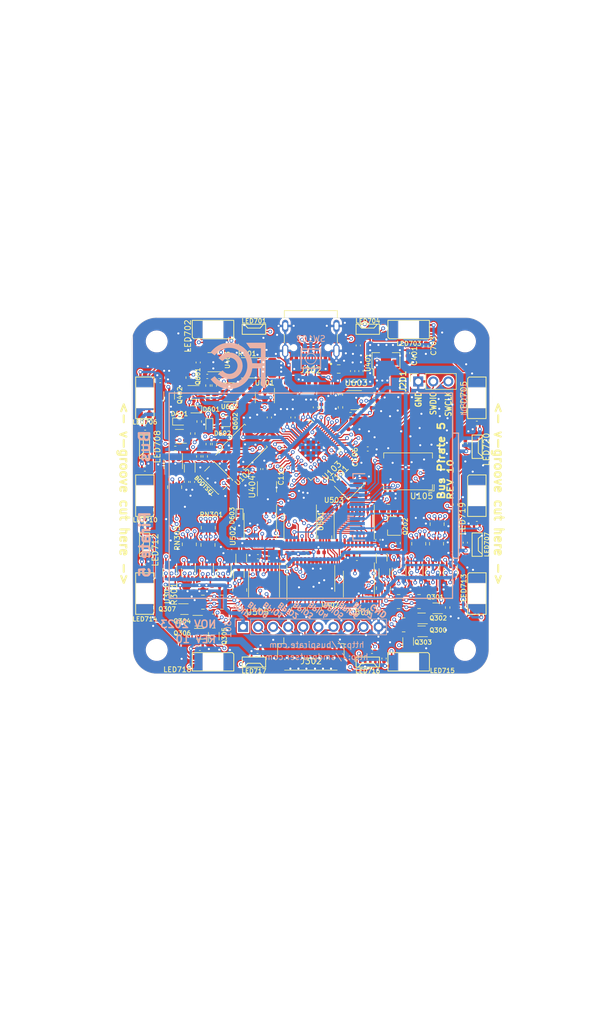
<source format=kicad_pcb>
(kicad_pcb (version 20240108) (generator "pcbnew") (generator_version "8.0")
  (layers (0 "F.Cu" signal) (1 "In1.Cu" signal) (2 "In2.Cu" power) (31 "B.Cu" signal) (34 "B.Paste" user) (35 "F.Paste" user) (36 "B.SilkS" user "B.Silkscreen") (37 "F.SilkS" user "F.Silkscreen") (38 "B.Mask" user) (39 "F.Mask" user) (44 "Edge.Cuts" user))
  (net 0 "")
  (net 1 "GND")
  (net 2 "VREG_VIN")
  (net 3 "VREF_VOUT")
  (net 4 "SWDIO")
  (net 5 "SWCLK")
  (net 6 "BUFDIR0")
  (net 7 "BUFDIR4")
  (net 8 "BPIO0")
  (net 9 "BPIO4")
  (net 10 "BUFDIR1")
  (net 11 "BUFDIR5")
  (net 12 "BPIO1")
  (net 13 "BPIO5")
  (net 14 "BUFDIR2")
  (net 15 "BUFDIR6")
  (net 16 "BPIO2")
  (net 17 "BPIO6")
  (net 18 "BUFDIR3")
  (net 19 "BUFDIR7")
  (net 20 "BPIO3")
  (net 21 "BPIO7")
  (net 22 "BUFIO0")
  (net 23 "BUFIO4")
  (net 24 "BUFIO1")
  (net 25 "BUFIO5")
  (net 26 "BUFIO2")
  (net 27 "BUFIO6")
  (net 28 "BUFIO3")
  (net 29 "BUFIO7")
  (net 30 "USB_D+")
  (net 31 "USB_D-")
  (net 32 "CURRENT_SENSE")
  (net 33 "+3V3")
  (net 34 "+VUSB")
  (net 35 "USB_P")
  (net 36 "USB_N")
  (net 37 "+1V1")
  (net 38 "VREG_OUT")
  (net 39 "DISPLAY_LED-K")
  (net 40 "SPI_CLK")
  (net 41 "SPI_CDO")
  (net 42 "VREG_EN")
  (net 43 "CURRENT_DETECT")
  (net 44 "QSPI_SS")
  (net 45 "AMUX_OUT")
  (net 46 "AMUX_EN")
  (net 47 "SHIFT_EN")
  (net 48 "QSPI_SD3")
  (net 49 "QSPI_SCLK")
  (net 50 "QSPI_SD0")
  (net 51 "QSPI_SD2")
  (net 52 "QSPI_SD1")
  (net 53 "AMUX_S2")
  (net 54 "AMUX_S3")
  (net 55 "AMUX_S1")
  (net 56 "AMUX_S0")
  (net 57 "PULLUP_EN")
  (net 58 "SHIFT_LATCH")
  (net 59 "VREG_ADJ")
  (net 60 "SPI_CDI")
  (net 61 "DISPLAY_DP")
  (net 62 "DISPLAY_CS")
  (net 63 "DISPLAY_RESET")
  (net 64 "DISPLAY_BACKLIGHT")
  (net 65 "CURRENT_RESET")
  (net 66 "CURRENT_EN")
  (net 67 "DAC_CS")
  (net 68 "RGB_CDO")
  (net 69 "LEDS_CDO")
  (net 70 "Net-(U103-XIN)")
  (net 71 "Net-(U103-XOUT)")
  (net 72 "Net-(U103-ADC_AVDD)")
  (net 73 "Net-(U403-ADJ)")
  (net 74 "Net-(U603-+)")
  (net 75 "Net-(U602-+)")
  (net 76 "Net-(D601-A)")
  (net 77 "Net-(D401-A)")
  (net 78 "Net-(D602-A)")
  (net 79 "Net-(J202-VBUS-PadA4B9)")
  (net 80 "Net-(J202-CC1)")
  (net 83 "Net-(J202-CC2)")
  (net 84 "Net-(LED701-DI)")
  (net 85 "Net-(LED701-DO)")
  (net 86 "Net-(LED702-DI)")
  (net 87 "Net-(LED703-DI)")
  (net 88 "Net-(LED703-DO)")
  (net 89 "Net-(R408-Pad1)")
  (net 90 "Net-(LED706-DI)")
  (net 91 "Net-(LED707-DI)")
  (net 92 "Net-(LED707-DO)")
  (net 93 "Net-(LED708-DI)")
  (net 94 "Net-(LED710-DI)")
  (net 95 "Net-(LED712-DI)")
  (net 96 "Net-(LED713-DO)")
  (net 97 "Net-(LED714-DI)")
  (net 98 "Net-(LED715-DO)")
  (net 99 "Net-(LED716-DO)")
  (net 100 "Net-(LED717-DO)")
  (net 101 "Net-(LED719-DI)")
  (net 102 "Net-(Q202-G)")
  (net 103 "Net-(Q202-D)")
  (net 104 "Net-(Q300-D)")
  (net 105 "Net-(Q301-D)")
  (net 106 "Net-(Q302-D)")
  (net 107 "Net-(Q303-D)")
  (net 108 "Net-(Q304-D)")
  (net 109 "Net-(Q305-D)")
  (net 110 "Net-(Q306-D)")
  (net 111 "Net-(Q307-D)")
  (net 112 "Net-(Q401A-C1)")
  (net 113 "Net-(Q401A-B1)")
  (net 114 "Net-(Q601A-C1)")
  (net 115 "Net-(Q601A-B1)")
  (net 116 "Net-(Q601B-B2)")
  (net 117 "Net-(Q602-G)")
  (net 118 "Net-(SW101-A)")
  (net 119 "Net-(U503-B4)")
  (net 120 "Net-(U404--)")
  (net 121 "Net-(U601-+)")
  (net 122 "Net-(U601--)")
  (net 123 "Net-(RN301D-R1.1)")
  (net 124 "Net-(RN301B-R1.1)")
  (net 125 "Net-(RN301C-R1.1)")
  (net 126 "Net-(RN301A-R1.1)")
  (net 127 "Net-(RN304D-R1.1)")
  (net 128 "Net-(RN304B-R1.1)")
  (net 129 "Net-(RN304C-R1.1)")
  (net 130 "Net-(RN304A-R1.1)")
  (net 131 "Net-(RN306D-R1.1)")
  (net 132 "Net-(RN306B-R1.1)")
  (net 133 "Net-(RN306C-R1.1)")
  (net 134 "Net-(RN306A-R1.1)")
  (net 135 "Net-(RN309D-R1.8)")
  (net 136 "Net-(RN309C-R1.8)")
  (net 137 "Net-(RN309A-R1.8)")
  (net 138 "Net-(RN309B-R1.8)")
  (net 139 "Net-(RN315D-R1.8)")
  (net 140 "Net-(RN315C-R1.8)")
  (net 141 "Net-(RN315A-R1.8)")
  (net 142 "Net-(RN315B-R1.8)")
  (net 143 "Net-(RN400D-R1.1)")
  (net 144 "Net-(RN400B-R1.1)")
  (net 145 "Net-(RN400C-R1.1)")
  (net 146 "Net-(RN400A-R1.1)")
  (net 147 "Net-(RN401D-R1.1)")
  (net 148 "Net-(RN401B-R1.1)")
  (net 149 "Net-(RN401C-R1.1)")
  (net 150 "CURRENT_EN_OVERRIDE")
  (net 151 "Net-(RN401A-R1.1)")
  (net 152 "Net-(RN402D-R1.1)")
  (net 153 "BUTTONS")
  (net 154 "VREG_ADJ_MCU")
  (net 155 "CURRENT_ADJ_MCU")
  (net 156 "Net-(RN402B-R1.1)")
  (net 159 "Net-(U402-COM)")
  (net 160 "Net-(U501-QB)")
  (net 161 "Net-(U501-QC)")
  (net 162 "Net-(U501-QD)")
  (net 163 "Net-(U501-QE)")
  (net 164 "Net-(U501-QH)")
  (net 165 "Net-(U501-QH')")
  (net 166 "Net-(U501-QA)")
  (net 167 "SD_CS")
  (net 174 "Net-(U506-+)")
  (net 176 "Net-(RN317D-R1.1)")
  (net 177 "Net-(RN317C-R1.1)")
  (net 178 "Net-(RN317B-R1.1)")
  (net 179 "Net-(RN317A-R1.1)")
  (net 180 "Net-(RN318D-R1.1)")
  (net 181 "Net-(RN318C-R1.1)")
  (net 182 "Net-(RN318B-R1.1)")
  (net 183 "Net-(RN318A-R1.1)")
  (net 184 "MUX_BPIO4")
  (net 185 "MUX_BPIO5")
  (net 186 "MUX_BPIO6")
  (net 187 "MUX_BPIO7")
  (net 188 "MUX_BPIO0")
  (net 189 "MUX_BPIO1")
  (net 190 "MUX_BPIO2")
  (net 191 "MUX_BPIO3")
  (net 192 "MUX_VREF_VOUT")
  (net 196 "Net-(U402-I8)")
  (net 197 "Net-(RN402A-R1.1)")
  (net 198 "Net-(LED705-DO)")
  (footprint "dp-LED:SK6812-mini-e" (layer "F.Cu") (at 113.4 62.1 180)
    (property "Reference" "LED702")
    (property "Value" "SK6812-mini-e")
  )
  (footprint "dp-LED:SK6812-mini-e" (layer "F.Cu") (at 146.4 118.1)
    (property "Reference" "LED715")
    (property "Value" "SK6812-mini-e")
  )
  (footprint "dp-LED:SK6812-mini-e" (layer "F.Cu") (at 101.9 106.6 -90)
    (property "Reference" "LED714")
    (property "Value" "SK6812-mini-e")
  )
  (footprint "dp-LED:SK6812-mini-e" (layer "F.Cu") (at 146.4 62.1 180)
    (property "Reference" "LED703")
    (property "Value" "SK6812-mini-e")
  )
  (footprint "dp-LED:SK6812-mini-e" (layer "F.Cu") (at 157.9 73.6 90)
    (property "Reference" "LED705")
    (property "Value" "SK6812-mini-e")
  )
  (footprint "dp-LED:SK6812-mini-e" (layer "F.Cu") (at 113.4 118.1)
    (property "Reference" "LED718")
    (property "Value" "SK6812-mini-e")
  )
  (footprint "dp-LED:SK6812-mini-e" (layer "F.Cu") (at 101.9 73.6 -90)
    (property "Reference" "LED706")
    (property "Value" "SK6812-mini-e")
  )
  (footprint "dp-LED:SK6812-mini-e" (layer "F.Cu") (at 101.9 90.1 -90)
    (property "Reference" "LED710")
    (property "Value" "SK6812-mini-e")
  )
  (footprint "Capacitor_SMD:C_0402_1005Metric" (layer "F.Cu") (at 146.2 68.1 90)
    (property "Reference" "C402" (hide yes))
    (property "Value" "4.7uF")
  )
  (footprint "Capacitor_SMD:C_0402_1005Metric" (layer "F.Cu") (at 151.405 100.225 -90)
    (property "Reference" "C313" (hide yes))
    (property "Value" "0.1uF")
  )
  (footprint "Capacitor_SMD:C_0402_1005Metric" (layer "F.Cu") (at 145.53 100.3 -90)
    (property "Reference" "C308" (hide yes))
    (property "Value" "0.1uF")
  )
  (footprint "Capacitor_SMD:C_0402_1005Metric" (layer "F.Cu") (at 150.6 105.9 180)
    (property "Reference" "C315" (hide yes))
    (property "Value" "0.1uF")
  )
  (footprint "Capacitor_SMD:C_0402_1005Metric" (layer "F.Cu") (at 128.68 75.22 90)
    (property "Reference" "C107" (hide yes))
    (property "Value" "2.2uF")
  )
  (footprint "Capacitor_SMD:C_0402_1005Metric" (layer "F.Cu") (at 107.03 105.7 -90)
    (property "Reference" "C304" (hide yes))
    (property "Value" "0.1uF")
  )
  (footprint "Capacitor_SMD:C_0402_1005Metric" (layer "F.Cu") (at 126.395574 99.727186 180)
    (property "Reference" "C403" (hide yes))
    (property "Value" "0.1uF")
  )
  (footprint "Capacitor_SMD:C_0402_1005Metric" (layer "F.Cu") (at 154.38 100.25 -90)
    (property "Reference" "C314" (hide yes))
    (property "Value" "0.1uF")
  )
  (footprint "Capacitor_SMD:C_0402_1005Metric" (layer "F.Cu") (at 148.43 100.25 -90)
    (property "Reference" "C309" (hide yes))
    (property "Value" "0.1uF")
  )
  (footprint "Capacitor_SMD:C_0402_1005Metric" (layer "F.Cu") (at 136.75 78.9)
    (property "Reference" "C112" (hide yes))
    (property "Value" "0.1uF")
  )
  (footprint "Capacitor_SMD:C_0402_1005Metric" (layer "F.Cu") (at 129.68 75.22 -90)
    (property "Reference" "C108" (hide yes))
    (property "Value" "2.2uF")
  )
  (footprint "Capacitor_SMD:C_0402_1005Metric" (layer "F.Cu") (at 130.68 75.22 90)
    (property "Reference" "C109" (hide yes))
    (property "Value" "2.2uF")
  )
  (footprint "Capacitor_SMD:C_0402_1005Metric" (layer "F.Cu") (at 126.05 86.73 -90)
    (property "Reference" "C114")
    (property "Value" "0.1uF")
  )
  (footprint "Capacitor_SMD:C_0402_1005Metric" (layer "F.Cu") (at 125.88 76.92 90)
    (property "Reference" "C110" (hide yes))
    (property "Value" "0.1uF")
  )
  (footprint "MountingHole:MountingHole_3.2mm_M3" (layer "F.Cu") (at 155.9 116.1)
    (property "Reference" "H3" (hide yes))
    (property "Value" "MountingHole")
  )
  (footprint "Capacitor_SMD:C_0402_1005Metric" (layer "F.Cu") (at 132.7 75.22 90)
    (property "Reference" "C111" (hide yes))
    (property "Value" "0.1uF")
  )
  (footprint "Capacitor_SMD:C_0402_1005Metric" (layer "F.Cu") (at 139.525 83.25)
    (property "Reference" "C113" (hide yes))
    (property "Value" "0.1uF")
  )
  (footprint "Capacitor_SMD:C_0402_1005Metric" (layer "F.Cu") (at 121.85 76.92 90)
    (property "Reference" "C103" (hide yes))
    (property "Value" "0.1uF")
  )
  (footprint "MountingHole:MountingHole_3.2mm_M3" (layer "F.Cu") (at 155.9 64.1 -90)
    (property "Reference" "H2" (hide yes))
    (property "Value" "MountingHole")
  )
  (footprint "Capacitor_SMD:C_0402_1005Metric" (layer "F.Cu") (at 138.45 85.7)
    (property "Reference" "C106")
    (property "Value" "15pF")
  )
  (footprint "Capacitor_SMD:C_0402_1005Metric" (layer "F.Cu") (at 139.5 82.225)
    (property "Reference" "C118" (hide yes))
    (property "Value" "0.1uF")
  )
  (footprint "MountingHole:MountingHole_3.2mm_M3" (layer "F.Cu") (at 103.9 64.1 -90)
    (property "Reference" "H1" (hide yes))
    (property "Value" "MountingHole")
  )
  (footprint "MountingHole:MountingHole_3.2mm_M3" (layer "F.Cu") (at 103.9 116.1 -90)
    (property "Reference" "H4" (hide yes))
    (property "Value" "MountingHole")
  )
  (footprint "Package_TO_SOT_SMD:SOT-363_SC-70-6" (layer "F.Cu") (at 106.1 103.05 -90)
    (property "Reference" "U301")
    (property "Value" "74LVC1T45")
  )
  (footprint "Package_TO_SOT_SMD:SOT-363_SC-70-6" (layer "F.Cu") (at 115.3 103.15 -90)
    (property "Reference" "U304" (hide yes))
    (property "Value" "74LVC1T45")
  )
  (footprint "Package_TO_SOT_SMD:SOT-363_SC-70-6" (layer "F.Cu") (at 144.78 102.954668 -90)
    (property "Reference" "U305" (hide yes))
    (property "Value" "74LVC1T45")
  )
  (footprint "Package_TO_SOT_SMD:SOT-363_SC-70-6" (layer "F.Cu") (at 150.475 102.925 -90)
    (property "Reference" "U307" (hide yes))
    (property "Value" "74LVC1T45" (hide yes))
  )
  (footprint "Resistor_SMD:R_0402_1005Metric" (layer "F.Cu") (at 129.58 71.54 90)
    (property "Reference" "R203" (hide yes))
    (property "Value" "22R")
  )
  (footprint "Resistor_SMD:R_0402_1005Metric" (layer "F.Cu") (at 130.7 71.54 90)
    (property "Reference" "R202" (hide yes))
    (property "Value" "22R")
  )
  (footprint "Resistor_SMD:R_0402_1005Metric" (layer "F.Cu") (at 124 64.78 90)
    (property "Reference" "R204" (hide yes))
    (property "Value" "5.1K")
  )
  (footprint "Inductor_SMD:L_0805_2012Metric" (layer "F.Cu") (at 134.6 68.75 180)
    (property "Reference" "L201" (hide yes))
    (property "Value" "1.5A")
  )
  (footprint "Capacitor_SMD:C_0402_1005Metric" (layer "F.Cu") (at 157.9 77.9)
    (property "Reference" "C705" (hide yes))
    (property "Value" "0.1uF")
  )
  (footprint "Capacitor_SMD:C_0402_1005Metric" (layer "F.Cu") (at 101.95 78.7 180)
    (property "Reference" "C708" (hide yes))
    (property "Value" "0.1uF")
  )
  (footprint "Capacitor_SMD:C_0402_1005Metric" (layer "F.Cu") (at 137.9 64.78 90)
    (property "Reference" "C704" (hide yes))
    (property "Value" "0.1uF")
  )
  (footprint "Capacitor_SMD:C_0402_1005Metric" (layer "F.Cu") (at 104.5 70.7 180)
    (property "Reference" "C706" (hide yes))
    (property "Value" "0.1uF")
  )
  (footprint "Capacitor_SMD:C_0402_1005Metric" (layer "F.Cu") (at 101.9 85.6 180)
    (property "Reference" "C710" (hide yes))
    (property "Value" "0.1uF")
  )
  (footprint "Capacitor_SMD:C_0402_1005Metric" (layer "F.Cu") (at 101.9 95.1 180)
    (property "Reference" "C712" (hide yes))
    (property "Value" "0.1uF")
  )
  (footprint "Capacitor_SMD:C_0402_1005Metric" (layer "F.Cu") (at 149.3 64.85 90)
    (property "Reference" "C703")
    (property "Value" "0.1uF")
  )
  (footprint "Capacitor_SMD:C_0402_1005Metric" (layer "F.Cu") (at 120.85 64.78 90)
    (property "Reference" "C701" (hide yes))
    (property "Value" "0.1uF")
  )
  (footprint "Capacitor_SMD:C_0402_1005Metric" (layer "F.Cu") (at 124.88 76.92 90)
    (property "Reference" "C117" (hide yes))
    (property "Value" "0.1uF")
  )
  (footprint "Resistor_SMD:R_0402_1005Metric" (layer "F.Cu") (at 131.68 75.22 -90)
    (property "Reference" "R103" (hide yes))
    (property "Value" "200R")
  )
  (footprint "Capacitor_SMD:C_0402_1005Metric" (layer "F.Cu") (at 122.9 76.92 90)
    (property "Reference" "C104" (hide yes))
    (property "Value" "2.2uF")
  )
  (footprint "RP_Silicon:RP2040-QFN-56" (layer "F.Cu") (at 129.9 82.43 45)
    (property "Reference" "U103")
    (property "Value" "RP2040")
  )
  (footprint "Capacitor_SMD:C_0402_1005Metric" (layer "F.Cu") (at 136.95 69.1 -90)
    (property "Reference" "C202" (hide yes))
    (property "Value" "4.7uF")
  )
  (footprint "Capacitor_SMD:C_0402_1005Metric" (layer "F.Cu") (at 138.35 69.1 -90)
    (property "Reference" "C201" (hide yes))
    (property "Value" "4.7uF")
  )
  (footprint "Capacitor_SMD:C_0402_1005Metric" (layer "F.Cu") (at 129.158596 99.73719)
    (property "Reference" "C501" (hide yes))
    (property "Value" "0.1uF")
  )
  (footprint "Package_SO:TSSOP-16_4.4x5mm_P0.65mm" (layer "F.Cu") (at 128.1 95.25 -90)
    (property "Reference" "U501")
    (property "Value" "74HC595")
  )
  (footprint "Capacitor_SMD:C_0402_1005Metric" (layer "F.Cu") (at 126.88 76.92 90)
    (property "Reference" "C116" (hide yes))
    (property "Value" "0.1uF")
  )
  (footprint "Resistor_SMD:R_Array_Convex_4x0402" (layer "F.Cu") (at 112.55 98.4 90)
    (property "Reference" "RN302" (hide yes))
    (property "Value" "1M")
  )
  (footprint "Resistor_SMD:R_0805_2012Metric" (layer "F.Cu") (at 143 92.3 180)
    (property "Reference" "R209" (hide yes))
    (property "Value" "33R")
  )
  (footprint "Resistor_SMD:R_Array_Convex_4x0402" (layer "F.Cu") (at 151.1 98.2 90)
    (property "Reference" "RN307" (hide yes))
    (property "Value" "1M")
  )
  (footprint "Package_SO:SOP-8_5.28x5.23mm_P1.27mm" (layer "F.Cu") (at 118.7 81.9 45)
    (property "Reference" "U102")
    (property "Value" "W25Q128JVSIQ")
  )
  (footprint "Resistor_SMD:R_0402_1005Metric" (layer "F.Cu") (at 112.08 83.48 -90)
    (property "Reference" "R101" (hide yes))
    (property "Value" "1K")
  )
  (footprint "Fiducial:Fiducial_1mm_Mask2mm" (layer "F.Cu") (at 158.6 68.05 -90)
    (property "Reference" "FID1" (hide yes))
    (property "Value" "Fiducial")
  )
  (footprint "Fiducial:Fiducial_1mm_Mask2mm" (layer "F.Cu") (at 101.05 112.3 -90)
    (property "Reference" "FID2" (hide yes))
    (property "Value" "Fiducial")
  )
  (footprint "Capacitor_SMD:C_0402_1005Metric" (layer "F.Cu") (at 142.247961 117.550141 -90)
    (property "Reference" "C715" (hide yes))
    (property "Value" "0.1uF")
  )
  (footprint "Capacitor_SMD:C_0402_1005Metric" (layer "F.Cu") (at 101.9 102.2 180)
    (property "Reference" "C714" (hide yes))
    (property "Value" "0.1uF")
  )
  (footprint "Capacitor_SMD:C_0402_1005Metric" (layer "F.Cu") (at 140.208 116.332 180)
    (property "Reference" "C716" (hide yes))
    (property "Value" "0.1uF")
  )
  (footprint "Capacitor_SMD:C_0402_1005Metric" (layer "F.Cu") (at 120.904 116.332 180)
    (property "Reference" "C717" (hide yes))
    (property "Value" "0.1uF")
  )
  (footprint "Capacitor_SMD:C_0402_1005Metric" (layer "F.Cu") (at 111.179494 115.831572 180)
    (property "Reference" "C718" (hide yes))
    (property "Value" "0.1uF")
  )
  (footprint "Capacitor_SMD:C_0402_1005Metric" (layer "F.Cu") (at 124.627951 99.078197 90)
    (property "Reference" "C502" (hide yes))
    (property "Value" "0.1uF")
  )
  (footprint "Capacitor_SMD:C_0402_1005Metric" (layer "F.Cu") (at 146.2 66.05 -90)
    (property "Reference" "C401")
    (property "Value" "4.7uF")
  )
  (footprint "Connector_PinSocket_2.54mm:PinSocket_1x03_P2.54mm_Vertical" (layer "F.Cu") (at 148.01 70.85 90)
    (property "Reference" "J201")
    (property "Value" "Conn_01x03")
  )
  (footprint "Resistor_SMD:R_0402_1005Metric" (layer "F.Cu") (at 111 83.48 90)
    (property "Reference" "R102" (hide yes))
    (property "Value" "DNF")
  )
  (footprint "Fiducial:Fiducial_1mm_Mask2mm" (layer "F.Cu") (at 108 67.5)
    (property "Reference" "FID4" (hide yes))
    (property "Value" "Fiducial")
  )
  (footprint "Fiducial:Fiducial_1mm_Mask2mm" (layer "F.Cu") (at 150.4 78.5)
    (property "Reference" "FID5" (hide yes))
    (property "Value" "Fiducial")
  )
  (footprint "Fiducial:Fiducial_1mm_Mask2mm" (layer "F.Cu") (at 158.55 112.15)
    (property "Reference" "FID3" (hide yes))
    (property "Value" "Fiducial")
  )
  (footprint "Capacitor_SMD:C_0402_1005Metric" (layer "F.Cu") (at 155.65 108.95 90)
    (property "Reference" "C713" (hide yes))
    (property "Value" "0.1uF")
  )
  (footprint "Resistor_SMD:R_0402_1005Metric" (layer "F.Cu") (at 135.8 64.78 90)
    (property "Reference" "R201" (hide yes))
    (property "Value" "5.1K")
  )
  (footprint "Connector_JST:JST_SH_SM09B-SRSS-TB_1x09-1MP_P1.00mm_Horizontal" (layer "F.Cu") (at 129.9 116.82)
    (property "Reference" "J302")
    (property "Value" "Conn_01x09")
  )
  (footprint "Package_SO:TSSOP-20_4.4x6.5mm_P0.65mm" (layer "F.Cu") (at 137.22 95.25 -90)
    (property "Reference" "U503")
    (property "Value" "74HCT245PW")
  )
  (footprint "Capacitor_SMD:C_0402_1005Metric" (layer "F.Cu") (at 122.17 85.62 90)
    (property "Reference" "C406" (hide yes))
    (property "Value" "0.1uF")
  )
  (footprint "Crystal:Crystal_SMD_3225-4Pin_3.2x2.5mm" (layer "F.Cu") (at 136.45 88.25 45)
    (property "Reference" "Y101")
    (property "Value" "12Mhz")
  )
  (footprint "Resistor_SMD:R_0402_1005Metric" (layer "F.Cu") (at 117.8645 96.52 90)
    (property "Reference" "R501" (hide yes))
    (property "Value" "10K")
  )
  (footprint "Resistor_SMD:R_0402_1005Metric" (layer "F.Cu") (at 131.657023 99.660448)
    (property "Reference" "R402" (hide yes))
    (property "Value" "10K")
  )
  (footprint "Capacitor_SMD:C_0402_1005Metric" (layer "F.Cu") (at 121.07 85.62 -90)
    (property "Reference" "C405" (hide yes))
    (property "Value" "2.2uF")
  )
  (footprint "Resistor_SMD:R_0402_1005Metric" (layer "F.Cu") (at 125.35 90)
    (property "Reference" "R406" (hide yes))
    (property "Value" "10K")
  )
  (footprint "Capacitor_SMD:C_0402_1005Metric" (layer "F.Cu") (at 123.1 83.5 90)
    (property "Reference" "C115" (hide yes))
    (property "Value" "0.1uF")
  )
  (footprint "Package_TO_SOT_SMD:SOT-23" (layer "F.Cu") (at 143.6 95.2 180)
    (property "Reference" "Q202")
    (property "Value" "2N7002")
  )
  (footprint "Capacitor_SMD:C_0402_1005Metric" (layer "F.Cu") (at 138.72 90.02)
    (property "Reference" "C105" (hide yes))
    (property "Value" "15pF")
  )
  (footprint "Button_Switch_SMD:SW_SPST_PTS810" (layer "F.Cu") (at 113.95 87.12 -45)
    (property "Reference" "SW101" (hide yes))
    (property "Value" "SW_SPST")
  )
  (footprint "Diode_SMD:D_SOD-523" (layer "F.Cu") (at 110.35 75.55 180)
    (property "Reference" "D601")
    (property "Value" "1N4148WS")
  )
  (footprint "Capacitor_SMD:C_0402_1005Metric" (layer "F.Cu") (at 155.956 98.016 -90)
    (property "Reference" "C707" (hide yes))
    (property "Value" "0.1uF")
  )
  (footprint "Capacitor_SMD:C_0402_1005Metric" (layer "F.Cu") (at 125.1 74.65)
    (property "Reference" "C601" (hide yes))
    (property "Value" "2.2uF")
  )
  (footprint "Capacitor_SMD:C_0402_1005Metric" (layer "F.Cu") (at 125.085 73.55 180)
    (property "Reference" "C602" (hide yes))
    (property "Value" "0.1uF")
  )
  (footprint "Resistor_SMD:R_0402_1005Metric" (layer "F.Cu") (at 113.42 64.75 90)
    (property "Reference" "R405" (hide yes))
    (property "Value" "33K")
  )
  (footprint "Resistor_SMD:R_0402_1005Metric" (layer "F.Cu") (at 109.98 79.63 90)
    (property "Reference" "R410" (hide yes))
    (property "Value" "10K")
  )
  (footprint "Resistor_SMD:R_0402_1005Metric" (layer "F.Cu") (at 111.07 77.6 -90)
    (property "Reference" "R409" (hide yes))
    (property "Value" "33K")
  )
  (footprint "Resistor_SMD:R_0402_1005Metric" (layer "F.Cu") (at 109.98 77.6 -90)
    (property "Reference" "R408" (hide yes))
    (property "Value" "33K")
  )
  (footprint "Resistor_SMD:R_0402_1005Metric" (layer "F.Cu") (at 111.07 79.63 90)
    (property "Reference" "R412" (hide yes))
    (property "Value" "100K")
  )
  (footprint "Resistor_SMD:R_0402_1005Metric" (layer "F.Cu") (at 109.22 70.2 -90)
    (property "Reference" "R611" (hide yes))
    (property "Value" "10K")
  )
  (footprint "Resistor_SMD:R_0402_1005Metric" (layer "F.Cu") (at 112.55 73.56 90)
    (property "Reference" "R609" (hide yes))
    (property "Value" "10K")
  )
  (footprint "Resistor_SMD:R_0402_1005Metric" (layer "F.Cu") (at 112.55 71.54 -90)
    (property "Reference" "R608" (hide yes))
    (property "Value" "200R")
  )
  (footprint "Capacitor_SMD:C_0402_1005Metric" (layer "F.Cu") (at 114.41 70 180)
    (property "Reference" "C404" (hide yes))
    (property "Value" "4.7uF")
  )
  (footprint "Resistor_SMD:R_0402_1005Metric" (layer "F.Cu") (at 111.99 64.75 -90)
    (property "Reference" "R403" (hide yes))
    (property "Value" "102K")
  )
  (footprint "Resistor_SMD:R_0402_1005Metric" (layer "F.Cu") (at 119.63 73.56 90)
    (property "Reference" "R605" (hide yes))
    (property "Value" "33K")
  )
  (footprint "Resistor_SMD:R_2512_6332Metric_Pad1.40x3.35mm_HandSolder" (layer "F.Cu") (at 120.35 68.55 180)
    (property "Reference" "R601")
    (property "Value" "0R2")
  )
  (footprint "Resistor_SMD:R_0402_1005Metric" (layer "F.Cu") (at 124.6 71.54 90)
    (property "Reference" "R602" (hide yes))
    (property "Value" "1K")
  )
  (footprint "Resistor_SMD:R_0402_1005Metric" (layer "F.Cu") (at 125.7 71.55 -90)
    (property "Reference" "R604" (hide yes))
    (property "Value" "33K")
  )
  (footprint "Resistor_SMD:R_0402_1005Metric" (layer "F.Cu") (at 118.6 73.56 -90)
    (property "Reference" "R606" (hide yes))
    (property "Value" "10K")
  )
  (footprint "Capacitor_SMD:C_0402_1005Metric" (layer "F.Cu") (at 118.6 71.55 -90)
    (property "Reference" "C603" (hide yes))
    (property "Value" "DNF")
  )
  (footprint "Capacitor_SMD:C_0402_1005Metric" (layer "F.Cu") (at 113.6 73.56 90)
    (property "Reference" "C605" (hide yes))
    (property "Value" "0.1uF")
  )
  (footprint "Resistor_SMD:R_0402_1005Metric" (layer "F.Cu") (at 119.65 71.54 90)
    (property "Reference" "R603" (hide yes))
    (property "Value" "1K")
  )
  (footprint "Resistor_SMD:R_0402_1005Metric" (layer "F.Cu") (at 113.6 71.54 90)
    (property "Reference" "R610" (hide yes))
    (property "Value" "10K")
  )
  (footprint "Capacitor_SMD:C_0402_1005Metric" (layer "F.Cu") (at 117.35 64.65 90)
    (property "Reference" "C702" (hide yes))
    (property "Value" "0.1uF")
  )
  (footprint "Package_TO_SOT_SMD:SOT-523" (layer "F.Cu") (at 106 73.21 90)
    (property "Reference" "Q402")
    (property "Value" "SI2301")
  )
  (footprint "Resistor_SMD:R_0402_1005Metric" (layer "F.Cu") (at 112.6 81.4 -90)
    (property "Reference" "R613" (hide yes))
    (property "Value" "10K")
  )
  (footprint "Resistor_SMD:R_0402_1005Metric" (layer "F.Cu") (at 113.65 81.4 -90)
    (property "Reference" "R612" (hide yes))
    (property "Value" "200R")
  )
  (footprint "Capacitor_SMD:C_0402_1005Metric" (layer "F.Cu") (at 112.43 70)
    (property "Reference" "C407" (hide yes))
    (property "Value" "4.7uF")
  )
  (footprint "Resistor_SMD:R_0402_1005Metric" (layer "F.Cu") (at 114.85 64.75 90)
    (property "Reference" "R401" (hide yes))
    (property "Value" "100K")
  )
  (footprint "Package_TO_SOT_SMD:SOT-23-5" (layer "F.Cu") (at 113.42 67.6 180)
    (property "Reference" "U403")
    (property "Value" "AP2127")
  )
  (footprint "Package_TO_SOT_SMD:SOT-363_SC-70-6" (layer "F.Cu") (at 110.35 72.7)
    (property "Reference" "Q601")
    (property "Value" "MMDT3906")
  )
  (footprint "Package_TO_SOT_SMD:SOT-363_SC-70-6" (layer "F.Cu") (at 107.73 80.1 180)
    (property "Reference" "Q401" (hide yes))
    (property "Value" "BCM857")
  )
  (footprint "Diode_SMD:D_SOD-523" (layer "F.Cu") (at 107.73 77.6)
    (property "Reference" "D401")
    (property "Value" "1N4148WS")
  )
  (footprint "Resistor_SMD:R_Array_Convex_4x0402" (layer "F.Cu") (at 144.7 107.95)
    (property "Reference" "RN309" (hide yes))
    (property "Value" "330R")
  )
  (footprint "Package_SO:TSSOP-24_4.4x7.8mm_P0.65mm" (layer "F.Cu") (at 129.9 104.05 90)
    (property "Reference" "U402")
    (property "Value" "CD4067")
  )
  (footprint "Package_TO_SOT_SMD:SOT-363_SC-70-6" (layer "F.Cu") (at 147.648865 102.927768 -90)
    (property "Reference" "U306" (hide yes))
    (property "Value" "74LVC1T45")
  )
  (footprint "Capacitor_SMD:C_0402_1005Metric" (layer "F.Cu") (at 145 105.9 180)
    (property "Reference" "C311" (hide yes))
    (property "Value" "0.1uF")
  )
  (footprint "Resistor_SMD:R_0402_1005Metric" (layer "F.Cu") (at 144.6 98.1 90)
    (property "Reference" "R208" (hide yes))
    (property "Value" "200R")
  )
  (footprint "Capacitor_SMD:C_0402_1005Metric" (layer "F.Cu") (at 148 105.9 180)
    (property "Reference" "C312" (hide yes))
    (property "Value" "0.1uF")
  )
  (footprint "Resistor_SMD:R_Array_Convex_4x0402" (layer "F.Cu") (at 109.4 98.3 90)
    (property "Reference" "RN303")
    (property "Value" "100K")
  )
  (footprint "Capacitor_SMD:C_0402_1005Metric" (layer "F.Cu") (at 141.224 97.536 -90)
    (property "Reference" "C503" (hide yes))
    (property "Value" "0.1uF")
  )
  (footprint "Package_TO_SOT_SMD:SOT-363_SC-70-6" (layer "F.Cu") (at 112.3 103.15 -90)
    (property "Reference" "U303" (hide yes))
    (property "Value" "74LVC1T45")
  )
  (footprint "Resistor_SMD:R_Array_Convex_4x0402" (layer "F.Cu") (at 148.1 98.2 90)
    (property "Reference" "RN308" (hide yes))
    (property "Value" "100K")
  )
  (footprint "Resistor_SMD:R_Array_Convex_4x0402" (layer "F.Cu") (at 112.6 95.5 90)
    (property "Reference" "RN301")
    (property "Value" "330R")
  )
  (footprint "Package_TO_SOT_SMD:SOT-363_SC-70-6" (layer "F.Cu") (at 109.25 103.05 -90)
    (property "Reference" "U302" (hide yes))
    (property "Value" "74LVC1T45")
  )
  (footprint "Capacitor_SMD:C_0402_1005Metric" (layer "F.Cu") (at 113.23 105.8 -90)
    (property "Reference" "C306" (hide yes))
    (property "Value" "0.1uF")
  )
  (footprint "Capacitor_SMD:C_0402_1005Metric" (layer "F.Cu") (at 116.2 100.3 -90)
    (property "Reference" "C307" (hide yes))
    (property "Value" "0.1uF")
  )
  (footprint "Capacitor_SMD:C_0402_1005Metric" (layer "F.Cu") (at 107.03 100.35 -90)
    (property "Reference" "C301" (hide yes))
    (property "Value" "0.1uF")
  )
  (footprint "Capacitor_SMD:C_0402_1005Metric" (layer "F.Cu") (at 110.18 100.35 -90)
    (property "Reference" "C302" (hide yes))
    (property "Value" "0.1uF")
  )
  (footprint "Capacitor_SMD:C_0402_1005Metric" (layer "F.Cu") (at 110.18 105.7 -90)
    (property "Reference" "C305" (hide yes))
    (property "Value" "0.1uF")
  )
  (footprint "Capacitor_SMD:C_0402_1005Metric" (layer "F.Cu") (at 113.23 100.45 -90)
    (property "Reference" "C303" (hide yes))
    (property "Value" "0.1uF")
  )
  (footprint "Resistor_SMD:R_Array_Convex_4x0402" (layer "F.Cu") (at 151.2 94.9 90)
    (property "Reference" "RN306" (hide yes))
    (property "Value" "330R")
  )
  (footprint "Resistor_SMD:R_Array_Convex_4x0402" (layer "F.Cu") (at 111.7 108.05 180)
    (property "Reference" "RN304" (hide yes))
    (property "Value" "1M")
  )
  (footprint "Package_TO_SOT_SMD:SOT-363_SC-70-6" (layer "F.Cu") (at 153.45 102.95 -90)
    (property "Reference" "U308" (hide yes))
    (property "Value" "74LVC1T45")
  )
  (footprint "dp-LED:SK6812-mini-e" (layer "F.Cu") (at 157.9 106.6 90)
    (property "Reference" "LED713")
    (property "Value" "SK6812-mini-e")
  )
  (footprint "usb-c:HRO_TYPE-C-31-M-12" (layer "F.Cu") (at 129.9 61.5 180)
    (property "Reference" "J202")
    (property "Value" "TYPE-C-31-M-12")
  )
  (footprint "Package_SO:TSSOP-16_4.4x5mm_P0.65mm" (layer "F.Cu") (at 121.3755 95.25 -90)
    (property "Reference" "U502")
    (property "Value" "74HC595")
  )
  (footprint "Capacitor_SMD:C_0402_1005Metric" (layer "F.Cu") (at 153.7 105.9 180)
    (property "Reference" "C316" (hide yes))
    (property "Value" "0.1uF")
  )
  (footprint "dp-LED:SK6812-side-a_b" (layer "F.Cu") (at 157.9 98.35 90)
    (property "Reference" "LED707")
    (property "Value" "SK6812-side-a_b")
  )
  (footprint "dp-LED:SK6812-side-a_b" (layer "F.Cu") (at 139.5 118.1)
    (property "Reference" "LED716")
    (property "Value" "SK6812-side-a_b")
  )
  (footprint "dp-LED:SK6812-side-a_b" (layer "F.Cu") (at 120.3 118.1)
    (property "Reference" "LED717")
    (property "Value" "SK6812-side-a_b")
  )
  (footprint "dp-LED:SK6812-side-a_b" (layer "F.Cu") (at 101.9 98.35 -90)
    (property "Reference" "LED712")
    (property "Value" "SK6812-side-a_b")
  )
  (footprint "dp-LED:SK6812-side-a_b" (layer "F.Cu") (at 101.9 81.85 -90)
    (property "Reference" "LED708")
    (property "Value" "SK6812-side-a_b")
  )
  (footprint "dp-LED:SK6812-side-a_b" (layer "F.Cu") (at 120.3 62.1 180)
    (property "Reference" "LED701")
    (property "Value" "SK6812-side-a_b")
  )
  (footprint "dp-LED:SK6812-side-a_b" (layer "F.Cu") (at 139.5 62.1 180)
    (property "Reference" "LED704")
    (property "Value" "SK6812-side-a_b")
  )
  (footprint "Resistor_SMD:R_Array_Convex_4x0402" (layer "F.Cu") (at 132.25 97.1 90)
    (property "Reference" "RN315" (hide yes))
    (property "Value" "510R")
  )
  (footprint "Resistor_SMD:R_Array_Convex_4x0402" (layer "F.Cu") (at 148.15 107.95)
    (property "Reference" "RN310" (hide yes))
    (property "Value" "1M")
  )
  (footprint "Resistor_SMD:R_Array_Convex_4x0402" (layer "F.Cu") (at 114.9 108.05 180)
    (property "Reference" "RN305" (hide yes))
    (property "Value" "330R")
  )
  (footprint "Resistor_SMD:R_0402_1005Metric" (layer "F.Cu") (at 135.275327 100.1301 90)
    (property "Reference" "R316" (hide yes))
    (property "Value" "510R")
  )
  (footprint "Capacitor_SMD:C_0402_1005Metric" (layer "F.Cu") (at 115 105.35 180)
    (property "Reference" "C310" (hide yes))
    (property "Value" "0.1uF")
  )
  (footprint "Diode_SMD:D_SOD-523" (layer "F.Cu") (at 117.8645 93.472 -90)
    (property "Reference" "D603")
    (property "Value" "1N4148WS")
  )
  (footprint "Package_TO_SOT_SMD:SOT-523" (layer "F.Cu") (at 115.3 77.55 180)
    (property "Reference" "Q602")
    (property "Value" "SI2301")
  )
  (footprint "Capacitor_SMD:C_0402_1005Metric" (layer "F.Cu") (at 140.6 73.05)
    (property "Reference" "C413" (hide yes))
    (property "Value" "2.2uF")
  )
  (footprint "Capacitor_SMD:C_0402_1005Metric" (layer "F.Cu") (at 140.6 74.1 180)
    (property "Reference" "C414" (hide yes))
    (property "Value" "0.1uF")
  )
  (footprint "Capacitor_SMD:C_0402_1005Metric" (layer "F.Cu") (at 134.9 73.1 -90)
    (property "Reference" "C415" (hide yes))
    (property "Value" "0.1uF")
  )
  (footprint "Capacitor_SMD:C_0402_1005Metric" (layer "F.Cu") (at 140.6 75.3 180)
    (property "Reference" "C416" (hide yes))
    (property "Value" "0.1uF")
  )
  (footprint "Resistor_SMD:R_0402_1005Metric" (layer "F.Cu") (at 134.9 75.22 -90)
    (property "Reference" "R414" (hide yes))
    (property "Value" "10K")
  )
  (footprint "Resistor_SMD:R_0402_1005Metric" (layer "F.Cu") (at 136.6 76.45 180)
    (property "Reference" "R415" (hide yes))
    (property "Value" "10K")
  )
  (footprint "Package_TO_SOT_SMD:SOT-89-3" (layer "F.Cu") (at 142.57 67.65 90)
    (property "Reference" "U401")
    (property "Value" "ME6211A33PG-N")
  )
  (footprint "Capacitor_SMD:C_0402_1005Metric" (layer "F.Cu") (at 110.9 67.65 90)
    (property "Reference" "C408" (hide yes))
    (property "Value" "120pF")
  )
  (footprint "Resistor_SMD:R_0402_1005Metric" (layer "F.Cu") (at 110.9 65.7 90)
    (property "Reference" "R404" (hide yes))
    (property "Value" "133K")
  )
  (footprint "Diode_SMD:D_SOD-523" (layer "F.Cu") (at 112.8 78.25 -90)
    (property "Reference" "D602")
    (property "Value" "1N4148WS")
  )
  (footprint "Package_TO_SOT_SMD:SOT-23-5" (layer "F.Cu") (at 116.1 72.68 180)
    (property "Reference" "U602")
    (property "Value" "LMV331")
  )
  (footprint "Package_TO_SOT_SMD:SOT-523" (layer "F.Cu") (at 151.12 109.085 180)
    (property "Reference" "Q301")
    (property "Value" "SI2301")
  )
  (footprint "Package_TO_SOT_SMD:SOT-523" (layer "F.Cu") (at 148.58 110.784269 180)
    (property "Reference" "Q302")
    (property "Value" "SI2301")
  )
  (footprint "Package_TO_SOT_SMD:SOT-523" (layer "F.Cu") (at 146.312 114.671 90)
    (property "Reference" "Q303")
    (property "Value" "SI2301")
  )
  (footprint "Resistor_SMD:R_0402_1005Metric" (layer "F.Cu") (at 152.977573 108.956257 90)
    (property "Reference" "R313" (hide yes))
    (property "Value" "10K")
  )
  (footprint "Package_TO_SOT_SMD:SOT-523" (layer "F.Cu") (at 148.581608 112.96611 180)
    (property "Reference" "Q300")
    (property "Value" "SI2301")
  )
  (footprint "Resistor_SMD:R_Array_Convex_4x0402" (layer "F.Cu") (at 145.55 111.875)
    (property "Reference" "RN311" (hide yes))
    (property "Value" "10K")
  )
  (footprint "Resistor_SMD:R_Array_Convex_4x0402" (layer "F.Cu") (at 113.53 111.24 180)
    (property "Reference" "RN312" (hide yes))
    (property "Value" "10K")
  )
  (footprint "Package_TO_SOT_SMD:SOT-523" (layer "F.Cu") (at 110.992709 111.17921)
    (property "Reference" "Q304")
    (property "Value" "SI2301")
  )
  (footprint "Package_TO_SOT_SMD:SOT-523" (layer "F.Cu") (at 113.525614 113.783421 90)
    (property "Reference" "Q305")
    (property "Value" "SI2301")
  )
  (footprint "Package_TO_SOT_SMD:SOT-523" (layer "F.Cu") (at 111.250195 113.373968)
    (property "Reference" "Q306")
    (property "Value" "SI2301")
  )
  (footprint "Package_TO_SOT_SMD:SOT-523" (layer "F.Cu") (at 108.575 109.22)
    (property "Reference" "Q307")
    (property "Value" "SI2301")
  )
  (footprint "Resistor_SMD:R_Array_Convex_4x0402" (layer "F.Cu") (at 130.49 109.15 -90)
    (property "Reference" "RN400" (hide yes))
    (property "Value" "510R")
  )
  (footprint "Resistor_SMD:R_Array_Convex_4x0402" (layer "F.Cu") (at 127.83 109.15 -90)
    (property "Reference" "RN401" (hide yes))
    (property "Value" "510R")
  )
  (footprint "Resistor_SMD:R_Array_Convex_4x0402" (layer "F.Cu") (at 106.923997 88.666082 90)
    (property "Reference" "RN402" (hide yes))
    (property "Value" "510R")
  )
  (footprint "Package_TO_SOT_SMD:SOT-23-5" (layer "F.Cu") (at 122.15 73.56 -90)
    (property "Reference" "U601")
    (property "Value" "LMV321A")
  )
  (footprint "Package_TO_SOT_SMD:SOT-23-5" (layer "F.Cu") (at 137.55 74)
    (property "Reference" "U603")
    (property "Value" "LMV321")
  )
  (footprint "Package_TO_SOT_SMD:SOT-23-5" (layer "F.Cu") (at 122.5 88.6 90)
    (property "Reference" "U404")
    (property "Value" "LMV321")
  )
  (footprint "Resistor_SMD:R_0402_1005Metric" (layer "F.Cu") (at 125.344184 88.913667)
    (property "Reference" "R407" (hide yes))
    (property "Value" "10K")
  )
  (footprint "Capacitor_SMD:C_0402_1005Metric" (layer "F.Cu") (at 157.9 94.8)
    (property "Reference" "C719" (hide yes))
    (property "Value" "0.1uF")
  )
  (footprint "dp-LED:SK6812-mini-e" (layer "F.Cu") (at 157.9 90.1 90)
    (property "Reference" "LED719")
    (property "Value" "SK6812-mini-e")
  )
  (footprint "Capacitor_SMD:C_0402_1005Metric" (layer "F.Cu") (at 142.8 89.8)
    (property "Reference" "C121" (hide yes))
    (property "Value" "0.1uF")
  )
  (footprint "dp-memory:U-PDFN-8" (layer "F.Cu") (at 146.3 86 180)
    (property "Reference" "U105")
    (property "Value" "MT29F1G01ABAFDWB")
  )
  (footprint "Resistor_SMD:R_0402_1005Metric" (layer "F.Cu") (at 154.3 91.61 90)
    (property "Reference" "R502" (hide yes))
    (property "Value" "1K")
  )
  (footprint "dp-LED:SK6812-side-a_b" (layer "F.Cu") (at 157.9 81.85 90)
    (property "Reference" "LED720")
    (property "Value" "SK6812-side-a_b")
  )
  (footprint "Resistor_SMD:R_0402_1005Metric" (layer "F.Cu") (at 105.664 106.678 -90)
    (property "Reference" "R301")
    (property "Value" "10K")
  )
  (footprint "Capacitor_SMD:C_0402_1005Metric" (layer "F.Cu") (at 155.956 81.28 -90)
    (property "Reference" "C720" (hide yes))
    (property "Value" "0.1uF")
  )
  (footprint "Package_SO:TSSOP-14_4.4x5mm_P0.65mm" (layer "F.Cu") (at 138 105 -90)
    (property "Reference" "U504")
    (property "Value" "LMV324")
  )
  (footprint "Resistor_SMD:R_0402_1005Metric" (layer "F.Cu") (at 125.233892 101.602 90)
    (property "Reference" "R320" (hide yes))
    (property "Value" "510R")
  )
  (footprint "Capacitor_SMD:C_0402_1005Metric" (layer "F.Cu") (at 109.920864 87.790789 90)
    (property "Reference" "C504" (hide yes))
    (property "Value" "2.2uF")
  )
  (footprint "Capacitor_SMD:C_0402_1005Metric" (layer "F.Cu") (at 137.668 99.697012)
    (property "Reference" "C507" (hide yes))
    (property "Value" "2.2uF")
  )
  (footprint "Package_TO_SOT_SMD:SOT-523" (layer "F.Cu") (at 117.750123 103.261 90)
    (property "Reference" "D503" (hide yes))
    (property "Value" "BAS40-05T")
  )
  (footprint "Package_TO_SOT_SMD:SOT-523" (layer "F.Cu") (at 118.160849 100.584 90)
    (property "Reference" "D504" (hide yes))
    (property "Value" "BAS40-05T")
  )
  (footprint "Capacitor_SMD:C_0402_1005Metric" (layer "F.Cu") (at 108.925662 87.779471 -90)
    (property "Reference" "C506" (hide yes))
    (property "Value" "0.1uF")
  )
  (footprint "Package_SO:TSSOP-14_4.4x5mm_P0.65mm" (layer "F.Cu") (at 122 105 -90)
    (property "Reference" "U505")
    (property "Value" "LMV324")
  )
  (footprint "Resistor_SMD:R_0402_1005Metric" (layer "F.Cu") (at 107.033715 82.151918 180)
    (property "Reference" "R319" (hide yes))
    (property "Value" "100K")
  )
  (footprint "Package_TO_SOT_SMD:SOT-523" (layer "F.Cu") (at 109.470791 85.500144 -90)
    (property "Reference" "D500" (hide yes))
    (property "Value" "BAS40-05T")
  )
  (footprint "Capacitor_SMD:C_0402_1005Metric" (layer "F.Cu") (at 120.967149 100.389462)
    (property "Reference" "C509" (hide yes))
    (property "Value" "2.2uF")
  )
  (footprint "Capacitor_SMD:C_0402_1005Metric" (layer "F.Cu") (at 122.847008 100.646986 180)
    (property "Reference" "C510" (hide yes))
    (property "Value" "0.1uF")
  )
  (footprint "Package_TO_SOT_SMD:SOT-523" (layer "F.Cu") (at 141.842965 100.48972 90)
    (property "Reference" "D501" (hide yes))
    (property "Value" "BAS40-05T")
  )
  (footprint "Package_TO_SOT_SMD:SOT-523" (layer "F.Cu") (at 142.303512 103.051295 90)
    (property "Reference" "D502" (hide yes))
    (property "Value" "BAS40-05T")
  )
  (footprint "Capacitor_SMD:C_0402_1005Metric" (layer "F.Cu") (at 137.668 100.665442)
    (property "Reference" "C508" (hide yes))
    (property "Value" "0.1uF")
  )
  (footprint "Resistor_SMD:R_Array_Convex_4x0402" (layer "F.Cu") (at 117.9 106 -90)
    (property "Reference" "RN318" (hide yes))
    (property "Value" "100K")
  )
  (footprint "Package_TO_SOT_SMD:SOT-23-5" (layer "F.Cu") (at 106.68 84.77 -90)
    (property "Reference" "U506" (hide yes))
    (property "Value" "LMV321")
  )
  (footprint "Resistor_SMD:R_Array_Convex_4x0402" (layer "F.Cu") (at 142.15 105.7 -90)
    (property "Reference" "RN317" (hide yes))
    (property "Value" "100K")
  )
  (footprint "Connector_PinHeader_2.54mm:PinHeader_1x10_P2.54mm_Vertical" (layer "B.Cu") (at 118.47 112.22 -90)
    (property "Reference" "J301")
    (property "Value" "Conn_01x10")
  )
  (footprint "dp-switch:GT-TC026X-HXXX-LX" (layer "B.Cu") (at 129.9 67 90)
    (property "Reference" "SW102")
    (property "Value" "4P_button_sw")
  )
  (footprint "dp-logo:logo_fcc" (layer "B.Cu") (at 117.65 68.2 180)
    (property "Reference" "logo1" (hide yes))
    (property "Value" "fcc_logo" (hide yes))
  )
  (footprint "dp-lcd:TFT_20_QT200H1201" (layer "B.Cu") (at 129.9 90.1 -90)
    (property "Reference" "LCD201")
    (property "Value" "TFT_20_QT200H1201")
  )
  (gr_arc (start 103.9 120.1) (mid 101.071573 118.928427) (end 99.9 116.1) (stroke (width 0.05)) (layer "Edge.Cuts"))
  (gr_circle (center 155.9 116.1) (end 155.9 117.1) (stroke (width 0.05)) (fill none) (layer "Edge.Cuts"))
  (gr_circle (center 103.9 64.1) (end 103.9 65.1) (stroke (width 0.05)) (fill none) (layer "Edge.Cuts"))
  (gr_circle (center 103.9 116.1) (end 103.9 117.1) (stroke (width 0.05)) (fill none) (layer "Edge.Cuts"))
  (gr_arc (start 99.650001 64.1) (mid 100.988681 61.261837) (end 103.899915 60.090537) (stroke (width 0.05)) (layer "Edge.Cuts"))
  (gr_arc (start 159.9 116.1) (mid 158.728427 118.928427) (end 155.9 120.1) (stroke (width 0.05)) (layer "Edge.Cuts"))
  (gr_line (start 103.9 120.1) (end 155.9 120.1) (stroke (width 0.05)) (layer "Edge.Cuts"))
  (gr_circle (center 155.9 64.1) (end 155.9 65.1) (stroke (width 0.05)) (fill none) (layer "Edge.Cuts"))
  (gr_arc (start 155.95 60.100001) (mid 158.857668 61.239515) (end 160.109074 64.10081) (stroke (width 0.05)) (layer "Edge.Cuts"))
  (gr_line (start 155.95 60.100001) (end 103.9 60.1) (stroke (width 0.05)) (layer "Edge.Cuts"))
  (gr_line (start 99.650001 64.1) (end 99.9 116.1) (stroke (width 0.05)) (layer "Edge.Cuts"))
  (gr_line (start 100.35 71.95) (end 100.35 75.25) (stroke (width 0.05)) (layer "Edge.Cuts"))
  (gr_line (start 148.15 60.65) (end 148.15 63.55) (stroke (width 0.05)) (layer "Edge.Cuts"))
  (gr_line (start 148.05 63.65) (end 144.75 63.65) (stroke (width 0.05)) (layer "Edge.Cuts"))
  (gr_line (start 159.35 108.35) (end 156.45 108.35) (stroke (width 0.05)) (layer "Edge.Cuts"))
  (gr_line (start 111.65 60.65) (end 111.65 63.55) (stroke (width 0.05)) (layer "Edge.Cuts"))
  (gr_line (start 103.35 75.35) (end 100.45 75.35) (stroke (width 0.05)) (layer "Edge.Cuts"))
  (gr_line (start 115.05 63.65) (end 111.75 63.65) (stroke (width 0.05)) (layer "Edge.Cuts"))
  (gr_line (start 159.35 71.85) (end 156.45 71.85) (stroke (width 0.05)) (layer "Edge.Cuts"))
  (gr_line (start 103.35 104.85) (end 100.45 104.85) (stroke (width 0.05)) (layer "Edge.Cuts"))
  (gr_line (start 115.05 60.55) (end 111.75 60.55) (stroke (width 0.05)) (layer "Edge.Cuts"))
  (gr_line (start 148.05 116.55) (end 144.75 116.55) (stroke (width 0.05)) (layer "Edge.Cuts"))
  (gr_line (start 100.35 104.95) (end 100.35 108.25) (stroke (width 0.05)) (layer "Edge.Cuts"))
  (gr_line (start 115.15 60.65) (end 115.15 63.55) (stroke (width 0.05)) (layer "Edge.Cuts"))
  (gr_line (start 115.15 116.65) (end 115.15 119.55) (stroke (width 0.05)) (layer "Edge.Cuts"))
  (gr_line (start 144.65 116.65) (end 144.65 119.55) (stroke (width 0.05)) (layer "Edge.Cuts"))
  (gr_line (start 103.45 71.95) (end 103.45 75.25) (stroke (width 0.05)) (layer "Edge.Cuts"))
  (gr_line (start 115.05 116.55) (end 111.75 116.55) (stroke (width 0.05)) (layer "Edge.Cuts"))
  (gr_line (start 156.35 104.95) (end 156.35 108.25) (stroke (width 0.05)) (layer "Edge.Cuts"))
  (gr_line (start 111.65 116.65) (end 111.65 119.55) (stroke (width 0.05)) (layer "Edge.Cuts"))
  (gr_line (start 159.45 71.95) (end 159.45 75.25) (stroke (width 0.05)) (layer "Edge.Cuts"))
  (gr_line (start 148.05 60.55) (end 144.65 60.55) (stroke (width 0.05)) (layer "Edge.Cuts"))
  (gr_line (start 148.05 119.65) (end 144.75 119.65) (stroke (width 0.05)) (layer "Edge.Cuts"))
  (gr_line (start 144.65 60.65) (end 144.65 63.55) (stroke (width 0.05)) (layer "Edge.Cuts"))
  (gr_line (start 103.35 88.35) (end 100.45 88.35) (stroke (width 0.05)) (layer "Edge.Cuts"))
  (gr_line (start 103.35 108.35) (end 100.45 108.35) (stroke (width 0.05)) (layer "Edge.Cuts"))
  (gr_line (start 103.35 71.85) (end 100.45 71.85) (stroke (width 0.05)) (layer "Edge.Cuts"))
  (gr_line (start 103.45 104.95) (end 103.45 108.25) (stroke (width 0.05)) (layer "Edge.Cuts"))
  (gr_line (start 156.35 71.95) (end 156.35 75.25) (stroke (width 0.05)) (layer "Edge.Cuts"))
  (gr_line (start 159.35 104.85) (end 156.45 104.85) (stroke (width 0.05)) (layer "Edge.Cuts"))
  (gr_line (start 103.35 91.85) (end 100.45 91.85) (stroke (width 0.05)) (layer "Edge.Cuts"))
  (gr_line (start 159.45 104.95) (end 159.45 108.25) (stroke (width 0.05)) (layer "Edge.Cuts"))
  (gr_line (start 148.15 116.65) (end 148.15 119.55) (stroke (width 0.05)) (layer "Edge.Cuts"))
  (gr_line (start 115.05 119.65) (end 111.75 119.65) (stroke (width 0.05)) (layer "Edge.Cuts"))
  (gr_line (start 103.45 88.45) (end 103.45 91.75) (stroke (width 0.05)) (layer "Edge.Cuts"))
  (gr_line (start 100.35 88.45) (end 100.35 91.75) (stroke (width 0.05)) (layer "Edge.Cuts"))
  (gr_line (start 159.35 75.35) (end 156.45 75.35) (stroke (width 0.05)) (layer "Edge.Cuts"))
  (gr_line (start 160.109074 64.10081) (end 159.9 116.1) (stroke (width 0.05)) (layer "Edge.Cuts"))
  (gr_line (start 148.15 60.55) (end 148.15 60.65) (stroke (width 0.05)) (layer "Edge.Cuts"))
  (gr_line (start 144.65 60.55) (end 144.65 60.65) (stroke (width 0.05)) (layer "Edge.Cuts"))
  (gr_line (start 148.15 63.65) (end 148.05 63.65) (stroke (width 0.05)) (layer "Edge.Cuts"))
  (gr_line (start 144.65 63.65) (end 144.75 63.65) (stroke (width 0.05)) (layer "Edge.Cuts"))
  (gr_line (start 111.65 60.55) (end 111.65 60.65) (stroke (width 0.05)) (layer "Edge.Cuts"))
  (gr_line (start 115.15 60.55) (end 115.15 60.65) (stroke (width 0.05)) (layer "Edge.Cuts"))
  (gr_line (start 115.15 63.65) (end 115.05 63.65) (stroke (width 0.05)) (layer "Edge.Cuts"))
  (gr_line (start 111.65 63.65) (end 111.65 63.55) (stroke (width 0.05)) (layer "Edge.Cuts"))
  (gr_line (start 159.45 71.85) (end 159.45 71.95) (stroke (width 0.05)) (layer "Edge.Cuts"))
  (gr_line (start 156.35 71.85) (end 156.45 71.85) (stroke (width 0.05)) (layer "Edge.Cuts"))
  (gr_line (start 159.45 75.35) (end 159.35 75.35) (stroke (width 0.05)) (layer "Edge.Cuts"))
  (gr_line (start 156.35 75.35) (end 156.35 75.25) (stroke (width 0.05)) (layer "Edge.Cuts"))
  (gr_line (start 159.45 104.85) (end 159.45 104.95) (stroke (width 0.05)) (layer "Edge.Cuts"))
  (gr_line (start 159.45 108.35) (end 159.35 108.35) (stroke (width 0.05)) (layer "Edge.Cuts"))
  (gr_line (start 156.35 108.35) (end 156.35 108.25) (stroke (width 0.05)) (layer "Edge.Cuts"))
  (gr_line (start 156.35 104.85) (end 156.45 104.85) (stroke (width 0.05)) (layer "Edge.Cuts"))
  (gr_line (start 100.35 71.85) (end 100.45 71.85) (stroke (width 0.05)) (layer "Edge.Cuts"))
  (gr_line (start 103.45 71.85) (end 103.45 71.95) (stroke (width 0.05)) (layer "Edge.Cuts"))
  (gr_line (start 103.45 75.35) (end 103.35 75.35) (stroke (width 0.05)) (layer "Edge.Cuts"))
  (gr_line (start 100.35 75.35) (end 100.35 75.25) (stroke (width 0.05)) (layer "Edge.Cuts"))
  (gr_line (start 100.35 88.35) (end 100.45 88.35) (stroke (width 0.05)) (layer "Edge.Cuts"))
  (gr_line (start 103.45 88.35) (end 103.45 88.45) (stroke (width 0.05)) (layer "Edge.Cuts"))
  (gr_line (start 103.45 91.85) (end 103.35 91.85) (stroke (width 0.05)) (layer "Edge.Cuts"))
  (gr_line (start 100.35 91.85) (end 100.35 91.75) (stroke (width 0.05)) (layer "Edge.Cuts"))
  (gr_line (start 103.45 104.85) (end 103.45 104.95) (stroke (width 0.05)) (layer "Edge.Cuts"))
  (gr_line (start 100.35 104.85) (end 100.45 104.85) (stroke (width 0.05)) (layer "Edge.Cuts"))
  (gr_line (start 103.45 108.35) (end 103.35 108.35) (stroke (width 0.05)) (layer "Edge.Cuts"))
  (gr_line (start 100.35 108.35) (end 100.35 108.25) (stroke (width 0.05)) (layer "Edge.Cuts"))
  (gr_line (start 111.65 116.55) (end 111.75 116.55) (stroke (width 0.05)) (layer "Edge.Cuts"))
  (gr_line (start 115.15 116.55) (end 115.15 116.65) (stroke (width 0.05)) (layer "Edge.Cuts"))
  (gr_line (start 115.15 119.65) (end 115.05 119.65) (stroke (width 0.05)) (layer "Edge.Cuts"))
  (gr_line (start 111.65 119.65) (end 111.65 119.55) (stroke (width 0.05)) (layer "Edge.Cuts"))
  (gr_line (start 144.65 116.55) (end 144.75 116.55) (stroke (width 0.05)) (layer "Edge.Cuts"))
  (gr_line (start 148.15 116.55) (end 148.15 116.65) (stroke (width 0.05)) (layer "Edge.Cuts"))
  (gr_line (start 148.15 119.65) (end 148.05 119.65) (stroke (width 0.05)) (layer "Edge.Cuts"))
  (gr_line (start 144.65 119.65) (end 144.65 119.55) (stroke (width 0.05)) (layer "Edge.Cuts"))
  (gr_line (start 156.45 91.85) (end 156.35 91.85) (stroke (width 0.05)) (layer "Edge.Cuts"))
  (gr_line (start 159.45 91.85) (end 159.35 91.85) (stroke (width 0.05)) (layer "Edge.Cuts"))
  (gr_line (start 159.45 91.75) (end 159.45 91.85) (stroke (width 0.05)) (layer "Edge.Cuts"))
  (gr_line (start 159.45 88.35) (end 159.45 88.45) (stroke (width 0.05)) (layer "Edge.Cuts"))
  (gr_line (start 156.35 91.85) (end 156.35 91.75) (stroke (width 0.05)) (layer "Edge.Cuts"))
  (gr_line (start 156.35 88.35) (end 156.45 88.35) (stroke (width 0.05)) (layer "Edge.Cuts"))
  (gr_line (start 156.35 88.45) (end 156.35 88.35) (stroke (width 0.05)) (layer "Edge.Cuts"))
  (gr_line (start 159.35 88.35) (end 159.45 88.35) (stroke (width 0.05)) (layer "Edge.Cuts"))
  (gr_line (start 159.35 88.35) (end 156.45 88.35) (stroke (width 0.05)) (layer "Edge.Cuts"))
  (gr_line (start 156.35 88.45) (end 156.35 91.75) (stroke (width 0.05)) (layer "Edge.Cuts"))
  (gr_line (start 159.35 91.85) (end 156.45 91.85) (stroke (width 0.05)) (layer "Edge.Cuts"))
  (gr_line (start 159.45 88.45) (end 159.45 91.75) (stroke (width 0.05)) (layer "Edge.Cuts"))
  (gr_line (start 159.35 71.85) (end 159.45 71.85) (stroke (width 0.05)) (layer "Edge.Cuts"))
  (gr_line (start 144.65 63.55) (end 144.65 63.65) (stroke (width 0.05)) (layer "Edge.Cuts"))
  (gr_line (start 148.15 63.55) (end 148.15 63.65) (stroke (width 0.05)) (layer "Edge.Cuts"))
  (gr_line (start 103.35 88.35) (end 103.45 88.35) (stroke (width 0.05)) (layer "Edge.Cuts"))
  (gr_line (start 159.45 108.25) (end 159.45 108.35) (stroke (width 0.05)) (layer "Edge.Cuts"))
  (gr_line (start 159.35 104.85) (end 159.45 104.85) (stroke (width 0.05)) (layer "Edge.Cuts"))
  (gr_line (start 111.65 116.65) (end 111.65 116.55) (stroke (width 0.05)) (layer "Edge.Cuts"))
  (gr_line (start 115.05 116.55) (end 115.15 116.55) (stroke (width 0.05)) (layer "Edge.Cuts"))
  (gr_line (start 159.45 75.25) (end 159.45 75.35) (stroke (width 0.05)) (layer "Edge.Cuts"))
  (gr_line (start 100.35 71.95) (end 100.35 71.85) (stroke (width 0.05)) (layer "Edge.Cuts"))
  (gr_line (start 103.45 108.25) (end 103.45 108.35) (stroke (width 0.05)) (layer "Edge.Cuts"))
  (gr_line (start 103.45 91.75) (end 103.45 91.85) (stroke (width 0.05)) (layer "Edge.Cuts"))
  (gr_line (start 115.15 63.55) (end 115.15 63.65) (stroke (width 0.05)) (layer "Edge.Cuts"))
  (gr_line (start 156.45 108.35) (end 156.35 108.35) (stroke (width 0.05)) (layer "Edge.Cuts"))
  (gr_line (start 115.05 60.55) (end 115.15 60.55) (stroke (width 0.05)) (layer "Edge.Cuts"))
  (gr_line (start 103.35 104.85) (end 103.45 104.85) (stroke (width 0.05)) (layer "Edge.Cuts"))
  (gr_line (start 148.05 60.55) (end 148.15 60.55) (stroke (width 0.05)) (layer "Edge.Cuts"))
  (gr_line (start 100.45 108.35) (end 100.35 108.35) (stroke (width 0.05)) (layer "Edge.Cuts"))
  (gr_line (start 111.75 119.65) (end 111.65 119.65) (stroke (width 0.05)) (layer "Edge.Cuts"))
  (gr_line (start 103.45 75.25) (end 103.45 75.35) (stroke (width 0.05)) (layer "Edge.Cuts"))
  (gr_line (start 144.65 116.65) (end 144.65 116.55) (stroke (width 0.05)) (layer "Edge.Cuts"))
  (gr_line (start 144.75 119.65) (end 144.65 119.65) (stroke (width 0.05)) (layer "Edge.Cuts"))
  (gr_line (start 111.75 60.55) (end 111.65 60.55) (stroke (width 0.05)) (layer "Edge.Cuts"))
  (gr_line (start 156.35 71.95) (end 156.35 71.85) (stroke (width 0.05)) (layer "Edge.Cuts"))
  (gr_line (start 111.75 63.65) (end 111.65 63.65) (stroke (width 0.05)) (layer "Edge.Cuts"))
  (gr_line (start 148.05 116.55) (end 148.15 116.55) (stroke (width 0.05)) (layer "Edge.Cuts"))
  (gr_line (start 156.45 75.35) (end 156.35 75.35) (stroke (width 0.05)) (layer "Edge.Cuts"))
  (gr_line (start 100.35 88.45) (end 100.35 88.35) (stroke (width 0.05)) (layer "Edge.Cuts"))
  (gr_line (start 103.35 71.85) (end 103.45 71.85) (stroke (width 0.05)) (layer "Edge.Cuts"))
  (gr_line (start 115.15 119.55) (end 115.15 119.65) (stroke (width 0.05)) (layer "Edge.Cuts"))
  (gr_line (start 100.35 104.95) (end 100.35 104.85) (stroke (width 0.05)) (layer "Edge.Cuts"))
  (gr_line (start 100.45 91.85) (end 100.35 91.85) (stroke (width 0.05)) (layer "Edge.Cuts"))
  (gr_line (start 148.15 119.55) (end 148.15 119.65) (stroke (width 0.05)) (layer "Edge.Cuts"))
  (gr_line (start 156.35 104.95) (end 156.35 104.85) (stroke (width 0.05)) (layer "Edge.Cuts"))
  (gr_line (start 100.45 75.35) (end 100.35 75.35) (stroke (width 0.05)) (layer "Edge.Cuts"))
  (gr_text "BPIO7" (at 138.8 109.4 145) (layer "B.SilkS") (effects (font (size 0.85 0.85) (thickness 0.2125)) (justify mirror)))
  (gr_text "BPIO3" (at 128.61 109.4 145) (layer "B.SilkS") (effects (font (size 0.85 0.85) (thickness 0.2125)) (justify mirror)))
  (gr_text "VOUT" (at 118.3 109.35 145) (layer "B.SilkS") (effects (font (size 0.85 0.85) (thickness 0.2125)) (justify mirror)))
  (gr_text "BPIO2" (at 126.1 109.45 145) (layer "B.SilkS") (effects (font (size 0.85 0.85) (thickness 0.2125)) (justify mirror)))
  (gr_text "BPIO6" (at 136.25 109.4 145) (layer "B.SilkS") (effects (font (size 0.85 0.85) (thickness 0.2125)) (justify mirror)))
  (gr_text "BPIO1" (at 123.55 109.4 145) (layer "B.SilkS") (effects (font (size 0.85 0.85) (thickness 0.2125)) (justify mirror)))
  (gr_text "BPIO0" (at 121 109.35 145) (layer "B.SilkS") (effects (font (size 0.85 0.85) (thickness 0.2125)) (justify mirror)))
  (gr_text "BPIO5" (at 133.7 109.4 145) (layer "B.SilkS") (effects (font (size 0.85 0.85) (thickness 0.2125)) (justify mirror)))
  (gr_text "GND" (at 141.3 109.5 145) (layer "B.SilkS") (effects (font (size 1 1) (thickness 0.25)) (justify mirror)))
  (gr_text "REV 10" (at 110.49 114.3 0) (layer "B.SilkS") (effects (font (size 1.25 1.25) (thickness 0.25)) (justify mirror)))
  (gr_text "BPIO4" (at 131.15 109.4 145) (layer "B.SilkS") (effects (font (size 0.85 0.85) (thickness 0.2125)) (justify mirror)))
  (gr_text "NOV 2023" (at 109.22 111.76 0) (layer "B.SilkS") (effects (font (size 1.25 1.25) (thickness 0.25)) (justify mirror)))
  (gr_text "Pirate 5" (at 101.9 98.35 90) (layer "B.SilkS") (effects (font (size 1.75 1.8) (thickness 0.4)) (justify mirror)))
  (gr_text "Bus" (at 101.85 81.8 90) (layer "B.SilkS") (effects (font (size 1.75 2) (thickness 0.375)) (justify mirror)))
  (gr_text "http://buspirate.com" (at 139.009523 115.824 0) (layer "B.SilkS") (effects (font (size 1 1)) (justify left bottom mirror)))
  (gr_text "http://smdprutser.com" (at 139.7 117.856 0) (layer "B.SilkS") (effects (font (size 1 1)) (justify left bottom mirror)))
  (gr_text "GND" (at 148.05 72.45 90) (layer "F.SilkS") (effects (font (size 1 0.85) (thickness 0.2125)) (justify right)))
  (gr_text "SWDIO" (at 150.55 72.45 90) (layer "F.SilkS") (effects (font (size 1 0.85) (thickness 0.1875)) (justify right)))
  (gr_text "SWCLK" (at 153.1 72.45 90) (layer "F.SilkS") (effects (font (size 1 0.85) (thickness 0.1875)) (justify right)))
  (gr_text "<- v-groove cut here ->" (at 161.6 89.75 -90) (layer "F.SilkS") (effects (font (size 1.5 1.5) (thickness 0.35))))
  (gr_text "<- v-groove cut here ->" (at 98.45 89.75 -90) (layer "F.SilkS") (effects (font (size 1.5 1.5) (thickness 0.35))))
  (gr_text "BOOTSEL" (at 113.5 90 315) (layer "F.SilkS") (effects (font (size 0.65 0.65) (thickness 0.1625)) (justify right)))
  (gr_text "REV 10" (at 153.416 87.376 90) (layer "F.SilkS") (effects (font (size 1 1.25) (thickness 0.25))))
  (gr_text "Bus Pirate 5" (at 151.892 84.211 90) (layer "F.SilkS") (effects (font (size 1.2 1.35) (thickness 0.3))))
  (segment (start 137.676256 88.013693) (end 137.998693 88.013693) (width 0.254) (layer "F.Cu") (net 1))
  (segment (start 130.248201 102.393132) (end 130.248201 101.210701) (width 0.2032) (layer "F.Cu") (net 1))
  (segment (start 136.153016 100.584) (end 136.234458 100.665442) (width 0.2032) (layer "F.Cu") (net 1))
  (segment (start 138.225 62.425) (end 136.375 62.425) (width 0.3048) (layer "F.Cu") (net 1))
  (segment (start 121.384 116.332) (end 121.384 115.344) (width 0.2032) (layer "F.Cu") (net 1))
  (segment (start 131.525 102.375) (end 131.55 102.4) (width 0.254) (layer "F.Cu") (net 1))
  (segment (start 138.1 86.8) (end 137.828858 87.071142) (width 0.254) (layer "F.Cu") (net 1))
  (segment (start 127.92793 99.73719) (end 128.678596 99.73719) (width 0.2032) (layer "F.Cu") (net 1))
  (segment (start 112.581572 115.831572) (end 112.7 115.95) (width 0.2032) (layer "F.Cu") (net 1))
  (segment (start 126.13 65.68) (end 125.58 65.68) (width 0.4064) (layer "F.Cu") (net 1))
  (segment (start 130.225 101.1875) (end 130.875 101.1875) (width 0.2032) (layer "F.Cu") (net 1))
  (segment (start 156.417 97.075) (end 155.956 97.536) (width 0.3048) (layer "F.Cu") (net 1))
  (segment (start 142.028155 97.536) (end 141.548155 97.056) (width 0.3048) (layer "F.Cu") (net 1))
  (segment (start 111.659494 115.831572) (end 112.581572 115.831572) (width 0.2032) (layer "F.Cu") (net 1))
  (segment (start 102.25 100.95) (end 102.25 99.65) (width 0.254) (layer "F.Cu") (net 1))
  (segment (start 116.1 72.68) (end 117.2 72.68) (width 0.4064) (layer "F.Cu") (net 1))
  (segment (start 133.15 66.595) (end 133.15 66.15) (width 0.3048) (layer "F.Cu") (net 1))
  (segment (start 106.68 83.6325) (end 106.68 84.33) (width 0.254) (layer "F.Cu") (net 1))
  (segment (start 121.384 115.344) (end 121.412 115.316) (width 0.2032) (layer "F.Cu") (net 1))
  (segment (start 137.828858 87.071142) (end 137.828858 88.073223) (width 0.254) (layer "F.Cu") (net 1))
  (segment (start 135.595 91.605) (end 135.595 92.3875) (width 0.3048) (layer "F.Cu") (net 1))
  (segment (start 156.181 80.575) (end 155.956 80.8) (width 0.2032) (layer "F.Cu") (net 1))
  (segment (start 106.68 84.33) (end 107.05 84.7) (width 0.254) (layer "F.Cu") (net 1))
  (segment (start 131.525 101.1875) (end 131.525 102.375) (width 0.254) (layer "F.Cu") (net 1))
  (segment (start 138 106.609855) (end 137.972876 106.582731) (width 0.2032) (layer "F.Cu") (net 1))
  (segment (start 136.234458 100.665442) (end 137.188 100.665442) (width 0.2032) (layer "F.Cu") (net 1))
  (segment (start 119.025 62.425) (end 119.025 62.025) (width 0.254) (layer "F.Cu") (net 1))
  (segment (start 140.775 116.419) (end 140.688 116.332) (width 0.254) (layer "F.Cu") (net 1))
  (segment (start 116.1 72.68) (end 113.995 72.68) (width 0.4064) (layer "F.Cu") (net 1))
  (segment (start 130.875 101.1875) (end 131.525 101.1875) (width 0.254) (layer "F.Cu") (net 1))
  (segment (start 121.575 117.775) (end 121.575 116.523) (width 0.2032) (layer "F.Cu") (net 1))
  (segment (start 136.5 90.7) (end 135.595 91.605) (width 0.3048) (layer "F.Cu") (net 1))
  (segment (start 123.45 117.75) (end 121.6 117.75) (width 0.3048) (layer "F.Cu") (net 1))
  (segment (start 127.763089 99.902031) (end 127.92793 99.73719) (width 0.2032) (layer "F.Cu") (net 1))
  (segment (start 121.575 116.523) (end 121.384 116.332) (width 0.2032) (layer "F.Cu") (net 1))
  (segment (start 124.125337 100.646986) (end 124.163801 100.608522) (width 0.254) (layer "F.Cu") (net 1))
  (segment (start 157.575 97.075) (end 156.417 97.075) (width 0.3048) (layer "F.Cu") (net 1))
  (segment (start 102.5 101.2) (end 102.25 100.95) (width 0.254) (layer "F.Cu") (net 1))
  (segment (start 102.225 84.425) (end 102.225 83.125) (width 0.254) (layer "F.Cu") (net 1))
  (segment (start 135.071142 88.024006) (end 135.071142 88.426777) (width 0.3048) (layer "F.Cu") (net 1))
  (segment (start 121.6 117.75) (end 121.575 117.775) (width 0.3048) (layer "F.Cu") (net 1))
  (segment (start 120.487149 100.28808) (end 120.487149 100.389462) (width 0.254) (layer "F.Cu") (net 1))
  (segment (start 113.995 72.68) (end 113.6 73.075) (width 0.4064) (layer "F.Cu") (net 1))
  (segment (start 131.623573 85.567786) (end 131.15 85.094213) (width 0.2032) (layer "F.Cu") (net 1))
  (segment (start 141.548155 97.056) (end 141.224 97.056) (width 0.3048) (layer "F.Cu") (net 1))
  (segment (start 109.909546 88.259471) (end 109.920864 88.270789) (width 0.4064) (layer "F.Cu") (net 1))
  (segment (start 133.15 66.15) (end 133.62 65.68) (width 0.3048) (layer "F.Cu") (net 1))
  (segment (start 138.023436 108.299067) (end 138.057952 108.333583) (width 0.2032) (layer "F.Cu") (net 1))
  (segment (start 129.575 101.1875) (end 130.225 101.1875) (width 0.2032) (layer "F.Cu") (net 1))
  (segment (start 140.775 117.775) (end 140.775 116.419) (width 0.254) (layer "F.Cu") (net 1))
  (segment (start 136.375 62.425) (end 135.8 63) (width 0.3048) (layer "F.Cu") (net 1))
  (segment (start 137.55 72.4) (end 137.55 73.6) (width 0.3048) (layer "F.Cu") (net 1))
  (segment (start 137.188 99.697012) (end 137.188 100.665442) (width 0.2032) (layer "F.Cu") (net 1))
  (segment (start 123.7 117.5) (end 123.45 117.75) (width 0.3048) (layer "F.Cu") (net 1))
  (segment (start 131.15 85.094213) (end 131.15 84.5) (width 0.2032) (layer "F.Cu") (net 1))
  (segment (start 134.419284 87.372148) (end 135.071142 88.024006) (width 0.3048) (layer "F.Cu") (net 1))
  (segment (start 118.65 61.65) (end 118.65 61.35) (width 0.254) (layer "F.Cu") (net 1))
  (segment (start 126.65 66.595) (end 126.65 66.2) (width 0.4064) (layer "F.Cu") (net 1))
  (segment (start 135.32 72.2) (end 137.35 72.2) (width 0.3048) (layer "F.Cu") (net 1))
  (segment (start 102.5 84.7) (end 102.225 84.425) (width 0.254) (layer "F.Cu") (net 1))
  (segment (start 116.275 116.125) (end 116.25 116.1) (width 0.2032) (layer "F.Cu") (net 1))
  (segment (start 139.205 90.02) (end 139.205 90.545) (width 0.3048) (layer "F.Cu") (net 1))
  (segment (start 134.9 72.62) (end 135.32 72.2) (width 0.3048) (layer "F.Cu") (net 1))
  (segment (start 110.955 79.17) (end 110.97 79.155) (width 0.25) (layer "F.Cu") (net 1))
  (segment (start 130.225 101.8) (end 130.225 101.1875) (width 0.2032) (layer "F.Cu") (net 1))
  (segment (start 106.9 84.7) (end 107.05 84.7) (width 0.254) (layer "F.Cu") (net 1))
  (segment (start 139.05 90.7) (end 136.5 90.7) (width 0.3048) (layer "F.Cu") (net 1))
  (segment (start 118.8705 92.3825) (end 118.8755 92.3875) (width 0.254) (layer "F.Cu") (net 1))
  (segment (start 133.62 65.68) (end 134.22 65.68) (width 0.3048) (layer "F.Cu") (net 1))
  (segment (start 119.025 62.025) (end 118.65 61.65) (width 0.254) (layer "F.Cu") (net 1))
  (segment (start 157.575 80.575) (end 156.181 80.575) (width 0.2032) (layer "F.Cu") (net 1))
  (segment (start 131.15 84.5) (end 131.3 84.35) (width 0.2032) (layer "F.Cu") (net 1))
  (segment (start 126.65 66.2) (end 126.13 65.68) (width 0.4064) (layer "F.Cu") (net 1))
  (segment (start 139.205 90.545) (end 139.05 90.7) (width 0.3048) (layer "F.Cu") (net 1))
  (segment (start 138 107.8625) (end 138 106.609855) (width 0.2032) (layer "F.Cu") (net 1))
  (segment (start 116.275 117.35) (end 116.275 116.125) (width 0.2032) (layer "F.Cu") (net 1))
  (segment (start 127.763089 99.898932) (end 127.763089 99.902031) (width 0.2032) (layer "F.Cu") (net 1))
  (segment (start 137.35 72.2) (end 137.55 72.4) (width 0.3048) (layer "F.Cu") (net 1))
  (segment (start 130.248201 101.210701) (end 130.225 101.1875) (width 0.2032) (layer "F.Cu") (net 1))
  (segment (start 102.25 99.65) (end 102.225 99.625) (width 0.254) (layer "F.Cu") (net 1))
  (via (at 102.4 68.3) (size 0.6548) (drill 0.35) (layers "F.Cu" "B.Cu") (net 1))
  (via (at 102.5 84.7) (size 0.6548) (drill 0.35) (layers "F.Cu" "B.Cu") (net 1))
  (via (at 135.8 63) (size 0.6548) (drill 0.35) (layers "F.Cu" "B.Cu") (net 1))
  (via (at 130.7 73.9) (size 0.6548) (drill 0.35) (layers "F.Cu" "B.Cu") (net 1))
  (via (at 147.15 66.55) (size 0.6548) (drill 0.35) (layers "F.Cu" "B.Cu") (net 1))
  (via (at 157.1 69.5) (size 0.6548) (drill 0.35) (layers "F.Cu" "B.Cu") (net 1))
  (via (at 144.65 73.5) (size 0.6548) (drill 0.35) (layers "F.Cu" "B.Cu") (net 1))
  (via (at 129.9 73.9) (size 0.6548) (drill 0.35) (layers "F.Cu" "B.Cu") (net 1))
  (via (at 108.1 117.6) (size 0.6548) (drill 0.35) (layers "F.Cu" "B.Cu") (net 1))
  (via (at 152.05 62.6) (size 0.6548) (drill 0.35) (layers "F.Cu" "B.Cu") (net 1))
  (via (at 102.5 94.2) (size 0.6548) (drill 0.35) (layers "F.Cu" "B.Cu") (net 1))
  (via (at 102.5 101.2) (size 0.6548) (drill 0.35) (layers "F.Cu" "B.Cu") (net 1))
  (via (at 102.6 77.6) (size 0.6548) (drill 0.35) (layers "F.Cu" "B.Cu") (net 1))
  (via (at 157.2 78.9) (size 0.6548) (drill 0.35) (layers "F.Cu" "B.Cu") (net 1))
  (via (at 138.1 78.9) (size 0.6548) (drill 0.35) (layers "F.Cu" "B.Cu") (net 1))
  (via (at 103.2365 110.599171) (size 0.6548) (drill 0.35) (layers "F.Cu" "B.Cu") (net 1))
  (via (at 118.65 61.35) (size 0.6548) (drill 0.35) (layers "F.Cu" "B.Cu") (net 1))
  (via (at 129.1 73.9) (size 0.6548) (drill 0.35) (layers "F.Cu" "B.Cu") (net 1))
  (via (at 156.5 94.8) (size 0.6548) (drill 0.35) (layers "F.Cu" "B.Cu") (net 1))
  (via (at 141.3 110.8) (size 0.6548) (drill 0.35) (layers "F.Cu" "B.Cu") (net 1))
  (via (at 131.95 119.25) (size 0.6548) (drill 0.35) (layers "F.Cu" "B.Cu") (net 1))
  (via (at 130.6 119.25) (size 0.6548) (drill 0.35) (layers "F.Cu" "B.Cu") (net 1))
  (via (at 129.15 119.25) (size 0.6548) (drill 0.35) (layers "F.Cu" "B.Cu") (net 1))
  (via (at 127.8 119.25) (size 0.6548) (drill 0.35) (layers "F.Cu" "B.Cu") (net 1))
  (via (at 126.45 119.25) (size 0.6548) (drill 0.35) (layers "F.Cu" "B.Cu") (net 1))
  (via (at 133.3 119.25) (size 0.6548) (drill 0.35) (layers "F.Cu" "B.Cu") (net 1))
  (via (at 153.75 74.75) (size 0.6548) (drill 0.35) (layers "F.Cu" "B.Cu") (net 1))
  (via (at 107.55 62.75) (size 0.6548) (drill 0.35) (layers "F.Cu" "B.Cu") (net 1))
  (via (at 147.15 67.6) (size 0.6548) (drill 0.35) (layers "F.Cu" "B.Cu") (net 1))
  (via (at 126.85 73.9) (size 0.6548) (drill 0.35) (layers "F.Cu" "B.Cu") (net 1))
  (via (at 117.4 66) (size 0.6548) (drill 0.35) (layers "F.Cu" "B.Cu") (net 1))
  (via (at 124 66.2) (size 0.6548) (drill 0.35) (layers "F.Cu" "B.Cu") (net 1))
  (via (at 124.85 75.5) (size 0.6548) (drill 0.35) (layers "F.Cu" "B.Cu") (net 1))
  (via (at 113.45 68.65) (size 0.6548) (drill 0.35) (layers "F.Cu" "B.Cu") (net 1))
  (via (at 113.45 67.6) (size 0.6548) (drill 0.35) (layers "F.Cu" "B.Cu") (net 1))
  (via (at 115.75 67.6) (size 0.6548) (drill 0.35) (layers "F.Cu" "B.Cu") (net 1))
  (via (at 123.85 76.45) (size 0.6548) (drill 0.35) (layers "F.Cu" "B.Cu") (net 1))
  (via (at 120.85 76.45) (size 0.6548) (drill 0.35) (layers "F.Cu" "B.Cu") (net 1))
  (via (at 112.5 87.2) (size 0.6548) (drill 0.35) (layers "F.Cu" "B.Cu") (net 1))
  (via (at 120.05 84.5) (size 0.6548) (drill 0.35) (layers "F.Cu" "B.Cu") (net 1))
  (via (at 111.9 78.1) (size 0.6548) (drill 0.35) (layers "F.Cu" "B.Cu") (net 1))
  (via (at 118.872 88.392) (size 0.6548) (drill 0.35) (layers "F.Cu" "B.Cu") (net 1))
  (via (at 137 66.2) (size 0.6548) (drill 0.35) (layers "F.Cu" "B.Cu") (net 1))
  (via (at 116.1 72.68) (size 0.6548) (drill 0.35) (layers "F.Cu" "B.Cu") (net 1))
  (via (at 115.7 64.25) (size 0.6548) (drill 0.35) (layers "F.Cu" "B.Cu") (net 1))
  (via (at 123.55 114.4) (size 0.6548) (drill 0.35) (layers "F.Cu" "B.Cu") (net 1))
  (via (at 140.208 111.13) (size 0.6548) (drill 0.35) (layers "F.Cu" "B.Cu") (net 1))
  (via (at 135.05 111.14) (size 0.6548) (drill 0.35) (layers "F.Cu" "B.Cu") (net 1))
  (via (at 144.6 100.9) (size 0.6548) (drill 0.35) (layers "F.Cu" "B.Cu") (net 1))
  (via (at 117.0005 95.75) (size 0.6548) (drill 0.35) (layers "F.Cu" "B.Cu") (net 1))
  (via (at 149.3 66.2) (size 0.6548) (drill 0.35) (layers "F.Cu" "B.Cu") (net 1))
  (via (at 131.55 102.4) (size 0.6548) (drill 0.35) (layers "F.Cu" "B.Cu") (net 1))
  (via (at 141.1 72.05) (size 0.6548) (drill 0.35) (layers "F.Cu" "B.Cu") (net 1))
  (via (at 142.35 73.55) (size 0.6548) (drill 0.35) (layers "F.Cu" "B.Cu") (net 1))
  (via (at 114.5 72.65) (size 0.6548) (drill 0.35) (layers "F.Cu" "B.Cu") (net 1))
  (via (at 117.6 70.9) (size 0.6548) (drill 0.35) (layers "F.Cu" "B.Cu") (net 1))
  (via (at 138.35 66.45) (size 0.6548) (drill 0.35) (layers "F.Cu" "B.Cu") (net 1))
  (via (at 146.95 73.5) (size 0.6548) (drill 0.35) (layers "F.Cu" "B.Cu") (net 1))
  (via (at 151.892 87.376) (size 0.6548) (drill 0.35) (layers "F.Cu" "B.Cu") (net 1))
  (via (at 148.25 78.7) (size 0.6548) (drill 0.35) (layers "F.Cu" "B.Cu") (net 1))
  (via (at 143.35 87.325) (size 0.6548) (drill 0.35) (layers "F.Cu" "B.Cu") (net 1))
  (via (at 151.55 82.15) (size 0.6548) (drill 0.35) (layers "F.Cu" "B.Cu") (net 1))
  (via (at 156.1 67.95) (size 0.6548) (drill 0.35) (layers "F.Cu" "B.Cu") (net 1))
  (via (at 131.3 84.35) (size 0.6548) (drill 0.35) (layers "F.Cu" "B.Cu") (net 1))
  (via (at 122.428 65.532) (size 0.6548) (drill 0.35) (layers "F.Cu" "B.Cu") (net 1))
  (via (at 123.7 117.5) (size 0.6548) (drill 0.35) (layers "F.Cu" "B.Cu") (net 1))
  (via (at 141.05 70.7) (size 0.6548) (drill 0.35) (layers "F.Cu" "B.Cu") (net 1))
  (via (at 115.468673 90.159295) (size 0.6548) (drill 0.35) (layers "F.Cu" "B.Cu") (net 1))
  (via (at 133.46277 105.7345) (size 0.6548) (drill 0.35) (layers "F.Cu" "B.Cu") (net 1))
  (via (at 124.742023 92.450163) (size 0.6548) (drill 0.35) (layers "F.Cu" "B.Cu") (net 1))
  (via (at 112.8 89.8) (size 0.6548) (drill 0.35) (layers "F.Cu" "B.Cu") (net 1))
  (via (at 130.35 105.45) (size 0.6548) (drill 0.35) (layers "F.Cu" "B.Cu") (net 1))
  (via (at 141.75 75.85) (size 0.6548) (drill 0.35) (layers "F.Cu" "B.Cu") (net 1))
  (via (at 135.8 66.1) (size 0.6548) (drill 0.35) (layers "F.Cu" "B.Cu") (net 1))
  (via (at 110.3 107.7) (size 0.6548) (drill 0.35) (layers "F.Cu" "B.Cu") (net 1))
  (via (at 124.2 63) (size 0.6548) (drill 0.35) (layers "F.Cu" "B.Cu") (net 1))
  (via (at 139.7 86.868) (size 0.6548) (drill 0.35) (layers "F.Cu" "B.Cu") (net 1))
  (via (at 127.9 89.3) (size 0.6548) (drill 0.35) (layers "F.Cu" "B.Cu") (net 1))
  (via (at 138.1 86.8) (size 0.6548) (drill 0.35) (layers "F.Cu" "B.Cu") (net 1))
  (via (at 147.5 100.85) (size 0.6548) (drill 0.35) (layers "F.Cu" "B.Cu") (net 1))
  (via (at 146.85 87.75) (size 0.6548) (drill 0.35) (layers "F.Cu" "B.Cu") (net 1))
  (via (at 111.3 88.25) (size 0.6548) (drill 0.35) (layers "F.Cu" "B.Cu") (net 1))
  (via (at 128.7 90.45) (size 0.6548) (drill 0.35) (layers "F.Cu" "B.Cu") (net 1))
  (via (at 124.1239 88.7215) (size 0.6548) (drill 0.35) (layers "F.Cu" "B.Cu") (net 1))
  (via (at 152.69 112.75) (size 0.6548) (drill 0.35) (layers "F.Cu" "B.Cu") (net 1))
  (via (at 115 78.65) (size 0.6548) (drill 0.35) (layers "F.Cu" "B.Cu") (net 1))
  (via (at 143.7 105.9) (size 0.6548) (drill 0.35) (layers "F.Cu" "B.Cu") (net 1))
  (via (at 159.512 80.772) (size 0.6548) (drill 0.35) (layers "F.Cu" "B.Cu") (net 1))
  (via (at 118.5 84.4) (size 0.6548) (drill 0.35) (layers "F.Cu" "B.Cu") (net 1))
  (via (at 113.792 87.884) (size 0.6548) (drill 0.35) (layers "F.Cu" "B.Cu") (net 1))
  (via (at 134.419284 87.372148) (size 0.6548) (drill 0.35) (layers "F.Cu" "B.Cu") (net 1))
  (via (at 122.646619 90.7034) (size 0.6548) (drill 0.35) (layers "F.Cu" "B.Cu") (net 1))
  (via (at 153.45 100.9) (size 0.6548) (drill 0.35) (layers "F.Cu" "B.Cu") (net 1))
  (via (at 133.9 117.45) (size 0.6548) (drill 0.35) (layers "F.Cu" "B.Cu") (net 1))
  (via (at 132.15 104.35) (size 0.6548) (drill 0.35) (layers "F.Cu" "B.Cu") (net 1))
  (via (at 148.35 81.6) (size 0.6548) (drill 0.35) (layers "F.Cu" "B.Cu") (net 1))
  (via (at 153.1 95.25) (size 0.6548) (drill 0.35) (layers "F.Cu" "B.Cu") (net 1))
  (via (at 141.75 90.5715) (size 0.6548) (drill 0.35) (layers "F.Cu" "B.Cu") (net 1))
  (via (at 143.695367 84.56876) (size 0.6548) (drill 0.35) (layers "F.Cu" "B.Cu") (net 1))
  (via (at 152.85 81.2) (size 0.6548) (drill 0.35) (layers "F.Cu" "B.Cu") (net 1))
  (via (at 140.7489 96.225999) (size 0.6548) (drill 0.35) (layers "F.Cu" "B.Cu") (net 1))
  (via (at 141.05 67.35) (size 0.6548) (drill 0.35) (layers "F.Cu" "B.Cu") (net 1))
  (via (at 116.25 116.1) (size 0.6548) (drill 0.35) (layers "F.Cu" "B.Cu") (net 1))
  (via (at 109.6 90.1) (size 0.6548) (drill 0.35) (layers "F.Cu" "B.Cu") (net 1))
  (via (at 126.1 90.95) (size 0.6548) (drill 0.35) (layers "F.Cu" "B.Cu") (net 1))
  (via (at 152.85 83.05) (size 0.6548) (drill 0.35) (layers "F.Cu" "B.Cu") (net 1))
  (via (at 108.656605 91.976779) (size 0.6548) (drill 0.35) (layers "F.Cu" "B.Cu") (net 1))
  (via (at 127.85 70.5) (size 0.6548) (drill 0.35) (layers "F.Cu" "B.Cu") (net 1))
  (via (at 115.35 101.3) (size 0.6548) (drill 0.35) (layers "F.Cu" "B.Cu") (net 1))
  (via (at 124.46 61.468) (size 0.6548) (drill 0.35) (layers "F.Cu" "B.Cu") (net 1))
  (via (at 147.6 93.85) (size 0.6548) (drill 0.35) (layers "F.Cu" "B.Cu") (net 1))
  (via (at 134.1 73.2) (size 0.6548) (drill 0.35) (layers "F.Cu" "B.Cu") (net 1))
  (via (at 148.95 93.85) (size 0.6548) (drill 0.35) (layers "F.Cu" "B.Cu") (net 1))
  (via (at 106.15 100.95) (size 0.6548) (drill 0.35) (layers "F.Cu" "B.Cu") (net 1))
  (via (at 121.412 115.316) (size 0.6548) (drill 0.35) (layers "F.Cu" "B.Cu") (net 1))
  (via (at 146.9 84.45) (size 0.6548) (drill 0.35) (layers "F.Cu" "B.Cu") (net 1))
  (via (at 141.296258 113.864258) (size 0.6548) (drill 0.35) (layers "F.Cu" "B.Cu") (net 1))
  (via (at 120.9125 94.996) (size 0.6548) (drill 0.35) (layers "F.Cu" "B.Cu") (net 1))
  (via (at 124.163801 100.608522) (size 0.6548) (drill 0.35) (layers "F.Cu" "B.Cu") (net 1))
  (via (at 155.956 84.328) (size 0.6548) (drill 0.35) (layers "F.Cu" "B.Cu") (net 1))
  (via (at 125.9 75.5) (size 0.6548) (drill 0.35) (layers "F.Cu" "B.Cu") (net 1))
  (via (at 143.256 114.808) (size 0.6548) (drill 0.35) (layers "F.Cu" "B.Cu") (net 1))
  (via (at 118.6 76.95) (size 0.6548) (drill 0.35) (layers "F.Cu" "B.Cu") (net 1))
  (via (at 106.172 108.204) (size 0.6548) (drill 0.35) (layers "F.Cu" "B.Cu") (net 1))
  (via (at 158.75 96.85) (size 0.6548) (drill 0.35) (layers "F.Cu" "B.Cu") (net 1))
  (via (at 123.05 71.35) (size 0.6548) (drill 0.35) (layers "F.Cu" "B.Cu") (net 1))
  (via (at 141.95 70.7) (size 0.6548) (drill 0.35) (layers "F.Cu" "B.Cu") (net 1))
  (via (at 142.8 70.7) (size 0.6548) (drill 0.35) (layers "F.Cu" "B.Cu") (net 1))
  (via (at 132.7 117.45) (size 0.6548) (drill 0.35) (layers "F.Cu" "B.Cu") (net 1))
  (via (at 151.892 89.916) (size 0.6548) (drill 0.35) (layers "F.Cu" "B.Cu") (net 1))
  (via (at 106.3 75.1) (size 0.6548) (drill 0.35) (layers "F.Cu" "B.Cu") (net 1))
  (via (at 153.5 110.45) (size 0.6548) (drill 0.35) (layers "F.Cu" "B.Cu") (net 1))
  (via (at 121.9 63.5) (size 0.6548) (drill 0.35) (layers "F.Cu" "B.Cu") (net 1))
  (via (at 142.028155 97.536) (size 0.6548) (drill 0.35) (layers "F.Cu" "B.Cu") (net 1))
  (via (at 117.8005 95.15) (size 0.6548) (drill 0.35) (layers "F.Cu" "B.Cu") (net 1))
  (via (at 142.95 82.1) (size 0.6548) (drill 0.35) (layers "F.Cu" "B.Cu") (net 1))
  (via (at 109.35 100.95) (size 0.6548) (drill 0.35) (layers "F.Cu" "B.Cu") (net 1))
  (via (at 136.153016 100.584) (size 0.6548) (drill 0.35) (layers "F.Cu" "B.Cu") (net 1))
  (via (at 139.2 113.6) (size 0.6548) (drill 0.35) (layers "F.Cu" "B.Cu") (net 1))
  (via (at 137.55 73.6) (size 0.6548) (drill 0.35) (layers "F.Cu" "B.Cu") (net 1))
  (via (at 115.603546 85.782042) (size 0.6548) (drill 0.35) (layers "F.Cu" "B.Cu") (net 1))
  (via (at 151.8 85.8) (size 0.6548) (drill 0.35) (layers "F.Cu" "B.Cu") (net 1))
  (via (at 152.99 97.97) (size 0.6548) (drill 0.35) (layers "F.Cu" "B.Cu") (net 1))
  (via (at 109.1 106.2) (size 0.6548) (drill 0.35) (layers "F.Cu" "B.Cu") (net 1))
  (via (at 112.383613 106.227181) (size 0.6548) (drill 0.35) (layers "F.Cu" "B.Cu") (net 1))
  (via (at 119.560208 100.145412) (size 0.6548) (drill 0.35) (layers "F.Cu" "B.Cu") (net 1))
  (via (at 105.8 70.5) (size 0.6548) (drill 0.35) (layers "F.Cu" "B.Cu") (net 1))
  (via (at 147.828 72.644) (size 0.6548) (drill 0.35) (layers "F.Cu" "B.Cu") (net 1))
  (via (at 109.65 63.95) (size 0.6548) (drill 0.35) (layers "F.Cu" "B.Cu") (net 1))
  (via (at 142.65 63.75) (size 0.6548) (drill 0.35) (layers "F.Cu" "B.Cu") (net 1))
  (via (at 149 84) (size 0.6548) (drill 0.35) (layers "F.Cu" "B.Cu") (net 1))
  (via (at 139.7 79.248) (size 0.6548) (drill 0.35) (layers "F.Cu" "B.Cu") (net 1))
  (via (at 135.5 67.35) (size 0.6548) (drill 0.35) (layers "F.Cu" "B.Cu") (net 1))
  (via (at 142.842583 113.054966) (size 0.6548) (drill 0.35) (layers "F.Cu" "B.Cu") (net 1))
  (via (at 111.1 106.2) (size 0.6548) (drill 0.35) (layers "F.Cu" "B.Cu") (net 1))
  (via (at 115.152214 99.792216) (size 0.6548) (drill 0.35) (layers "F.Cu" "B.Cu") (net 1))
  (via (at 157.2 86.05) (size 0.6548) (drill 0.35) (layers "F.Cu" "B.Cu") (net 1))
  (via (at 155.55 90.35) (size 0.6548) (drill 0.35) (layers "F.Cu" "B.Cu") (net 1))
  (via (at 116.05 81.65) (size 0.6548) (drill 0.35) (layers "F.Cu" "B.Cu") (net 1))
  (via (at 108.204 111.76) (size 0.6548) (drill 0.35) (layers "F.Cu" "B.Cu") (net 1))
  (via (at 129.9 117.45) (size 0.6548) (drill 0.35) (layers "F.Cu" "B.Cu") (net 1))
  (via (at 141.05 68.1) (size 0.6548) (drill 0.35) (layers "F.Cu" "B.Cu") (net 1))
  (via (at 148.55 76.3) (size 0.6548) (drill 0.35) (layers "F.Cu" "B.Cu") (net 1))
  (via (at 153.1 99.75) (size 0.6548) (drill 0.35) (layers "F.Cu" "B.Cu") (net 1))
  (via (at 120.6 70.2) (size 0.6548) (drill 0.35) (layers "F.Cu" "B.Cu") (net 1))
  (via (at 129.85 63.7) (size 0.6548) (drill 0.35) (layers "F.Cu" "B.Cu") (net 1))
  (via (at 136.95 67.65) (size 0.6548) (drill 0.35) (layers "F.Cu" "B.Cu") (net 1))
  (via (at 119.6505 94.8) (size 0.6548) (drill 0.35) (layers "F.Cu" "B.Cu") (net 1))
  (via (at 127 61.468) (size 0.6548) (drill 0.35) (layers "F.Cu" "B.Cu") (net 1))
  (via (at 137.972876 106.582731) (size 0.6548) (drill 0.35) (layers "F.Cu" "B.Cu") (net 1))
  (via (at 144.175 90.55) (size 0.6548) (drill 0.35) (layers "F.Cu" "B.Cu") (net 1))
  (via (at 138.35 67.6) (size 0.6548) (drill 0.35) (layers "F.Cu" "B.Cu") (net 1))
  (via (at 124.05 82.88) (size 0.6548) (drill 0.35) (layers "F.Cu" "B.Cu") (net 1))
  (via (at 140.208 106.172) (size 0.6548) (drill 0.35) (layers "F.Cu" "B.Cu") (net 1))
  (via (at 107.8 71.65) (size 0.6548) (drill 0.35) (layers "F.Cu" "B.Cu") (net 1))
  (via (at 134.8 114.35) (size 0.6548) (drill 0.35) (layers "F.Cu" "B.Cu") (net 1))
  (via (at 145.1183 79.248) (size 0.6548) (drill 0.35) (layers "F.Cu" "B.Cu") (net 1))
  (via (at 141.224 114.808) (size 0.6548) (drill 0.35) (layers "F.Cu" "B.Cu") (net 1))
  (via (at 148.844 87.249) (size 0.6548) (drill 0.35) (layers "F.Cu" "B.Cu") (net 1))
  (via (at 128.595362 89.570056) (size 0.6548) (drill 0.35) (layers "F.Cu" "B.Cu") (net 1))
  (via (at 134.1 75.45) (size 0.6548) (drill 0.35) (layers "F.Cu" "B.Cu") (net 1))
  (via (at 132.85 73.3) (size 0.6548) (drill 0.35) (layers "F.Cu" "B.Cu") (net 1))
  (via (at 109.05 82.2) (size 0.6548) (drill 0.35) (layers "F.Cu" "B.Cu") (net 1))
  (via (at 126.85 75.5) (size 0.6548) (drill 0.35) (layers "F.Cu" "B.Cu") (net 1))
  (via (at 152.95 77.05) (size 0.6548) (drill 0.35) (layers "F.Cu" "B.Cu") (net 1))
  (via (at 152.85 79.1) (size 0.6548) (drill 0.35) (layers "F.Cu" "B.Cu") (net 1))
  (via (at 140.65 80.25) (size 0.6548) (drill 0.35) (layers "F.Cu" "B.Cu") (net 1))
  (via (at 158.95 85) (size 0.6548) (drill 0.35) (layers "F.Cu" "B.Cu") (net 1))
  (via (at 131.1 92.75) (size 0.6548) (drill 0.35) (layers "F.Cu" "B.Cu") (net 1))
  (via (at 152.3 105.9) (size 0.6548) (drill 0.35) (layers "F.Cu" "B.Cu") (net 1))
  (via (at 114.53682 84.703055) (size 0.6548) (drill 0.35) (layers "F.Cu" "B.Cu") (net 1))
  (via (at 151.55 75.45) (size 0.6548) (drill 0.35) (layers "F.Cu" "B.Cu") (net 1))
  (via (at 125.85 117.45) (size 0.6548) (drill 0.35) (layers "F.Cu" "B.Cu") (net 1))
  (via (at 127.763089 99.902031) (size 0.6548) (drill 0.35) (layers "F.Cu" "B.Cu") (net 1))
  (via (at 107.05 84.7) (size 0.6548) (drill 0.35) (layers "F.Cu" "B.Cu") (net 1))
  (via (at 134.2 67.35) (size 0.6548) (drill 0.35) (layers "F.Cu" "B.Cu") (net 1))
  (via (at 103.3 112.05) (size 0.6548) (drill 0.35) (layers "F.Cu" "B.Cu") (net 1))
  (via (at 155.940915 96.52) (size 0.6548) (drill 0.35) (layers "F.Cu" "B.Cu") (net 1))
  (via (at 151.5 84.1) (size 0.6548) (drill 0.35) (layers "F.Cu" "B.Cu") (net 1))
  (via (at 137.05 84.85) (size 0.6548) (drill 0.35) (layers "F.Cu" "B.Cu") (net 1))
  (via (at 151.45 73.8) (size 0.6548) (drill 0.35) (layers "F.Cu" "B.Cu") (net 1))
  (via (at 150.25 81.5) (size 0.6548) (drill 0.35) (layers "F.Cu" "B.Cu") (net 1))
  (via (at 144.55 75.75) (size 0.6548) (drill 0.35) (layers "F.Cu" "B.Cu") (net 1))
  (via (at 142.6 98.552) (size 0.6548) (drill 0.35) (layers "F.Cu" "B.Cu") (net 1))
  (via (at 109.8 107.1) (size 0.6548) (drill 0.35) (layers "F.Cu" "B.Cu") (net 1))
  (via (at 107.7 72.85) (size 0.6548) (drill 0.35) (layers "F.Cu" "B.Cu") (net 1))
  (via (at 119.38 86.868) (size 0.6548) (drill 0.35) (layers "F.Cu" "B.Cu") (net 1))
  (via (at 126.15 68.1) (size 0.6548) (drill 0.35) (layers "F.Cu" "B.Cu") (net 1))
  (via (at 118.364 66.04) (size 0.6548) (drill 0.35) (layers "F.Cu" "B.Cu") (net 1))
  (via (at 141 82.296) (size 0.6548) (drill 0.35) (layers "F.Cu" "B.Cu") (net 1))
  (via (at 146.7 80.1) (size 0.6548) (drill 0.35) (layers "F.Cu" "B.Cu") (net 1))
  (via (at 129.35 89.65) (size 0.6548) (drill 0.35) (layers "F.Cu" "B.Cu") (net 1))
  (via (at 107.44 99.09) (size 0.6548) (drill 0.35) (layers "F.Cu" "B.Cu") (net 1))
  (via (at 157.25 102.6) (size 0.6548) (drill 0.35) (layers "F.Cu" "B.Cu") (net 1))
  (via (at 149.352 115.824) (size 0.6548) (drill 0.35) (layers "F.Cu" "B.Cu") (net 1))
  (via (at 115.824 112.776) (size 0.6548) (drill 0.35) (layers "F.Cu" "B.Cu") (net 1))
  (via (at 121.976311 108.988087) (size 0.6548) (drill 0.35) (layers "F.Cu" "B.Cu") (net 1))
  (via (at 149.3 94.8) (size 0.6548) (drill 0.35) (layers "F.Cu" "B.Cu") (net 1))
  (via (at 106.25 97.65) (size 0.6548) (drill 0.35) (layers "F.Cu" "B.Cu") (net 1))
  (via (at 131.3 104.8) (size 0.6548) (drill 0.35) (layers "F.Cu" "B.Cu") (net 1))
  (via (at 119.65 76.95) (size 0.6548) (drill 0.35) (layers "F.Cu" "B.Cu") (net 1))
  (via (at 130.248201 102.393132) (size 0.6548) (drill 0.35) (layers "F.Cu" "B.Cu") (net 1))
  (via (at 135 115.65) (size 0.6548) (drill 0.35) (layers "F.Cu" "B.Cu") (net 1))
  (via (at 114.45 116.05) (size 0.6548) (drill 0.35) (layers "F.Cu" "B.Cu") (net 1))
  (via (at 109.9 89.1) (size 0.6548) (drill 0.35) (layers "F.Cu" "B.Cu") (net 1))
  (via (at 112.7 115.95) (size 0.6548) (drill 0.35) (layers "F.Cu" "B.Cu") (net 1))
  (via (at 154.8 110.75) (size 0.6548) (drill 0.35) (layers "F.Cu" "B.Cu") (net 1))
  (via (at 156.464 79.248) (size 0.6548) (drill 0.35) (layers "F.Cu" "B.Cu") (net 1))
  (via (at 151.65 76.7) (size 0.6548) (drill 0.35) (layers "F.Cu" "B.Cu") (net 1))
  (via (at 128.524 70.612) (size 0.6548) (drill 0.35) (layers "F.Cu" "B.Cu") (net 1))
  (via (at 138.43088 84.556601) (size 0.6548) (drill 0.35) (layers "F.Cu" "B.Cu") (net 1))
  (via (at 128.25 113.5) (size 0.6548) (drill 0.35) (layers "F.Cu" "B.Cu") (net 1))
  (via (at 105.5 94.05) (size 0.6548) (drill 0.35) (layers "F.Cu" "B.Cu") (net 1))
  (via (at 106 69.05) (size 0.6548) (drill 0.35) (layers "F.Cu" "B.Cu") (net 1))
  (via (at 107.188 96.52) (size 0.6548) (drill 0.35) (layers "F.Cu" "B.Cu") (net 1))
  (via (at 105.15 69.05) (size 0.6548) (drill 0.35) (layers "F.Cu" "B.Cu") (net 1))
  (via (at 135.636 60.96) (size 0.6548) (drill 0.35) (layers "F.Cu" "B.Cu") (net 1))
  (via (at 132.588 61.468) (size 0.6548) (drill 0.35) (layers "F.Cu" "B.Cu") (net 1))
  (via (at 106.3 76) (size 0.6548) (drill 0.35) (layers "F.Cu" "B.Cu") (net 1))
  (via (at 120.9 66.35) (size 0.6548) (drill 0.35) (layers "F.Cu" "B.Cu") (net 1))
  (via (at 122.05 84.2) (size 0.6548) (drill 0.35) (layers "F.Cu" "B.Cu") (net 1))
  (via (at 118.05 86.4817) (size 0.6548) (drill 0.35) (layers "F.Cu" "B.Cu") (net 1))
  (via (at 156.3 102.2) (size 0.6548) (drill 0.35) (layers "F.Cu" "B.Cu") (net 1))
  (via (at 109.22 65.532) (size 0.6548) (drill 0.35) (layers "F.Cu" "B.Cu") (net 1))
  (via (at 153.15 73.85) (size 0.6548) (drill 0.35) (layers "F.Cu" "B.Cu") (net 1))
  (via (at 129.113357 110.555593) (size 0.6548) (drill 0.35) (layers "F.Cu" "B.Cu") (net 1))
  (via (at 120.55 81.5) (size 0.6548) (drill 0.35) (layers "F.Cu" "B.Cu") (net 1))
  (via (at 141.15 119.45) (size 0.6548) (drill 0.35) (layers "F.Cu" "B.Cu") (net 1))
  (via (at 152.3 105.15) (size 0.6548) (drill 0.35) (layers "F.Cu" "B.Cu") (net 1))
  (via (at 153.2381 92.75) (size 0.6548) (drill 0.35) (layers "F.Cu" "B.Cu") (net 1))
  (via (at 111.252 85.344) (size 0.6548) (drill 0.35) (layers "F.Cu" "B.Cu") (net 1))
  (via (at 128.45 117.45) (size 0.6548) (drill 0.35) (layers "F.Cu" "B.Cu") (net 1))
  (via (at 127.15 117.45) (size 0.6548) (drill 0.35) (layers "F.Cu" "B.Cu") (net 1))
  (via (at 144.2 89.775) (size 0.6548) (drill 0.35) (layers "F.Cu" "B.Cu") (net 1))
  (via (at 134.45 70.7) (size 0.6548) (drill 0.35) (layers "F.Cu" "B.Cu") (net 1))
  (via (at 131.35 117.45) (size 0.6548) (drill 0.35) (layers "F.Cu" "B.Cu") (net 1))
  (via (at 112.4 101.05) (size 0.6548) (drill 0.35) (layers "F.Cu" "B.Cu") (net 1))
  (via (at 114.737133 98.740147) (size 0.6548) (drill 0.35) (layers "F.Cu" "B.Cu") (net 1))
  (via (at 146.7 105.9) (size 0.6548) (drill 0.35) (layers "F.Cu" "B.Cu") (net 1))
  (via (at 140.9 83.225) (size 0.6548) (drill 0.35) (layers "F.Cu" "B.Cu") (net 1))
  (via (at 108.9 89.1) (size 0.6548) (drill 0.35) (layers "F.Cu" "B.Cu") (net 1))
  (via (at 150.475 100.825) (size 0.6548) (drill 0.35) (layers "F.Cu" "B.Cu") (net 1))
  (via (at 149.3 105.1) (size 0.6548) (drill 0.35) (layers "F.Cu" "B.Cu") (net 1))
  (via (at 127.9 105.55) (size 0.6548) (drill 0.35) (layers "F.Cu" "B.Cu") (net 1))
  (via (at 118.8 81.45) (size 0.6548) (drill 0.35) (layers "F.Cu" "B.Cu") (net 1))
  (via (at 143.256 76.708) (size 0.6548) (drill 0.35) (layers "F.Cu" "B.Cu") (net 1))
  (via (at 147.828 89.916) (size 0.6548) (drill 0.35) (layers "F.Cu" "B.Cu") (net 1))
  (segment (start 140.574899 96.4) (end 140.7489 96.225999) (width 0.3048) (layer "B.Cu") (net 1))
  (segment (start 137.725 96.4) (end 140.574899 96.4) (width 0.3048) (layer "B.Cu") (net 1))
  (segment (start 117.3625 69.7625) (end 119.3125 69.7625) (width 0.254) (layer "F.Cu") (net 2))
  (segment (start 119.62 70.07) (end 119.62 71.055) (width 0.254) (layer "F.Cu") (net 2))
  (segment (start 119.3125 69.7625) (end 119.62 70.07) (width 0.254) (layer "F.Cu") (net 2))
  (segment (start 117.3625 68.55) (end 117.3625 69.7625) (width 0.254) (layer "F.Cu") (net 2))
  (segment (start 117.3325 68.58) (end 117.3625 68.55) (width 0.25) (layer "F.Cu") (net 2))
  (segment (start 111.125 111.76) (end 111.04421 111.67921) (width 0.2032) (layer "F.Cu") (net 3))
  (segment (start 148.485 105.9) (end 148.5 105.885) (width 0.254) (layer "F.Cu") (net 3))
  (segment (start 148.348012 113.792) (end 148.626659 113.513353) (width 0.2032) (layer "F.Cu") (net 3))
  (segment (start 110.605195 113.873968) (end 111.125 113.873968) (width 0.2032) (layer "F.Cu") (net 3))
  (segment (start 150.233931 110.284269) (end 151.765 108.7532) (width 0.2032) (layer "F.Cu") (net 3))
  (segment (start 154.1 105.815) (end 154.185 105.9) (width 0.254) (layer "F.Cu") (net 3))
  (segment (start 110.18 105.215) (end 110.18 104.28) (width 0.254) (layer "F.Cu") (net 3))
  (segment (start 148.626659 113.513353) (end 148.626659 112.495672) (width 0.2032) (layer "F.Cu") (net 3))
  (segment (start 112.95 104.9336) (end 113.23 105.2136) (width 0.254) (layer "F.Cu") (net 3))
  (segment (start 111.125 111.76) (end 111.125 113.873968) (width 0.2032) (layer "F.Cu") (net 3))
  (segment (start 151.765 107.823) (end 151.892 107.696) (width 0.2032) (layer "F.Cu") (net 3))
  (segment (start 148.5 105.885) (end 148.5 104.7) (width 0.254) (layer "F.Cu") (net 3))
  (segment (start 108.68 81.17) (end 108.68 80.75) (width 0.2032) (layer "F.Cu") (net 3))
  (segment (start 151.125 103.875) (end 151.125 105.86) (width 0.254) (layer "F.Cu") (net 3))
  (segment (start 110.18 105.215) (end 110.195 105.2) (width 0.3048) (layer "F.Cu") (net 3))
  (segment (start 108.109086 109.899086) (end 108.585 109.899086) (width 0.2032) (layer "F.Cu") (net 3))
  (segment (start 106.523715 82.151918) (end 106.523715 81.360479) (width 0.2032) (layer "F.Cu") (net 3))
  (segment (start 148.298865 103.877768) (end 148.298865 104.498865) (width 0.254) (layer "F.Cu") (net 3))
  (segment (start 107.85 105.2) (end 107.85 105.76883) (width 0.2032) (layer "F.Cu") (net 3))
  (segment (start 112.95 104.1) (end 112.95 104.9336) (width 0.254) (layer "F.Cu") (net 3))
  (segment (start 151.125 105.86) (end 151.085 105.9) (width 0.254) (layer "F.Cu") (net 3))
  (segment (start 111.125 110.49) (end 111.125 111.76) (width 0.2032) (layer "F.Cu") (net 3))
  (segment (start 106.523715 81.360479) (end 106.519536 81.3563) (width 0.2032) (layer "F.Cu") (net 3))
  (segment (start 115.95 105.315) (end 115.95 104.1) (width 0.254) (layer "F.Cu") (net 3))
  (segment (start 151.765 108.7532) (end 151.765 108.585) (width 0.2032) (layer "F.Cu") (net 3))
  (segment (start 154.1 103.3) (end 154.35 103.05) (width 0.254) (layer "F.Cu") (net 3))
  (segment (start 148.626659 110.88261) (end 149.225 110.284269) (width 0.2032) (layer "F.Cu") (net 3))
  (segment (start 113.983814 114.428421) (end 114.025614 114.428421) (width 0.2032) (layer "F.Cu") (net 3))
  (segment (start 105.85 71.75) (end 106 71.9) (width 0.4064) (layer "F.Cu") (net 3))
  (segment (start 111.04421 111.67921) (end 110.347709 111.67921) (width 0.2032) (layer "F.Cu") (net 3))
  (segment (start 111.125 113.873968) (end 113.429361 113.873968) (width 0.2032) (layer "F.Cu") (net 3))
  (segment (start 149.226608 112.46611) (end 148.656221 112.46611) (width 0.2032) (layer "F.Cu") (net 3))
  (segment (start 110.195 105.2) (end 111.1 105.2) (width 0.3048) (layer "F.Cu") (net 3))
  (segment (start 154.1 103.9) (end 154.1 105.815) (width 0.254) (layer "F.Cu") (net 3))
  (segment (start 107.03 104.28) (end 106.75 104) (width 0.254) (layer "F.Cu") (net 3))
  (segment (start 151.125 103.275) (end 151.325 103.075) (width 0.2032) (layer "F.Cu") (net 3))
  (segment (start 107.03 105.215) (end 107.03 104.28) (width 0.254) (layer "F.Cu") (net 3))
  (segment (start 110.534086 109.899086) (end 111.125 110.49) (width 0.2032) (layer "F.Cu") (net 3))
  (segment (start 108.585 109.899086) (end 110.534086 109.899086) (width 0.2032) (layer "F.Cu") (net 3))
  (segment (start 108.585 106.50383) (end 108.585 109.899086) (width 0.2032) (layer "F.Cu") (net 3))
  (segment (start 107.03 105.215) (end 107.835 105.215) (width 0.254) (layer "F.Cu") (net 3))
  (segment (start 105.372537 81.3563) (end 106.519536 81.3563) (width 0.2032) (layer "F.Cu") (net 3))
  (segment (start 106 71.9) (end 106 72.565) (width 0.4064) (layer "F.Cu") (net 3))
  (segment (start 145.85 104.95) (end 145.85 104.324668) (width 0.254) (layer "F.Cu") (net 3))
  (segment (start 148.626659 112.495672) (end 148.626659 110.88261) (width 0.2032) (layer "F.Cu") (net 3))
  (segment (start 107.93 109.72) (end 108.109086 109.899086) (width 0.2032) (layer "F.Cu") (net 3))
  (segment (start 112.4015 105.315) (end 113.23 105.315) (width 0.3048) (layer "F.Cu") (net 3))
  (segment (start 148.656221 112.46611) (end 148.626659 112.495672) (width 0.2032) (layer "F.Cu") (net 3))
  (segment (start 145.85 105.535) (end 145.485 105.9) (width 0.254) (layer "F.Cu") (net 3))
  (segment (start 145.85 104.324668) (end 145.43 103.904668) (width 0.254) (layer "F.Cu") (net 3))
  (segment (start 115.485 105.35) (end 116.25 105.35) (width 0.254) (layer "F.Cu") (net 3))
  (segment (start 105.664 106.168) (end 105.664 105.364) (width 0.2032) (layer "F.Cu") (net 3))
  (segment (start 108.4937 81.3563) (end 108.68 81.17) (width 0.2032) (layer "F.Cu") (net 3))
  (segment (start 113.429361 113.873968) (end 113.983814 114.428421) (width 0.2032) (layer "F.Cu") (net 3))
  (segment (start 149.225 110.284269) (end 150.233931 110.284269) (width 0.2032) (layer "F.Cu") (net 3))
  (segment (start 112.2865 105.2) (end 112.4015 105.315) (width 0.3048) (layer "F.Cu") (net 3))
  (segment (start 151.125 103.875) (end 151.125 103.275) (width 0.254) (layer "F.Cu") (net 3))
  (segment (start 146.812 115.316) (end 148.336 113.792) (width 0.2032) (layer "F.Cu") (net 3))
  (segment (start 148.336 113.792) (end 148.348012 113.792) (width 0.2032) (layer "F.Cu") (net 3))
  (segment (start 110.18 104.28) (end 109.9 104) (width 0.254) (layer "F.Cu") (net 3))
  (segment (start 154.1 103.9) (end 154.1 103.3) (width 0.254) (layer "F.Cu") (net 3))
  (segment (start 148.298865 104.498865) (end 148.5 104.7) (width 0.254) (layer "F.Cu") (net 3))
  (segment (start 151.765 108.585) (end 151.765 107.823) (width 0.2032) (layer "F.Cu") (net 3))
  (segment (start 107.85 105.76883) (end 108.585 106.50383) (width 0.2032) (layer "F.Cu") (net 3))
  (segment (start 105.664 105.364) (end 105.4 105.1) (width 0.2032) (layer "F.Cu") (net 3))
  (segment (start 106.519536 81.3563) (end 108.4937 81.3563) (width 0.2032) (layer "F.Cu") (net 3))
  (segment (start 145.85 104.95) (end 145.85 105.535) (width 0.254) (layer "F.Cu") (net 3))
  (via (at 116.25 105.35) (size 0.6548) (drill 0.35) (layers "F.Cu" "B.Cu") (net 3))
  (via (at 148.5 104.7) (size 0.6548) (drill 0.35) (layers "F.Cu" "B.Cu") (net 3))
  (via (at 151.325 103.075) (size 0.6548) (drill 0.35) (layers "F.Cu" "B.Cu") (net 3))
  (via (at 105.4 105.1) (size 0.6548) (drill 0.35) (layers "F.Cu" "B.Cu") (net 3))
  (via (at 154.35 103.05) (size 0.6548) (drill 0.35) (layers "F.Cu" "B.Cu") (net 3))
  (via (at 145.85 104.95) (size 0.6548) (drill 0.35) (layers "F.Cu" "B.Cu") (net 3))
  (via (at 105.85 71.75) (size 0.6548) (drill 0.35) (layers "F.Cu" "B.Cu") (net 3))
  (via (at 112.2865 105.2) (size 0.6548) (drill 0.35) (layers "F.Cu" "B.Cu") (net 3))
  (via (at 107.85 105.2) (size 0.6548) (drill 0.35) (layers "F.Cu" "B.Cu") (net 3))
  (via (at 105.372537 81.3563) (size 0.6548) (drill 0.35) (layers "F.Cu" "B.Cu") (net 3))
  (via (at 111.1 105.2) (size 0.6548) (drill 0.35) (layers "F.Cu" "B.Cu") (net 3))
  (via (at 151.892 107.696) (size 0.6548) (drill 0.35) (layers "F.Cu" "B.Cu") (net 3))
  (segment (start 144.4846 103.9154) (end 145.5 103.9154) (width 0.6096) (layer "B.Cu") (net 3))
  (segment (start 118.47 110.85) (end 118.47 112.22) (width 0.6096) (layer "B.Cu") (net 3))
  (segment (start 154.35 103.259592) (end 154.35 103.05) (width 0.6096) (layer "B.Cu") (net 3))
  (segment (start 107.85 105.2) (end 105.5 105.2) (width 0.6096) (layer "B.Cu") (net 3))
  (segment (start 148.5 103.9154) (end 148.5 104.7) (width 0.6096) (layer "B.Cu") (net 3))
  (segment (start 141.7 107.4) (end 142.9154 106.1846) (width 0.6096) (layer "B.Cu") (net 3))
  (segment (start 151.325 103.075) (end 151.3 103.1) (width 0.6096) (layer "B.Cu") (net 3))
  (segment (start 145.5 104.6) (end 145.85 104.95) (width 0.6096) (layer "B.Cu") (net 3))
  (segment (start 153.694192 103.9154) (end 154.35 103.259592) (width 0.6096) (layer "B.Cu") (net 3))
  (segment (start 126.65 108.55) (end 137.05 108.55) (width 0.6096) (layer "B.Cu") (net 3))
  (segment (start 116.3 109.9) (end 117.52 109.9) (width 0.6096) (layer "B.Cu") (net 3))
  (segment (start 115.45 106.55) (end 115.45 105.29) (width 0.6096) (layer "B.Cu") (net 3))
  (segment (start 105.5 105.2) (end 105.4 105.1) (width 0.6096) (layer "B.Cu") (net 3))
  (segment (start 115.36 105.2) (end 107.85 105.2) (width 0.6096) (layer "B.Cu") (net 3))
  (segment (start 138.2 107.4) (end 141.7 107.4) (width 0.6096) (layer "B.Cu") (net 3))
  (segment (start 145.5 103.9154) (end 145.5 104.6) (width 0.6096) (layer "B.Cu") (net 3))
  (segment (start 117.52 109.9) (end 118.47 110.85) (width 0.6096) (layer "B.Cu") (net 3))
  (segment (start 142.9154 105.4846) (end 144.4846 103.9154) (width 0.6096) (layer "B.Cu") (net 3))
  (segment (start 116.3 109.9) (end 125.3 109.9) (width 0.6096) (layer "B.Cu") (net 3))
  (segment (start 148.5 103.9154) (end 151.3 103.9154) (width 0.6096) (layer "B.Cu") (net 3))
  (segment (start 151.892 107.696) (end 151.6702 107.4742) (width 0.3048) (layer "B.Cu") (net 3))
  (segment (start 125.3 109.9) (end 126.65 108.55) (width 0.6096) (layer "B.Cu") (net 3))
  (segment (start 142.9154 106.1846) (end 142.9154 105.4846) (width 0.6096) (layer "B.Cu") (net 3))
  (segment (start 151.6702 104.2856) (end 151.3 103.9154) (width 0.3048) (layer "B.Cu") (net 3))
  (segment (start 115.45 105.29) (end 115.36 105.2) (width 0.6096) (layer "B.Cu") (net 3))
  (segment (start 115.45 105.35) (end 115.45 106.55) (width 0.6096) (layer "B.Cu") (net 3))
  (segment (start 115.45 106.55) (end 115.45 109.05) (width 0.6096) (layer "B.Cu") (net 3))
  (segment (start 151.3 103.1) (end 151.3 103.9154) (width 0.6096) (layer "B.Cu") (net 3))
  (segment (start 145.5 103.9154) (end 148.5 103.9154) (width 0.6096) (layer "B.Cu") (net 3))
  (segment (start 151.6702 107.4742) (end 151.6702 104.2856) (width 0.3048) (layer "B.Cu") (net 3))
  (segment (start 151.3 103.9154) (end 153.694192 103.9154) (width 0.6096) (layer "B.Cu") (net 3))
  (segment (start 115.45 109.05) (end 116.3 109.9) (width 0.6096) (layer "B.Cu") (net 3))
  (segment (start 137.05 108.55) (end 138.2 107.4) (width 0.6096) (layer "B.Cu") (net 3))
  (segment (start 116.25 105.35) (end 115.45 105.35) (width 0.6096) (layer "B.Cu") (net 3))
  (segment (start 150.55 71.9) (end 141.45 81) (width 0.2032) (layer "F.Cu") (net 4))
  (segment (start 137.568 81.732) (end 134.9 84.4) (width 0.2032) (layer "F.Cu") (net 4))
  (segment (start 137.78083 81.732) (end 137.568 81.732) (width 0.2032) (layer "F.Cu") (net 4))
  (segment (start 150.55 70.85) (end 150.55 71.9) (width 0.2032) (layer "F.Cu") (net 4))
  (segment (start 141.45 81) (end 138.51283 81) (width 0.2032) (layer "F.Cu") (net 4))
  (segment (start 133.849899 84.4) (end 133.320629 83.87073) (width 0.2032) (layer "F.Cu") (net 4))
  (segment (start 134.9 84.4) (end 133.849899 84.4) (width 0.2032) (layer "F.Cu") (net 4))
  (segment (start 138.51283 81) (end 137.78083 81.732) (width 0.2032) (layer "F.Cu") (net 4))
  (segment (start 137.7648 82.0852) (end 135.05 84.8) (width 0.2032) (layer "F.Cu") (net 5))
  (segment (start 152.3 70.85) (end 141.7968 81.3532) (width 0.2032) (layer "F.Cu") (net 5))
  (segment (start 141.7968 81.3532) (end 138.65913 81.3532) (width 0.2032) (layer "F.Cu") (net 5))
  (segment (start 138.65913 81.3532) (end 137.92713 82.0852) (width 0.2032) (layer "F.Cu") (net 5))
  (segment (start 153.09 70.85) (end 152.3 70.85) (width 0.2032) (layer "F.Cu") (net 5))
  (segment (start 135.05 84.8) (end 133.684213 84.8) (width 0.2032) (layer "F.Cu") (net 5))
  (segment (start 133.684213 84.8) (end 133.037786 84.153573) (width 0.2032) (layer "F.Cu") (net 5))
  (segment (start 153.09 70.85) (end 153.09 71.11) (width 0.3048) (layer "F.Cu") (net 5))
  (segment (start 137.92713 82.0852) (end 137.7648 82.0852) (width 0.2032) (layer "F.Cu") (net 5))
  (segment (start 124.668731 84.55) (end 125.913686 83.305045) (width 0.2032) (layer "F.Cu") (net 6))
  (segment (start 123.55 84.55) (end 124.668731 84.55) (width 0.2032) (layer "F.Cu") (net 6))
  (segment (start 106.1 104) (end 106.1 103.5) (width 0.254) (layer "F.Cu") (net 6))
  (segment (start 123.05 85.05) (end 123.55 84.55) (width 0.2032) (layer "F.Cu") (net 6))
  (segment (start 106.1 103.5) (end 106.4 103.2) (width 0.254) (layer "F.Cu") (net 6))
  (segment (start 108.65 97.8) (end 108.65 96.95) (width 0.2032) (layer "F.Cu") (net 6))
  (segment (start 108.65 96.95) (end 108.3 96.6) (width 0.2032) (layer "F.Cu") (net 6))
  (via (at 106.4 103.2) (size 0.6548) (drill 0.35) (layers "F.Cu" "B.Cu") (net 6))
  (via (at 123.05 85.05) (size 0.6548) (drill 0.35) (layers "F.Cu" "B.Cu") (net 6))
  (via (at 108.3 96.6) (size 0.6548) (drill 0.35) (layers "F.Cu" "B.Cu") (net 6))
  (segment (start 144.78 103.904668) (end 144.7 103.984668) (width 0.254) (layer "F.Cu") (net 7))
  (segment (start 146.8 96.8) (end 147.1 97.1) (width 0.254) (layer "F.Cu") (net 7))
  (segment (start 146.8 96.8) (end 147.2 97.2) (width 0.254) (layer "F.Cu") (net 7))
  (segment (start 126.131471 85.35) (end 126.1 85.35) (width 0.2032) (layer "F.Cu") (net 7))
  (segment (start 144.7 103.984668) (end 144.7 104.9) (width 0.254) (layer "F.Cu") (net 7))
  (segment (start 147.2 97.2) (end 147.2 97.45) (width 0.254) (layer "F.Cu") (net 7))
  (segment (start 127.040056 84.441415) (end 126.131471 85.35) (width 0.2032) (layer "F.Cu") (net 7))
  (via (at 126.1 85.35) (size 0.6548) (drill 0.35) (layers "F.Cu" "B.Cu") (net 7))
  (via (at 146.8 96.8) (size 0.6548) (drill 0.35) (layers "F.Cu" "B.Cu") (net 7))
  (via (at 144.7 104.9) (size 0.6548) (drill 0.35) (layers "F.Cu" "B.Cu") (net 7))
  (segment (start 125.9 114.82) (end 125.9 114.45) (width 0.2032) (layer "F.Cu") (net 8))
  (segment (start 116.332 109.045145) (end 116.306551 109.019696) (width 0.2032) (layer "F.Cu") (net 8))
  (segment (start 116.332 111.228) (end 116.332 109.045145) (width 0.2032) (layer "F.Cu") (net 8))
  (segment (start 116.306551 109.019696) (end 117.976308 109.019696) (width 0.2032) (layer "F.Cu") (net 8))
  (segment (start 121.01 112.79) (end 121.01 112.22) (width 0.2032) (layer "F.Cu") (net 8))
  (segment (start 118.65 108.032729) (end 118.65 106.5) (width 0.2032) (layer "F.Cu") (net 8))
  (segment (start 125.05 113.6) (end 122.39 113.6) (width 0.2032) (layer "F.Cu") (net 8))
  (segment (start 114.03 111.99) (end 115.57 111.99) (width 0.2032) (layer "F.Cu") (net 8))
  (segment (start 116.086855 108.8) (end 116.306551 109.019696) (width 0.2032) (layer "F.Cu") (net 8))
  (segment (start 115.4 108.8) (end 116.086855 108.8) (width 0.2032) (layer "F.Cu") (net 8))
  (segment (start 122.39 113.6) (end 121.01 112.22) (width 0.2032) (layer "F.Cu") (net 8))
  (segment (start 117.976308 108.706421) (end 118.65 108.032729) (width 0.2032) (layer "F.Cu") (net 8))
  (segment (start 115.57 111.99) (end 116.332 111.228) (width 0.2032) (layer "F.Cu") (net 8))
  (segment (start 125.9 114.45) (end 125.05 113.6) (width 0.2032) (layer "F.Cu") (net 8))
  (segment (start 117.976308 109.019696) (end 117.976308 108.706421) (width 0.2032) (layer "F.Cu") (net 8))
  (via (at 117.976308 109.019696) (size 0.6548) (drill 0.35) (layers "F.Cu" "B.Cu") (net 8))
  (segment (start 143.412794 107.2) (end 144.2 107.2) (width 0.2032) (layer "F.Cu") (net 9))
  (segment (start 143.400383 107.187589) (end 142.9 106.687206) (width 0.2032) (layer "F.Cu") (net 9))
  (segment (start 145.05 111.125) (end 145.05 110.485088) (width 0.2032) (layer "F.Cu") (net 9))
  (segment (start 145.05 110.485088) (end 144.864209 110.299297) (width 0.2032) (layer "F.Cu") (net 9))
  (segment (start 131.17 112.98) (end 131.17 112.22) (width 0.254) (layer "F.Cu") (net 9))
  (segment (start 129.9 114.25) (end 131.17 112.98) (width 0.254) (layer "F.Cu") (net 9))
  (segment (start 142.9 106.687206) (end 142.9 106.2) (width 0.2032) (layer "F.Cu") (net 9))
  (segment (start 129.9 114.82) (end 129.9 114.25) (width 0.254) (layer "F.Cu") (net 9))
  (segment (start 143.400383 107.187589) (end 143.412794 107.2) (width 0.2032) (layer "F.Cu") (net 9))
  (via (at 144.864209 110.299297) (size 0.6548) (drill 0.35) (layers "F.Cu" "B.Cu") (net 9))
  (via (at 143.400383 107.187589) (size 0.6548) (drill 0.35) (layers "F.Cu" "B.Cu") (net 9))
  (segment (start 109.15 97.8) (end 109.1 97.75) (width 0.2032) (layer "F.Cu") (net 10))
  (segment (start 109.1 97.75) (end 109.1 96.1) (width 0.2032) (layer "F.Cu") (net 10))
  (segment (start 126.196528 83.587887) (end 126.85 82.934415) (width 0.2032) (layer "F.Cu") (net 10))
  (segment (start 109.25 103.45) (end 109.5 103.2) (width 0.254) (layer "F.Cu") (net 10))
  (segment (start 126.85 82.934415) (end 126.85 82.75) (width 0.2032) (layer "F.Cu") (net 10))
  (segment (start 109.25 104) (end 109.25 103.45) (width 0.254) (layer "F.Cu") (net 10))
  (via (at 109.5 103.2) (size 0.6548) (drill 0.35) (layers "F.Cu" "B.Cu") (net 10))
  (via (at 126.85 82.75) (size 0.6548) (drill 0.35) (layers "F.Cu" "B.Cu") (net 10))
  (via (at 109.1 96.1) (size 0.6548) (drill 0.35) (layers "F.Cu" "B.Cu") (net 10))
  (segment (start 147.7 96.7) (end 147.85 96.85) (width 0.254) (layer "F.Cu") (net 11))
  (segment (start 147.85 96.85) (end 147.85 97.6) (width 0.254) (layer "F.Cu") (net 11))
  (segment (start 127.7 83.65) (end 127.7 84.347157) (width 0.2032) (layer "F.Cu") (net 11))
  (segment (start 127.7 84.347157) (end 127.327899 84.719258) (width 0.2032) (layer "F.Cu") (net 11))
  (segment (start 147.5 104.75) (end 147.5 104.026633) (width 0.254) (layer "F.Cu") (net 11))
  (segment (start 147.5 104.026633) (end 147.648865 103.877768) (width 0.254) (layer "F.Cu") (net 11))
  (via (at 147.7 96.7) (size 0.6548) (drill 0.35) (layers "F.Cu" "B.Cu") (net 11))
  (via (at 147.5 104.75) (size 0.6548) (drill 0.35) (layers "F.Cu" "B.Cu") (net 11))
  (via (at 127.7 83.65) (size 0.6548) (drill 0.35) (layers "F.Cu" "B.Cu") (net 11))
  (segment (start 115.4 108.3) (end 117.518695 108.3) (width 0.2032) (layer "F.Cu") (net 12))
  (segment (start 125.984 113.792) (end 126.214948 113.792) (width 0.2032) (layer "F.Cu") (net 12))
  (segment (start 118.15 107.668695) (end 118.15 106.5) (width 0.2032) (layer "F.Cu") (net 12))
  (segment (start 115.114659 111.49) (end 115.562904 111.041755) (width 0.2032) (layer "F.Cu") (net 12))
  (segment (start 126.9 114.477052) (end 126.9 114.82) (width 0.2032) (layer "F.Cu") (net 12))
  (segment (start 126.214948 113.792) (end 126.9 114.477052) (width 0.2032) (layer "F.Cu") (net 12))
  (segment (start 115.562904 111.029493) (end 115.575166 111.029493) (width 0.2032) (layer "F.Cu") (net 12))
  (segment (start 115.575166 111.029493) (end 115.51386 111.090799) (width 0.2032) (layer "F.Cu") (net 12))
  (segment (start 115.562904 111.041755) (end 115.562904 111.029493) (width 0.2032) (layer "F.Cu") (net 12))
  (segment (start 123.55 112.22) (end 124.412 112.22) (width 0.2032) (layer "F.Cu") (net 12))
  (segment (start 124.412 112.22) (end 125.984 113.792) (width 0.2032) (layer "F.Cu") (net 12))
  (segment (start 117.518695 108.3) (end 118.15 107.668695) (width 0.2032) (layer "F.Cu") (net 12))
  (segment (start 114.03 111.49) (end 115.114659 111.49) (width 0.2032) (layer "F.Cu") (net 12))
  (via (at 117.538218 108.325681) (size 0.6548) (drill 0.35) (layers "F.Cu" "B.Cu") (net 12))
  (via (at 115.562904 111.029493) (size 0.6548) (drill 0.35) (layers "F.Cu" "B.Cu") (net 12))
  (segment (start 130.9 114.083819) (end 132.207819 112.776) (width 0.254) (layer "F.Cu") (net 13))
  (segment (start 133.71 112.74) (end 133.71 112.22) (width 0.254) (layer "F.Cu") (net 13))
  (segment (start 142.4 107.6063) (end 142.6 107.8063) (width 0.2032) (layer "F.Cu") (net 13))
  (segment (start 142.4 106.2) (end 142.4 107.6063) (width 0.2032) (layer "F.Cu") (net 13))
  (segment (start 144.2 107.7) (end 144.0937 107.8063) (width 0.2032) (layer "F.Cu") (net 13))
  (segment (start 130.9 114.82) (end 130.9 114.083819) (width 0.254) (layer "F.Cu") (net 13))
  (segment (start 144.0937 107.8063) (end 142.6 107.8063) (width 0.2032) (layer "F.Cu") (net 13))
  (segment (start 143.96301 110.99121) (end 143.96301 110.961402) (width 0.2032) (layer "F.Cu") (net 13))
  (segment (start 132.207819 112.776) (end 133.674 112.776) (width 0.254) (layer "F.Cu") (net 13))
  (segment (start 144.5968 111.625) (end 143.96301 110.99121) (width 0.2032) (layer "F.Cu") (net 13))
  (segment (start 133.674 112.776) (end 133.71 112.74) (width 0.254) (layer "F.Cu") (net 13))
  (segment (start 145.05 111.625) (end 144.5968 111.625) (width 0.2032) (layer "F.Cu") (net 13))
  (via (at 143.96301 110.961402) (size 0.6548) (drill 0.35) (layers "F.Cu" "B.Cu") (net 13))
  (via (at 142.6 107.8063) (size 0.6548) (drill 0.35) (layers "F.Cu" "B.Cu") (net 13))
  (segment (start 125.6 84.25) (end 124.7 85.15) (width 0.2032) (layer "F.Cu") (net 14))
  (segment (start 109.65 96.75) (end 109.7 96.7) (width 0.2032) (layer "F.Cu") (net 14))
  (segment (start 109.65 97.8) (end 109.65 96.75) (width 0.2032) (layer "F.Cu") (net 14))
  (segment (start 126.100101 84.25) (end 125.6 84.25) (width 0.2032) (layer "F.Cu") (net 14))
  (segment (start 112.3 103.55) (end 112.55 103.3) (width 0.254) (layer "F.Cu") (net 14))
  (segment (start 126.479371 83.87073) (end 126.100101 84.25) (width 0.2032) (layer "F.Cu") (net 14))
  (segment (start 112.3 104.1) (end 112.3 103.55) (width 0.254) (layer "F.Cu") (net 14))
  (segment (start 124.7 85.15) (end 124.3 85.15) (width 0.2032) (layer "F.Cu") (net 14))
  (via (at 112.55 103.3) (size 0.6548) (drill 0.35) (layers "F.Cu" "B.Cu") (net 14))
  (via (at 109.7 96.7) (size 0.6548) (drill 0.35) (layers "F.Cu" "B.Cu") (net 14))
  (via (at 124.3 85.15) (size 0.6548) (drill 0.35) (layers "F.Cu" "B.Cu") (net 14))
  (segment (start 148.270425 96.129575) (end 148.270425 96.41228) (width 0.254) (layer "F.Cu") (net 15))
  (segment (start 128.3 84.2) (end 128.3 84.312843) (width 0.2032) (layer "F.Cu") (net 15))
  (segment (start 148.270425 96.41228) (end 148.35 96.491855) (width 0.254) (layer "F.Cu") (net 15))
  (segment (start 128.3 84.312843) (end 127.610742 85.002101) (width 0.2032) (layer "F.Cu") (net 15))
  (segment (start 148.35 96.491855) (end 148.35 97.6) (width 0.254) (layer "F.Cu") (net 15))
  (segment (start 150.475 104.725) (end 150.475 103.875) (width 0.254) (layer "F.Cu") (net 15))
  (via (at 128.3 84.2) (size 0.6548) (drill 0.35) (layers "F.Cu" "B.Cu") (net 15))
  (via (at 148.270425 96.129575) (size 0.6548) (drill 0.35) (layers "F.Cu" "B.Cu") (net 15))
  (via (at 150.5 104.7) (size 0.6548) (drill 0.35) (layers "F.Cu" "B.Cu") (net 15))
  (segment (start 116.975958 107.7215) (end 116.897458 107.8) (width 0.2032) (layer "F.Cu") (net 16))
  (segment (start 127.9 114.82) (end 127.9 114.15) (width 0.254) (layer "F.Cu") (net 16))
  (segment (start 114.864015 110.60035) (end 114.876277 110.60035) (width 0.2032) (layer "F.Cu") (net 16))
  (segment (start 114.486627 110.99) (end 114.864015 110.612612) (width 0.2032) (layer "F.Cu") (net 16))
  (segment (start 127.9 114.15) (end 126.09 112.34) (width 0.254) (layer "F.Cu") (net 16))
  (segment (start 117.65 107.047458) (end 117.65 106.5) (width 0.2032) (layer "F.Cu") (net 16))
  (segment (start 126.09 112.34) (end 126.09 112.22) (width 0.254) (layer "F.Cu") (net 16))
  (segment (start 114.864015 110.612612) (end 114.864015 110.60035) (width 0.2032) (layer "F.Cu") (net 16))
  (segment (start 114.03 110.99) (end 114.486627 110.99) (width 0.2032) (layer "F.Cu") (net 16))
  (segment (start 116.897458 107.8) (end 115.4 107.8) (width 0.2032) (layer "F.Cu") (net 16))
  (segment (start 114.876277 110.60035) (end 114.802709 110.673918) (width 0.2032) (layer "F.Cu") (net 16))
  (segment (start 116.975958 107.7215) (end 117.65 107.047458) (width 0.2032) (layer "F.Cu") (net 16))
  (via (at 116.975958 107.7215) (size 0.6548) (drill 0.35) (layers "F.Cu" "B.Cu") (net 16))
  (via (at 114.864015 110.60035) (size 0.6548) (drill 0.35) (layers "F.Cu" "B.Cu") (net 16))
  (segment (start 143.200845 108.25) (end 144.15 108.25) (width 0.2032) (layer "F.Cu") (net 17))
  (segment (start 135.1484 113.3216) (end 132.445663 113.3216) (width 0.2032) (layer "F.Cu") (net 17))
  (segment (start 142 108.5) (end 142.950845 108.5) (width 0.2032) (layer "F.Cu") (net 17))
  (segment (start 141.9 108.4) (end 142 108.5) (width 0.2032) (layer "F.Cu") (net 17))
  (segment (start 132.445663 113.3216) (end 131.9 113.867263) (width 0.2032) (layer "F.Cu") (net 17))
  (segment (start 141.9 106.7088) (end 141.9 108.4) (width 0.2032) (layer "F.Cu") (net 17))
  (segment (start 142.950845 108.5) (end 143.200845 108.25) (width 0.2032) (layer "F.Cu") (net 17))
  (segment (start 131.9 113.867263) (end 131.9 114.82) (width 0.2032) (layer "F.Cu") (net 17))
  (segment (start 141.9 106.2) (end 141.9 106.7088) (width 0.2032) (layer "F.Cu") (net 17))
  (segment (start 143.875 112.125) (end 143.51 111.76) (width 0.2032) (layer "F.Cu") (net 17))
  (segment (start 136.25 112.22) (end 135.1484 113.3216) (width 0.2032) (layer "F.Cu") (net 17))
  (segment (start 144.15 108.25) (end 144.2 108.2) (width 0.2032) (layer "F.Cu") (net 17))
  (segment (start 145.05 112.125) (end 143.875 112.125) (width 0.2032) (layer "F.Cu") (net 17))
  (via (at 142 108.5) (size 0.6548) (drill 0.35) (layers "F.Cu" "B.Cu") (net 17))
  (via (at 143.51 111.76) (size 0.6548) (drill 0.35) (layers "F.Cu" "B.Cu") (net 17))
  (segment (start 115.3 103.45) (end 115.3 104.1) (width 0.254) (layer "F.Cu") (net 18))
  (segment (start 110.3 97.65) (end 110.3 96.1) (width 0.2032) (layer "F.Cu") (net 18))
  (segment (start 125.9 84.7) (end 124.9 85.7) (width 0.2032) (layer "F.Cu") (net 18))
  (segment (start 126.762214 84.153573) (end 126.215787 84.7) (width 0.2032) (layer "F.Cu") (net 18))
  (segment (start 126.215787 84.7) (end 125.9 84.7) (width 0.2032) (layer "F.Cu") (net 18))
  (segment (start 110.15 97.8) (end 110.3 97.65) (width 0.2032) (layer "F.Cu") (net 18))
  (via (at 115.1 103.25) (size 0.6548) (drill 0.35) (layers "F.Cu" "B.Cu") (net 18))
  (via (at 110.3 96.1) (size 0.6548) (drill 0.35) (layers "F.Cu" "B.Cu") (net 18))
  (via (at 124.9 85.7) (size 0.6548) (drill 0.35) (layers "F.Cu" "B.Cu") (net 18))
  (segment (start 149.1 97.45) (end 149.1 96.1) (width 0.2032) (layer "F.Cu") (net 19))
  (segment (start 128.328529 84.85) (end 127.893585 85.284944) (width 0.2032) (layer "F.Cu") (net 19))
  (segment (start 148.85 97.7) (end 149.1 97.45) (width 0.2032) (layer "F.Cu") (net 19))
  (segment (start 129 84.85) (end 128.328529 84.85) (width 0.2032) (layer "F.Cu") (net 19))
  (segment (start 153.45 103.9) (end 153.45 104.65) (width 0.254) (layer "F.Cu") (net 19))
  (segment (start 153.45 104.65) (end 153.4 104.7) (width 0.254) (layer "F.Cu") (net 19))
  (via (at 129 84.85) (size 0.6548) (drill 0.35) (layers "F.Cu" "B.Cu") (net 19))
  (via (at 153.4 104.7) (size 0.6548) (drill 0.35) (layers "F.Cu" "B.Cu") (net 19))
  (via (at 149.1 96.1) (size 0.6548) (drill 0.35) (layers "F.Cu" "B.Cu") (net 19))
  (segment (start 128.63 112.62) (end 128.78 112.47) (width 0.2032) (layer "F.Cu") (net 20))
  (segment (start 128.9 112.49) (end 128.63 112.22) (width 0.2032) (layer "F.Cu") (net 20))
  (segment (start 114.152865 109.803372) (end 114.189648 109.803372) (width 0.2032) (layer "F.Cu") (net 20))
  (segment (start 114.03 110.49) (end 114.03 109.96302) (width 0.2032) (layer "F.Cu") (net 20))
  (segment (start 116.158442 107.3) (end 115.4 107.3) (width 0.2032) (layer "F.Cu") (net 20))
  (segment (start 116.315942 107.1425) (end 116.8855 107.1425) (width 0.2032) (layer "F.Cu") (net 20))
  (segment (start 114.189648 109.803372) (end 114.116081 109.876939) (width 0.2032) (layer "F.Cu") (net 20))
  (segment (start 116.236942 107.2215) (end 116.158442 107.3) (width 0.2032) (layer "F.Cu") (net 20))
  (segment (start 128.58 112.17) (end 128.63 112.22) (width 0.2032) (layer "F.Cu") (net 20))
  (segment (start 114.03 109.96302) (end 114.152865 109.840155) (width 0.2032) (layer "F.Cu") (net 20))
  (segment (start 128.9 114.82) (end 128.9 112.49) (width 0.2032) (layer "F.Cu") (net 20))
  (segment (start 128.955 112.22) (end 128.63 112.22) (width 0.2032) (layer "F.Cu") (net 20))
  (segment (start 114.152865 109.840155) (end 114.152865 109.803372) (width 0.2032) (layer "F.Cu") (net 20))
  (segment (start 117.15 106.878) (end 117.15 106.5) (width 0.2032) (layer "F.Cu") (net 20))
  (segment (start 116.8855 107.1425) (end 117.15 106.878) (width 0.2032) (layer "F.Cu") (net 20))
  (segment (start 116.236942 107.2215) (end 116.315942 107.1425) (width 0.2032) (layer "F.Cu") (net 20))
  (via (at 114.152865 109.803372) (size 0.6548) (drill 0.35) (layers "F.Cu" "B.Cu") (net 20))
  (via (at 116.236942 107.2215) (size 0.6548) (drill 0.35) (layers "F.Cu" "B.Cu") (net 20))
  (segment (start 141.4 106.2) (end 141.4 108.71883) (width 0.2032) (layer "F.Cu") (net 21))
  (segment (start 132.9 114.4) (end 133.6 113.7) (width 0.2032) (layer "F.Cu") (net 21))
  (segment (start 143.382871 108.7) (end 142.961244 109.121627) (width 0.2032) (layer "F.Cu") (net 21))
  (segment (start 132.9 114.82) (end 132.9 114.4) (width 0.2032) (layer "F.Cu") (net 21))
  (segment (start 133.6 113.7) (end 137.31 113.7) (width 0.2032) (layer "F.Cu") (net 21))
  (segment (start 142.961244 109.121627) (end 141.400504 109.121627) (width 0.2032) (layer "F.Cu") (net 21))
  (segment (start 143.55617 112.625) (end 142.931 111.99983) (width 0.2032) (layer "F.Cu") (net 21))
  (segment (start 141.400504 108.719334) (end 141.400504 109.121627) (width 0.2032) (layer "F.Cu") (net 21))
  (segment (start 145.05 112.625) (end 143.55617 112.625) (width 0.2032) (layer "F.Cu") (net 21))
  (segment (start 143.382871 108.7) (end 144.2 108.7) (width 0.2032) (layer "F.Cu") (net 21))
  (segment (start 142.931 111.99983) (end 142.931 109.151871) (width 0.2032) (layer "F.Cu") (net 21))
  (segment (start 138.374894 112.22) (end 138.79 112.22) (width 0.2032) (layer "F.Cu") (net 21))
  (segment (start 142.931 109.151871) (end 142.961244 109.121627) (width 0.2032) (layer "F.Cu") (net 21))
  (segment (start 141.4 108.71883) (end 141.400504 108.719334) (width 0.2032) (layer "F.Cu") (net 21))
  (segment (start 137.31 113.7) (end 138.79 112.22) (width 0.2032) (layer "F.Cu") (net 21))
  (via (at 141.400504 109.121627) (size 0.6548) (drill 0.35) (layers "F.Cu" "B.Cu") (net 21))
  (segment (start 111.85 95) (end 111.329891 94.479891) (width 0.254) (layer "F.Cu") (net 22))
  (segment (start 127.709899 86.6) (end 127.45 86.6) (width 0.2032) (layer "F.Cu") (net 22))
  (segment (start 111.329891 94.479891) (end 111.329891 94) (width 0.254) (layer "F.Cu") (net 22))
  (segment (start 128.45927 85.850629) (end 127.709899 86.6) (width 0.2032) (layer "F.Cu") (net 22))
  (via (at 111.329891 94) (size 0.6548) (drill 0.35) (layers "F.Cu" "B.Cu") (net 22))
  (via (at 127.45 86.6) (size 0.6548) (drill 0.35) (layers "F.Cu" "B.Cu") (net 22))
  (segment (start 131.05 87.256955) (end 130.492202 86.699157) (width 0.2032) (layer "F.Cu") (net 23))
  (segment (start 149.85 93.8) (end 150.45 94.4) (width 0.254) (layer "F.Cu") (net 23))
  (segment (start 131.05 87.5) (end 131.05 87.256955) (width 0.2032) (layer "F.Cu") (net 23))
  (via (at 149.85 93.55) (size 0.6548) (drill 0.35) (layers "F.Cu" "B.Cu") (net 23))
  (via (at 131.05 87.5) (size 0.6548) (drill 0.35) (layers "F.Cu" "B.Cu") (net 23))
  (segment (start 112.35 94.213406) (end 112.136594 94) (width 0.254) (layer "F.Cu") (net 24))
  (segment (start 127.325585 87.55) (end 128.742113 86.133472) (width 0.2032) (layer "F.Cu") (net 24))
  (segment (start 127.05 87.55) (end 127.325585 87.55) (width 0.2032) (layer "F.Cu") (net 24))
  (segment (start 112.35 95) (end 112.35 94.213406) (width 0.254) (layer "F.Cu") (net 24))
  (via (at 127.05 87.55) (size 0.6548) (drill 0.35) (layers "F.Cu" "B.Cu") (net 24))
  (via (at 112.136594 94) (size 0.6548) (drill 0.35) (layers "F.Cu" "B.Cu") (net 24))
  (segment (start 150.95 94.4) (end 150.95 93.75) (width 0.254) (layer "F.Cu") (net 25))
  (segment (start 129.9 85.541269) (end 130.775045 86.416314) (width 0.2032) (layer "F.Cu") (net 25))
  (segment (start 129.9 85.3) (end 129.9 85.541269) (width 0.2032) (layer "F.Cu") (net 25))
  (via (at 129.9 85.3) (size 0.6548) (drill 0.35) (layers "F.Cu" "B.Cu") (net 25))
  (via (at 150.75 93.55) (size 0.6548) (drill 0.35) (layers "F.Cu" "B.Cu") (net 25))
  (segment (start 126.7 88.35) (end 127.096269 88.35) (width 0.2032) (layer "F.Cu") (net 26))
  (segment (start 127.096269 88.35) (end 129.024955 86.421314) (width 0.2032) (layer "F.Cu") (net 26))
  (segment (start 129.024955 86.421314) (end 129.024955 86.416314) (width 0.2032) (layer "F.Cu") (net 26))
  (segment (start 112.85 94.093297) (end 112.943297 94) (width 0.254) (layer "F.Cu") (net 26))
  (segment (start 112.85 95) (end 112.85 94.093297) (width 0.254) (layer "F.Cu") (net 26))
  (via (at 126.7 88.35) (size 0.6548) (drill 0.35) (layers "F.Cu" "B.Cu") (net 26))
  (via (at 112.943297 94) (size 0.6548) (drill 0.35) (layers "F.Cu" "B.Cu") (net 26))
  (segment (start 151.45 94.4) (end 151.45 93.8) (width 0.254) (layer "F.Cu") (net 27))
  (segment (start 132.25 87.6) (end 132.25 87.330585) (width 0.2032) (layer "F.Cu") (net 27))
  (segment (start 132.25 87.330585) (end 131.057887 86.138472) (width 0.2032) (layer "F.Cu") (net 27))
  (via (at 132.25 87.6) (size 0.6548) (drill 0.35) (layers "F.Cu" "B.Cu") (net 27))
  (via (at 151.7 93.55) (size 0.6548) (drill 0.35) (layers "F.Cu" "B.Cu") (net 27))
  (segment (start 113.35 95) (end 113.75 94.6) (width 0.254) (layer "F.Cu") (net 28))
  (segment (start 128.6 87.7) (end 128.6 87.406955) (width 0.2032) (layer "F.Cu") (net 28))
  (segment (start 128.6 87.406955) (end 129.307798 86.699157) (width 0.2032) (layer "F.Cu") (net 28))
  (segment (start 113.75 94.6) (end 113.75 94) (width 0.254) (layer "F.Cu") (net 28))
  (via (at 113.75 94) (size 0.6548) (drill 0.35) (layers "F.Cu" "B.Cu") (net 28))
  (via (at 128.6 87.7) (size 0.6548) (drill 0.35) (layers "F.Cu" "B.Cu") (net 28))
  (segment (start 130.55 85.059899) (end 131.34073 85.850629) (width 0.2032) (layer "F.Cu") (net 29))
  (segment (start 130.55 84.8) (end 130.55 85.059899) (width 0.2032) (layer "F.Cu") (net 29))
  (segment (start 151.95 94.4) (end 152.55 93.8) (width 0.254) (layer "F.Cu") (net 29))
  (via (at 130.55 84.8) (size 0.6548) (drill 0.35) (layers "F.Cu" "B.Cu") (net 29))
  (via (at 152.55 93.55) (size 0.6548) (drill 0.35) (layers "F.Cu" "B.Cu") (net 29))
  (segment (start 127.48 73.47) (end 128.925 72.025) (width 0.2032) (layer "F.Cu") (net 30))
  (segment (start 127.48 78.595787) (end 127.48 73.47) (width 0.2032) (layer "F.Cu") (net 30))
  (segment (start 128.176427 79.292214) (end 127.48 78.595787) (width 0.2032) (layer "F.Cu") (net 30))
  (segment (start 128.925 72.025) (end 129.58 72.025) (width 0.2032) (layer "F.Cu") (net 30))
  (segment (start 128.45927 79.014371) (end 128.45927 79.009371) (width 0.2032) (layer "F.Cu") (net 31))
  (segment (start 127.88 78.430101) (end 127.88 74.12) (width 0.2032) (layer "F.Cu") (net 31))
  (segment (start 127.88 74.12) (end 128.75 73.25) (width 0.2032) (layer "F.Cu") (net 31))
  (segment (start 130.7 72.9) (end 130.7 72.025) (width 0.2032) (layer "F.Cu") (net 31))
  (segment (start 128.75 73.25) (end 130.35 73.25) (width 0.2032) (layer "F.Cu") (net 31))
  (segment (start 128.45927 79.009371) (end 127.88 78.430101) (width 0.2032) (layer "F.Cu") (net 31))
  (segment (start 130.35 73.25) (end 130.7 72.9) (width 0.2032) (layer "F.Cu") (net 31))
  (segment (start 118.58 74.105) (end 118.58 74.055) (width 0.25) (layer "F.Cu") (net 32))
  (segment (start 119.63 74.055) (end 118.61 74.055) (width 0.25) (layer "F.Cu") (net 32))
  (segment (start 130.775045 78.443686) (end 130.15 79.068731) (width 0.2032) (layer "F.Cu") (net 32))
  (segment (start 121.5 75.2) (end 121.2 74.9) (width 0.254) (layer "F.Cu") (net 32))
  (segment (start 120.805 74.055) (end 121.2 74.45) (width 0.254) (layer "F.Cu") (net 32))
  (segment (start 121.2 74.9) (end 121.2 74.66) (width 0.254) (layer "F.Cu") (net 32))
  (segment (start 119.63 74.055) (end 120.805 74.055) (width 0.254) (layer "F.Cu") (net 32))
  (segment (start 122.1 75.2) (end 121.5 75.2) (width 0.254) (layer "F.Cu") (net 32))
  (segment (start 130.15 79.068731) (end 130.15 79.4) (width 0.2032) (layer "F.Cu") (net 32))
  (segment (start 121.2 74.45) (end 121.2 74.66) (width 0.254) (layer "F.Cu") (net 32))
  (segment (start 118.61 74.055) (end 118.58 74.025) (width 0.25) (layer "F.Cu") (net 32))
  (via (at 130.15 79.4) (size 0.6548) (drill 0.35) (layers "F.Cu" "B.Cu") (net 32))
  (via (at 122.1 75.2) (size 0.6548) (drill 0.35) (layers "F.Cu" "B.Cu") (net 32))
  (segment (start 126.875 77.405) (end 126.88 77.4) (width 0.2032) (layer "F.Cu") (net 33))
  (segment (start 134.021195 84.00561) (end 134.791482 84.00561) (width 0.2032) (layer "F.Cu") (net 33))
  (segment (start 110.295189 72.965189) (end 110.68 73.35) (width 0.25) (layer "F.Cu") (net 33))
  (segment (start 123.952 98.593197) (end 123.952 98.414) (width 0.254) (layer "F.Cu") (net 33))
  (segment (start 145.43 102.004668) (end 145.43 102.583668) (width 0.254) (layer "F.Cu") (net 33))
  (segment (start 110.68 73.35) (end 111.3 73.35) (width 0.25) (layer "F.Cu") (net 33))
  (segment (start 151.5 100.805) (end 151.405 100.71) (width 0.254) (layer "F.Cu") (net 33))
  (segment (start 154.1 102.4) (end 154.1 102) (width 0.254) (layer "F.Cu") (net 33))
  (segment (start 123.3855 99.127) (end 120.144341 99.127) (width 0.254) (layer "F.Cu") (net 33))
  (segment (start 109.975 72.05) (end 110.295189 72.370189) (width 0.25) (layer "F.Cu") (net 33))
  (segment (start 142.45 86.635) (end 143.165 86.635) (width 0.4064) (layer "F.Cu") (net 33))
  (segment (start 140.12 74.1) (end 139.25 74.1) (width 0.254) (layer "F.Cu") (net 33))
  (segment (start 145.965 85.365) (end 150.15 85.365) (width 0.4064) (layer "F.Cu") (net 33))
  (segment (start 126.475 98.1125) (end 126.475 99.11) (width 0.254) (layer "F.Cu") (net 33))
  (segment (start 125.88 77.405) (end 125.88 78.52) (width 0.2032) (layer "F.Cu") (net 33))
  (segment (start 130.375 99.568) (end 130.20581 99.73719) (width 0.254) (layer "F.Cu") (net 33))
  (segment (start 148.298865 102.341482) (end 148.298865 101.977768) (width 0.254) (layer "F.Cu") (net 33))
  (segment (start 132.7 75.705) (end 132.7 75.685) (width 0.2032) (layer "F.Cu") (net 33))
  (segment (start 132.115 76.29) (end 132.7 75.705) (width 0.2032) (layer "F.Cu") (net 33))
  (segment (start 133.037786 80.706427) (end 134.044213 79.7) (width 0.2032) (layer "F.Cu") (net 33))
  (segment (start 126.9 85.95) (end 126.605 86.245) (width 0.2032) (layer "F.Cu") (net 33))
  (segment (start 110.8 75.3) (end 111.05 75.55) (width 0.254) (layer "F.Cu") (net 33))
  (segment (start 126.055 86.245) (end 126.05 86.25) (width 0.2032) (layer "F.Cu") (net 33))
  (segment (start 112.6 80.89) (end 112.6 80.75) (width 0.254) (layer "F.Cu") (net 33))
  (segment (start 142.395 87.96) (end 142.45 87.905) (width 0.4064) (layer "F.Cu") (net 33))
  (segment (start 123.952 98.414) (end 123.6505 98.1125) (width 0.254) (layer "F.Cu") (net 33))
  (segment (start 126.9 85.95) (end 127.794213 85.95) (width 0.2032) (layer "F.Cu") (net 33))
  (segment (start 110.295189 72.370189) (end 110.295189 72.965189) (width 0.25) (layer "F.Cu") (net 33))
  (segment (start 136.7 63.65) (end 131.4 63.65) (width 0.254) (layer "F.Cu") (net 33))
  (segment (start 128.63561 78.054341) (end 129.024955 78.443686) (width 0.2032) (layer "F.Cu") (net 33))
  (segment (start 135.55 78.9) (end 135.215 79.235) (width 0.254) (layer "F.Cu") (net 33))
  (segment (start 113.6 74.045) (end 114.265 74.045) (width 0.254) (layer "F.Cu") (net 33))
  (segment (start 116.2 101.95) (end 115.95 102.2) (width 0.254) (layer "F.Cu") (net 33))
  (segment (start 113.575 74.07) (end 113.6 74.045) (width 0.254) (layer "F.Cu") (net 33))
  (segment (start 148.298865 101.977768) (end 148.43 101.846633) (width 0.254) (layer "F.Cu") (net 33))
  (segment (start 121.85 77.405) (end 120.500923 77.405) (width 0.25) (layer "F.Cu") (net 33))
  (segment (start 124.63 83.62) (end 125.033045 83.62) (width 0.2032) (layer "F.Cu") (net 33))
  (segment (start 110.8 74.65) (end 110.8 75.3) (width 0.254) (layer "F.Cu") (net 33))
  (segment (start 148.43 101.846633) (end 148.43 100.735) (width 0.254) (layer "F.Cu") (net 33))
  (segment (start 128.63561 77.76439) (end 128.63561 78.054341) (width 0.2032) (layer "F.Cu") (net 33))
  (segment (start 143.165 86.635) (end 144.5 85.3) (width 0.4064) (layer "F.Cu") (net 33))
  (segment (start 130.308 99.127) (end 130.375 99.06) (width 0.254) (layer "F.Cu") (net 33))
  (segment (start 142.45 86.635) (end 142.45 87.905) (width 0.4064) (layer "F.Cu") (net 33))
  (segment (start 113.23 101.92) (end 112.95 102.2) (width 0.254) (layer "F.Cu") (net 33))
  (segment (start 153.5 103) (end 154.1 102.4) (width 0.254) (layer "F.Cu") (net 33))
  (segment (start 126.286078 78.926078) (end 126.678921 78.926078) (width 0.2032) (layer "F.Cu") (net 33))
  (segment (start 137.4 83.95) (end 137.1 83.95) (width 0.2032) (layer "F.Cu") (net 33))
  (segment (start 111.91 80.89) (end 110 82.8) (width 0.254) (layer "F.Cu") (net 33))
  (segment (start 124.265 83.985) (end 123.1 83.985) (width 0.2032) (layer "F.Cu") (net 33))
  (segment (start 147.81672 102.823627) (end 148.298865 102.341482) (width 0.254) (layer "F.Cu") (net 33))
  (segment (start 122.895 77.405) (end 121.85 77.405) (width 0.25) (layer "F.Cu") (net 33))
  (segment (start 126.458 99.127) (end 126.475 99.11) (width 0.254) (layer "F.Cu") (net 33))
  (segment (start 145.53 100.785) (end 145.53 101.904668) (width 0.254) (layer "F.Cu") (net 33))
  (segment (start 127.893585 79.575056) (end 127.893585 79.580056) (width 0.2032) (layer "F.Cu") (net 33))
  (segment (start 111.83 73.35) (end 111.3 73.35) (width 0.254) (layer "F.Cu") (net 33))
  (segment (start 110.8 73.47) (end 110.68 73.35) (width 0.254) (layer "F.Cu") (net 33))
  (segment (start 126.678921 78.926078) (end 127.610742 79.857899) (width 0.2032) (layer "F.Cu") (net 33))
  (segment (start 129.575 99.675) (end 129.63719 99.73719) (width 0.254) (layer "F.Cu") (net 33))
  (segment (start 127.610742 79.857899) (end 127.610742 79.862899) (width 0.2032) (layer "F.Cu") (net 33))
  (segment (start 138.05 83.25) (end 139.04 83.25) (width 0.2032) (layer "F.Cu") (net 33))
  (segment (start 133.603472 83.587887) (end 134.021195 84.00561) (width 0.2032) (layer "F.Cu") (net 33))
  (segment (start 129.63719 99.73719) (end 129.638596 99.73719) (width 0.254) (layer "F.Cu") (net 33))
  (segment (start 123.6505 99.123976) (end 123.6505 98.1125) (width 0.254) (layer "F.Cu") (net 33))
  (segment (start 129.42 76.82) (end 129.42 76.98) (width 0.2032) (layer "F.Cu") (net 33))
  (segment (start 135.8 82.997092) (end 135.8 82.6) (width 0.2032) (layer "F.Cu") (net 33))
  (segment (start 126.605 86.245) (end 126.055 86.245) (width 0.2032) (layer "F.Cu") (net 33))
  (segment (start 112.6 80.75) (end 113.15 80.2) (width 0.254) (layer "F.Cu") (net 33))
  (segment (start 151.125 101.975) (end 151.5 101.6) (width 0.254) (layer "F.Cu") (net 33))
  (segment (start 137.1 83.95) (end 135.45 85.6) (width 0.2032) (layer "F.Cu") (net 33))
  (segment (start 145.177197 102.836471) (end 144.840677 102.836471) (width 0.254) (layer "F.Cu") (net 33))
  (segment (start 110.35 102.55) (end 110.35 103.2) (width 0.254) (layer "F.Cu") (net 33))
  (segment (start 135.45 85.6) (end 133.352843 85.6) (width 0.2032) (layer "F.Cu") (net 33))
  (segment (start 125.033045 83.62) (end 125.630843 83.022202) (width 0.2032) (layer "F.Cu") (net 33))
  (segment (start 110.8 74.65) (end 110.8 73.47) (width 0.254) (layer "F.Cu") (net 33))
  (segment (start 106.75 102.1) (end 107.25 102.6) (width 0.254) (layer "F.Cu") (net 33))
  (segment (start 151.5 101.6) (end 151.5 100.805) (width 0.254) (layer "F.Cu") (net 33))
  (segment (start 144.5 85.3) (end 145.9 85.3) (width 0.4064) (layer "F.Cu") (net 33))
  (segment (start 145.43 102.583668) (end 145.177197 102.836471) (width 0.254) (layer "F.Cu") (net 33))
  (segment (start 150.475 102.925) (end 151.125 102.275) (width 0.254) (layer "F.Cu") (net 33))
  (segment (start 110.44 83.99) (end 111 83.99) (width 0.254) (layer "F.Cu") (net 33))
  (segment (start 126.492 99.127) (end 130.308 99.127) (width 0.254) (layer "F.Cu") (net 33))
  (segment (start 109.4 72.05) (end 109.975 72.05) (width 0.25) (layer "F.Cu") (net 33))
  (segment (start 110.18 101.82) (end 109.9 102.1) (width 0.254) (layer "F.Cu") (net 33))
  (segment (start 123.647476 99.127) (end 123.6505 99.123976) (width 0.254) (layer "F.Cu") (net 33))
  (segment (start 113.23 100.935) (end 113.23 101.92) (width 0.254) (layer "F.Cu") (net 33))
  (segment (start 131.68 73.92) (end 131.68 74.91) (width 0.254) (layer "F.Cu") (net 33))
  (segment (start 129.42 75.965) (end 129.68 75.705) (width 0.2032) (layer "F.Cu") (net 33))
  (segment (start 130.69 77.963045) (end 130.492202 78.160843) (width 0.2032) (layer "F.Cu") (net 33))
  (segment (start 114.77 73.63) (end 115 73.63) (width 0.25) (layer "F.Cu") (net 33))
  (segment (start 118.5 80.25) (end 118.5 79.405923) (width 0.254) (layer "F.Cu") (net 33))
  (segment (start 135.215 79.235) (end 134.75 79.7) (width 0.254) (layer "F.Cu") (net 33))
  (segment (start 107.25 102.6) (end 107.25 103.2) (width 0.254) (layer "F.Cu") (net 33))
  (segment (start 140.12 74.1) (end 140.12 73.05) (width 0.254) (layer "F.Cu") (net 33))
  (segment (start 126.88 78.561471) (end 127.893585 79.575056) (width 0.2032) (layer "F.Cu") (net 33))
  (segment (start 130.63 76.78) (end 130.69 76.84) (width 0.2032) (layer "F.Cu") (net 33))
  (segment (start 119.7505 98.1125) (end 119.7505 97.491841) (width 0.254) (layer "F.Cu") (net 33))
  (segment (start 110 82.8) (end 110 83.55) (width 0.254) (layer "F.Cu") (net 33))
  (segment (start 126.88 77.4) (end 126.88 78.561471) (width 0.2032) (layer "F.Cu") (net 33))
  (segment (start 119.263659 97.005) (end 117.8645 97.005) (width 0.254) (layer "F.Cu") (net 33))
  (segment (start 114.265 74.045) (end 114.68 73.63) (width 0.254) (layer "F.Cu") (net 33))
  (segment (start 125.161754 99.127) (end 126.458 99.127) (width 0.254) (layer "F.Cu") (net 33))
  (segment (start 110 83.55) (end 110.44 83.99) (width 0.254) (layer "F.Cu") (net 33))
  (segment (start 124.627951 98.593197) (end 123.952 98.593197) (width 0.254) (layer "F.Cu") (net 33))
  (segment (start 130.3334 99.1016) (end 130.375 99.06) (width 0.2032) (layer "F.Cu") (net 33))
  (segment (start 111.3 73.33) (end 111.4 73.43) (width 0.25) (layer "F.Cu") (net 33))
  (segment (start 129.42 76.82) (end 129.42 75.965) (width 0.2032) (layer "F.Cu") (net 33))
  (segment (start 112.55 74.07) (end 111.83 73.35) (width 0.254) (layer "F.Cu") (net 33))
  (segment (start 130.20581 99.73719) (end 129.638596 99.73719) (width 0.254) (layer "F.Cu") (net 33))
  (segment (start 145.9 85.3) (end 145.965 85.365) (width 0.4064) (layer "F.Cu") (net 33))
  (segment (start 129.42 76.98) (end 128.63561 77.76439) (width 0.2032) (layer "F.Cu") (net 33))
  (segment (start 154.38 101.72) (end 154.38 100.735) (width 0.254) (layer "F.Cu") (net 33))
  (segment (start 145.53 101.904668) (end 145.43 102.004668) (width 0.254) (layer "F.Cu") (net 33))
  (segment (start 120.144341 99.127) (end 119.7505 98.733159) (width 0.254) (layer "F.Cu") (net 33))
  (segment (start 123.647476 99.127) (end 123.3855 99.127) (width 0.254) (layer "F.Cu") (net 33))
  (segment (start 127.794213 85.95) (end 128.176427 85.567786) (width 0.2032) (layer "F.Cu") (net 33))
  (segment (start 122.9 77.4) (end 122.895 77.405) (width 0.25) (layer "F.Cu") (net 33))
  (segment (start 119.7505 97.491841) (end 119.263659 97.005) (width 0.254) (layer "F.Cu") (net 33))
  (segment (start 133.352843 85.6) (end 132.472101 84.719258) (width 0.2032) (layer "F.Cu") (net 33))
  (segment (start 120.500923 77.405) (end 119.898546 78.007377) (width 0.25) (layer "F.Cu") (net 33))
  (segment (start 142.45 87.905) (end 142.45 89.67) (width 0.4064) (layer "F.Cu") (net 33))
  (segment (start 137.4 83.95) (end 137.4 83.9) (width 0.2032) (layer "F.Cu") (net 33))
  (segment (start 136.265 78.9) (end 135.55 78.9) (width 0.254) (layer "F.Cu") (net 33))
  (segment (start 129.15 64.55) (end 128.4 63.8) (width 0.254) (layer "F.Cu") (net 33))
  (segment (start 134.044213 79.7) (end 134.75 79.7) (width 0.2032) (layer "F.Cu") (net 33))
  (segment (start 125.88 78.52) (end 126.286078 78.926078) (width 0.2032) (layer "F.Cu") (net 33))
  (segment (start 116.2 100.785) (end 116.2 101.95) (width 0.254) (layer "F.Cu") (net 33))
  (segment (start 115.95 103.25) (end 115.95 102.2) (width 0.254) (layer "F.Cu") (net 33))
  (segment (start 112.6 80.89) (end 111.91 80.89) (width 0.254) (layer "F.Cu") (net 33))
  (segment (start 134.791482 84.00561) (end 135.8 82.997092) (width 0.2032) (layer "F.Cu") (net 33))
  (segment (start 142.45 89.67) (end 142.32 89.8) (width 0.4064) (layer "F.Cu") (net 33))
  (segment (start 124.63 83.62) (end 124.265 83.985) (width 0.2032) (layer "F.Cu") (net 33))
  (segment (start 110.18 100.835) (end 110.18 101.82) (width 0.254) (layer "F.Cu") (net 33))
  (segment (start 112.55 74.07) (end 113.575 74.07) (width 0.254) (layer "F.Cu") (net 33))
  (segment (start 131.12 76.29) (end 132.115 76.29) (width 0.2032) (layer "F.Cu") (net 33))
  (segment (start 114.68 73.63) (end 115 73.63) (width 0.254) (layer "F.Cu") (net 33))
  (segment (start 130.69 76.84) (end 130.69 77.963045) (width 0.2032) (layer "F.Cu") (net 33))
  (segment (start 130.375 99.568) (end 130.375 98.1125) (width 0.254) (layer "F.Cu") (net 33))
  (segment (start 109.9 102.1) (end 110.35 102.55) (width 0.254) (layer "F.Cu") (net 33))
  (segment (start 137.4 83.9) (end 138.05 83.25) (width 0.2032) (layer "F.Cu") (net 33))
  (segment (start 130.5 64.55) (end 129.15 64.55) (width 0.254) (layer "F.Cu") (net 33))
  (segment (start 154.1 102) (end 154.38 101.72) (width 0.254) (layer "F.Cu") (net 33))
  (segment (start 112.95 102.2) (end 113.4 102.65) (width 0.254) (layer "F.Cu") (net 33))
  (segment (start 130.63 76.78) (end 131.12 76.29) (width 0.2032) (layer "F.Cu") (net 33))
  (segment (start 138.65 73.05) (end 140.12 73.05) (width 0.254) (layer "F.Cu") (net 33))
  (segment (start 119.7505 98.733159) (end 119.7505 98.1125) (width 0.254) (layer "F.Cu") (net 33))
  (segment (start 124.627951 98.593197) (end 125.161754 99.127) (width 0.254) (layer "F.Cu") (net 33))
  (segment (start 118.5 79.405923) (end 119.898546 78.007377) (width 0.254) (layer "F.Cu") (net 33))
  (segment (start 126.475 99.11) (end 126.492 99.127) (width 0.254) (layer "F.Cu") (net 33))
  (segment (start 131.4 63.65) (end 130.5 64.55) (width 0.254) (layer "F.Cu") (net 33))
  (segment (start 113.4 102.65) (end 113.4 103.3) (width 0.254) (layer "F.Cu") (net 33))
  (segment (start 107.03 100.835) (end 107.03 101.82) (width 0.254) (layer "F.Cu") (net 33))
  (via (at 145.9 71.9) (size 0.6548) (drill 0.35) (layers "F.Cu" "B.Cu") (net 33))
  (via (at 145.9 70.8) (size 0.6548) (drill 0.35) (layers "F.Cu" "B.Cu") (net 33))
  (via (at 126.88 78.38) (size 0.6548) (drill 0.35) (layers "F.Cu" "B.Cu") (net 33))
  (via (at 144.9 70.8) (size 0.6548) (drill 0.35) (layers "F.Cu" "B.Cu") (net 33))
  (via (at 125.9 78.5) (size 0.6548) (drill 0.35) (layers "F.Cu" "B.Cu") (net 33))
  (via (at 144.9 71.9) (size 0.6548) (drill 0.35) (layers "F.Cu" "B.Cu") (net 33))
  (via (at 131.68 73.92) (size 0.6548) (drill 0.35) (layers "F.Cu" "B.Cu") (net 33))
  (via (at 107.25 103.2) (size 0.6548) (drill 0.35) (layers "F.Cu" "B.Cu") (net 33))
  (via (at 129.42 76.82) (size 0.6548) (drill 0.35) (layers "F.Cu" "B.Cu") (net 33))
  (via (at 126.9 85.95) (size 0.6548) (drill 0.35) (layers "F.Cu" "B.Cu") (net 33))
  (via (at 153.5 103) (size 0.6548) (drill 0.35) (layers "F.Cu" "B.Cu") (net 33))
  (via (at 115.95 103.25) (size 0.6548) (drill 0.35) (layers "F.Cu" "B.Cu") (net 33))
  (via (at 147.81672 102.823627) (size 0.6548) (drill 0.35) (layers "F.Cu" "B.Cu") (net 33))
  (via (at 150.475 102.925) (size 0.6548) (drill 0.35) (layers "F.Cu" "B.Cu") (net 33))
  (via (at 124.63 83.62) (size 0.6548) (drill 0.35) (layers "F.Cu" "B.Cu") (net 33))
  (via (at 136.7 63.65) (size 0.6548) (drill 0.35) (layers "F.Cu" "B.Cu") (net 33))
  (via (at 139.25 74.1) (size 0.6548) (drill 0.35) (layers "F.Cu" "B.Cu") (net 33))
  (via (at 137.4 83.95) (size 0.6548) (drill 0.35) (layers "F.Cu" "B.Cu") (net 33))
  (via (at 130.375 99.568) (size 0.6548) (drill 0.35) (layers "F.Cu" "B.Cu") (net 33))
  (via (at 135.8 82.6) (size 0.6548) (drill 0.35) (layers "F.Cu" "B.Cu") (net 33))
  (via (at 110.35 103.2) (size 0.6548) (drill 0.35) (layers "F.Cu" "B.Cu") (net 33))
  (via (at 113.15 80.2) (size 0.6548) (drill 0.35) (layers "F.Cu" "B.Cu") (net 33))
  (via (at 116.15 80.25) (size 0.6548) (drill 0.35) (layers "F.Cu" "B.Cu") (net 33))
  (via (at 118.5 80.25) (size 0.6548) (drill 0.35) (layers "F.Cu" "B.Cu") (net 33))
  (via (at 145.9 85.3) (size 0.6548) (drill 0.35) (layers "F.Cu" "B.Cu") (net 33))
  (via (at 144.840677 102.836471) (size 0.6548) (drill 0.35) (layers "F.Cu" "B.Cu") (net 33))
  (via (at 110.8 74.65) (size 0.6548) (drill 0.35) (layers "F.Cu" "B.Cu") (net 33))
  (via (at 130.63 76.78) (size 0.6548) (drill 0.35) (layers "F.Cu" "B.Cu") (net 33))
  (via (at 134.75 79.7) (size 0.6548) (drill 0.35) (layers "F.Cu" "B.Cu") (net 33))
  (via (at 113.4 103.3) (size 0.6548) (drill 0.35) (layers "F.Cu" "B.Cu") (net 33))
  (via (at 128.4 63.8) (size 0.6548) (drill 0.35) (layers "F.Cu" "B.Cu") (net 33))
  (segment (start 126.88 78.38) (end 126.9 78.36) (width 0.2032) (layer "B.Cu") (net 33))
  (segment (start 144.9 70.8) (end 144.9 71.9) (width 0.6096) (layer "B.Cu") (net 33))
  (segment (start 128.45 79.95) (end 127.9 80.5) (width 0.6096) (layer "B.Cu") (net 33))
  (segment (start 125.9 78.5) (end 127.9 80.5) (width 0.254) (layer "B.Cu") (net 33))
  (segment (start 126.88 78.38) (end 128.45 79.95) (width 0.254) (layer "B.Cu") (net 33))
  (segment (start 150.475 102.925) (end 150.5 102.9) (width 0.4064) (layer "B.Cu") (net 33))
  (segment (start 131.68 75.73) (end 130.63 76.78) (width 0.254) (layer "B.Cu") (net 33))
  (segment (start 130.375 99.568) (end 130.375 100.6368) (width 0.254) (layer "B.Cu") (net 33))
  (segment (start 145.9 94) (end 145.9 93.1202) (width 0.3048) (layer "B.Cu") (net 33))
  (segment (start 110.5 103.040408) (end 110.345204 103.195204) (width 0.6096) (layer "B.Cu") (net 33))
  (segment (start 124.78 83.62) (end 126.5125 81.8875) (width 0.6096) (layer "B.Cu") (net 33))
  (segment (start 131.68 73.92) (end 131.68 75.73) (width 0.254) (layer "B.Cu") (net 33))
  (segment (start 150.5 102.3) (end 150.5 101.8) (width 0.4064) (layer "B.Cu") (net 33))
  (segment (start 130.63 76.78) (end 130.63 77.03) (width 0.3048) (layer "B.Cu") (net 33))
  (segment (start 140.3 74.1) (end 140.325 74.125) (width 0.254) (layer "B.Cu") (net 33))
  (segment (start 153.5 102.984092) (end 153.5 103) (width 0.4064) (layer "B.Cu") (net 33))
  (segment (start 116.7 102.2) (end 115.95 102.95) (width 0.6096) (layer "B.Cu") (net 33))
  (segment (start 145.9 93.1202) (end 140.0518 93.1202) (width 0.3048) (layer "B.Cu") (net 33))
  (segment (start 116.15 80.25) (end 114.125 80.25) (width 0.6096) (layer "B.Cu") (net 33))
  (segment (start 114.1 76.5) (end 114.1 80.225) (width 0.6096) (layer "B.Cu") (net 33))
  (segment (start 150.5 102.9) (end 150.5 102.3) (width 0.4064) (layer "B.Cu") (net 33))
  (segment (start 134.4836 100.8178) (end 126.976002 100.8178) (width 0.6096) (layer "B.Cu") (net 33))
  (segment (start 142.55 71.9) (end 144.9 71.9) (width 0.6096) (layer "B.Cu") (net 33))
  (segment (start 145.796 99.568) (end 145.6986 99.6654) (width 0.6096) (layer "B.Cu") (net 33))
  (segment (start 130.6 77.8) (end 130.9 77.5) (width 0.6096) (layer "B.Cu") (net 33))
  (segment (start 110.5 102.2) (end 110.5 103.040408) (width 0.6096) (layer "B.Cu") (net 33))
  (segment (start 113.5 102.2) (end 110.5 102.2) (width 0.6096) (layer "B.Cu") (net 33))
  (segment (start 145.5 102.177148) (end 145.5 101.8) (width 0.4064) (layer "B.Cu") (net 33))
  (segment (start 134.75 79.7) (end 140.325 74.125) (width 0.6096) (layer "B.Cu") (net 33))
  (segment (start 107.25 102.45) (end 107.25 103.2) (width 0.6096) (layer "B.Cu") (net 33))
  (segment (start 127.9 80.5) (end 126.5125 81.8875) (width 0.6096) (layer "B.Cu") (net 33))
  (segment (start 116.792 102.108) (end 116.7 102.2) (width 0.6096) (layer "B.Cu") (net 33))
  (segment (start 128.45 79.95) (end 130.6 77.8) (width 0.6096) (layer "B.Cu") (net 33))
  (segment (start 113.5 102.2) (end 113.4 102.3) (width 0.6096) (layer "B.Cu") (net 33))
  (segment (start 125.685802 102.108) (end 116.792 102.108) (width 0.6096) (layer "B.Cu") (net 33))
  (segment (start 126.9 85.95) (end 126.9 84.3) (width 0.6096) (layer "B.Cu") (net 33))
  (segment (start 147.81672 102.823627) (end 147.7 102.706907) (width 0.4064) (layer "B.Cu") (net 33))
  (segment (start 139.25 74.1) (end 140.3 74.1) (width 0.254) (layer "B.Cu") (net 33))
  (segment (start 124.875 80.25) (end 126.5125 81.8875) (width 0.6096) (layer "B.Cu") (net 33))
  (segment (start 145.9 70.8) (end 145.9 71.9) (width 0.6096) (layer "B.Cu") (net 33))
  (segment (start 130.9 77.5) (end 131.1 77.5) (width 0.6096) (layer "B.Cu") (net 33))
  (segment (start 126.976002 100.8178) (end 125.685802 102.108) (width 0.6096) (layer "B.Cu") (net 33))
  (segment (start 114.05 76.45) (end 114.1 76.5) (width 0.6096) (layer "B.Cu") (net 33))
  (segment (start 116.7 102.2) (end 113.5 102.2) (width 0.6096) (layer "B.Cu") (net 33))
  (segment (start 129.62 76.82) (end 130.6 77.8) (width 0.3048) (layer "B.Cu") (net 33))
  (segment (start 145.9 76.55) (end 145.9 71.9) (width 0.6096) (layer "B.Cu") (net 33))
  (segment (start 145.5 101.8) (end 147.7 101.8) (width 0.4064) (layer "B.Cu") (net 33))
  (segment (start 145.5 99.864) (end 145.5 101.8) (width 0.4064) (layer "B.Cu") (net 33))
  (segment (start 124.63 83.62) (end 124.78 83.62) (width 0.6096) (layer "B.Cu") (net 33))
  (segment (start 118.5 80.25) (end 124.875 80.25) (width 0.6096) (layer "B.Cu") (net 33))
  (segment (start 137.4 83.8) (end 136 82.4) (width 0.6096) (layer "B.Cu") (net 33))
  (segment (start 114.1 80.225) (end 114.125 80.25) (width 0.6096) (layer "B.Cu") (net 33))
  (segment (start 140.0518 93.1202) (end 139.172 94) (width 0.3048) (layer "B.Cu") (net 33))
  (segment (start 114.075 80.2) (end 114.125 80.25) (width 0.254) (layer "B.Cu") (net 33))
  (segment (start 130.63 77.03) (end 131.1 77.5) (width 0.3048) (layer "B.Cu") (net 33))
  (segment (start 145.796 99.568) (end 145.9 99.464) (width 0.6096) (layer "B.Cu") (net 33))
  (segment (start 145.796 99.568) (end 145.5 99.864) (width 0.4064) (layer "B.Cu") (net 33))
  (segment (start 115.95 102.95) (end 115.95 103.25) (width 0.6096) (layer "B.Cu") (net 33))
  (segment (start 107.5 102.2) (end 107.25 102.45) (width 0.6096) (layer "B.Cu") (net 33))
  (segment (start 126.9 84.3) (end 125.5 82.9) (width 0.6096) (layer "B.Cu") (net 33))
  (segment (start 145.6986 99.6654) (end 135.636 99.6654) (width 0.6096) (layer "B.Cu") (net 33))
  (segment (start 113.4 102.3) (end 113.4 103.3) (width 0.6096) (layer "B.Cu") (net 33))
  (segment (start 111.65 75.5) (end 110.8 74.65) (width 0.6096) (layer "B.Cu") (net 33))
  (segment (start 128.9 65.15) (end 128.9 64.3) (width 0.254) (layer "B.Cu") (net 33))
  (segment (start 152.315908 101.8) (end 153.5 102.984092) (width 0.4064) (layer "B.Cu") (net 33))
  (segment (start 131.4 77.8) (end 131.1 77.5) (width 0.6096) (layer "B.Cu") (net 33))
  (segment (start 137.4 83.95) (end 137.4 83.8) (width 0.6096) (layer "B.Cu") (net 33))
  (segment (start 150.5 101.8) (end 152.315908 101.8) (width 0.4064) (layer "B.Cu") (net 33))
  (segment (start 139.172 94) (end 137.725 94) (width 0.3048) (layer "B.Cu") (net 33))
  (segment (start 145.9 85.3) (end 145.9 76.55) (width 0.6096) (layer "B.Cu") (net 33))
  (segment (start 140.325 74.125) (end 142.55 71.9) (width 0.6096) (layer "B.Cu") (net 33))
  (segment (start 145.9 99.464) (end 145.9 85.3) (width 0.6096) (layer "B.Cu") (net 33))
  (segment (start 147.7 102.706907) (end 147.7 101.8) (width 0.4064) (layer "B.Cu") (net 33))
  (segment (start 147.7 101.8) (end 150.5 101.8) (width 0.4064) (layer "B.Cu") (net 33))
  (segment (start 110.5 102.2) (end 107.5 102.2) (width 0.6096) (layer "B.Cu") (net 33))
  (segment (start 114.05 76.45) (end 113.1 75.5) (width 0.6096) (layer "B.Cu") (net 33))
  (segment (start 135.636 99.6654) (end 134.4836 100.8178) (width 0.6096) (layer "B.Cu") (net 33))
  (segment (start 128.9 64.3) (end 128.4 63.8) (width 0.254) (layer "B.Cu") (net 33))
  (segment (start 144.840677 102.836471) (end 145.5 102.177148) (width 0.4064) (layer "B.Cu") (net 33))
  (segment (start 134.125 80.525) (end 131.4 77.8) (width 0.6096) (layer "B.Cu") (net 33))
  (segment (start 113.15 80.2) (end 114.075 80.2) (width 0.254) (layer "B.Cu") (net 33))
  (segment (start 135.8 82.6) (end 136 82.4) (width 0.4064) (layer "B.Cu") (net 33))
  (segment (start 134.75 79.7) (end 134.125 80.325) (width 0.6096) (layer "B.Cu") (net 33))
  (segment (start 129.42 76.82) (end 129.62 76.82) (width 0.3048) (layer "B.Cu") (net 33))
  (segment (start 113.1 75.5) (end 111.65 75.5) (width 0.6096) (layer "B.Cu") (net 33))
  (segment (start 136 82.4) (end 134.125 80.525) (width 0.6096) (layer "B.Cu") (net 33))
  (segment (start 134.125 80.325) (end 134.125 80.525) (width 0.6096) (layer "B.Cu") (net 33))
  (segment (start 101.42 102.2) (end 101.42 103.755) (width 0.3048) (layer "F.Cu") (net 34))
  (segment (start 101.42 103.755) (end 101.15 104.025) (width 0.3048) (layer "F.Cu") (net 34))
  (segment (start 101.4 94.2) (end 101.4 95.08) (width 0.3048) (layer "F.Cu") (net 34))
  (segment (start 101.4 102.18) (end 101.42 102.2) (width 0.3048) (layer "F.Cu") (net 34))
  (segment (start 101.4 101.2) (end 101.4 102.18) (width 0.3048) (layer "F.Cu") (net 34))
  (segment (start 101.4 85.58) (end 101.42 85.6) (width 0.3048) (layer "F.Cu") (net 34))
  (segment (start 101.45 77.7) (end 101.45 78.68) (width 0.3048) (layer "F.Cu") (net 34))
  (segment (start 101.4 84.7) (end 101.4 85.58) (width 0.3048) (layer "F.Cu") (net 34))
  (segment (start 101.4 95.08) (end 101.42 95.1) (width 0.3048) (layer "F.Cu") (net 34))
  (segment (start 101.45 78.68) (end 101.47 78.7) (width 0.3048) (layer "F.Cu") (net 34))
  (segment (start 158.38 76.445) (end 158.65 76.175) (width 0.254) (layer "F.Cu") (net 34))
  (segment (start 101.42 85.6) (end 101.42 87.255) (width 0.254) (layer "F.Cu") (net 34))
  (segment (start 101.42 70.755) (end 101.15 71.025) (width 0.254) (layer "F.Cu") (net 34))
  (segment (start 158.4 78.9) (end 158.4 77.92) (width 0.3048) (layer "F.Cu") (net 34))
  (segment (start 143.555 118.58) (end 143.825 118.85) (width 0.254) (layer "F.Cu") (net 34))
  (segment (start 110.555 118.58) (end 110.825 118.85) (width 0.254) (layer "F.Cu") (net 34))
  (segment (start 101.42 87.255) (end 101.15 87.525) (width 0.254) (layer "F.Cu") (net 34))
  (segment (start 158.4 77.92) (end 158.38 77.9) (width 0.3048) (layer "F.Cu") (net 34))
  (segment (start 158.38 77.9) (end 158.38 76.445) (width 0.254) (layer "F.Cu") (net 34))
  (segment (start 123.02 74.74) (end 123.05 74.71) (width 0.2032) (layer "F.Cu") (net 34))
  (segment (start 123.05 74.71) (end 123.25 74.71) (width 0.2032) (layer "F.Cu") (net 34))
  (segment (start 138.5 63.7) (end 139.85 63.7) (width 0.254) (layer "F.Cu") (net 34))
  (segment (start 158.65 94.53) (end 158.38 94.8) (width 0.3048) (layer "F.Cu") (net 34))
  (segment (start 124.6 71.055) (end 124.6 69.5) (width 0.254) (layer "F.Cu") (net 34))
  (segment (start 120.424 116.332) (end 119.92 116.332) (width 0.2032) (layer "F.Cu") (net 34))
  (segment (start 158.38 95.647793) (end 158.38 94.8) (width 0.3048) (layer "F.Cu") (net 34))
  (segment (start 117.35 61.65) (end 117.05 61.35) (width 0.254) (layer "F.Cu") (net 34))
  (segment (start 119.9 116.312) (end 119.9 117.75) (width 0.3048) (layer "F.Cu") (net 34))
  (segment (start 117.35 64.17) (end 119.58 64.17) (width 0.6096) (layer "F.Cu") (net 34))
  (segment (start 104.02 70.7) (end 104.02 69.82) (width 0.4064) (layer "F.Cu") (net 34))
  (segment (start 139.075 116.985) (end 139.075 117.775) (width 0.254) (layer "F.Cu") (net 34))
  (segment (start 116.9 101.765877) (end 116.9 100.3) (width 0.254) (layer "F.Cu") (net 34))
  (segment (start 101.225 81.425) (end 102.4 81.425) (width 0.3048) (layer "F.Cu") (net 34))
  (segment (start 141.224 98.6) (end 140.85 98.6) (width 0.254) (layer "F.Cu") (net 34))
  (segment (start 101.47 78.78) (end 101.15 79.1) (width 0.3048) (layer "F.Cu") (net 34))
  (segment (start 142.4 118.8) (end 143.475 118.8) (width 0.254) (layer "F.Cu") (net 34))
  (segment (start 131.187815 98.773905) (end 131.187815 99.644656) (width 0.2032) (layer "F.Cu") (net 34))
  (segment (start 125.251215 100.341654) (end 125.865683 99.727186) (width 0.2032) (layer "F.Cu") (net 34))
  (segment (start 125.233892 100.358977) (end 125.233892 101.092) (width 0.2032) (layer "F.Cu") (net 34))
  (segment (start 142.794565 101.915242) (end 142.303512 102.406295) (width 0.2032) (layer "F.Cu") (net 34))
  (segment (start 143.3265 65.57) (end 142.572 66.3245) (width 0.254) (layer "F.Cu") (net 34))
  (segment (start 141.842965 99.84472) (end 142.51672 99.84472) (width 0.2032) (layer "F.Cu") (net 34))
  (segment (start 141.57 99.615) (end 141.57 98.6) (width 0.254) (layer "F.Cu") (net 34))
  (segment (start 101.3 95.22) (end 101.3 97.75) (width 0.3048) (layer "F.Cu") (net 34))
  (segment (start 107.2435 85.9075) (end 106.172 84.836) (width 0.2032) (layer "F.Cu") (net 34))
  (segment (start 123.1 73.55) (end 123.1 74.66) (width 0.254) (layer "F.Cu") (net 34))
  (segment (start 139.075 118.875) (end 139.075 117.775) (width 0.254) (layer "F.Cu") (net 34))
  (segment (start 117.05 61.35) (end 115.975 61.35) (width 0.254) (layer "F.Cu") (net 34))
  (segment (start 124.6 69.5) (end 124.9 69.2) (width 0.254) (layer "F.Cu") (net 34))
  (segment (start 131.187815 99.644656) (end 131.172023 99.660448) (width 0.2032) (layer "F.Cu") (net 34))
  (segment (start 109.920864 86.595217) (end 109.470791 86.145144) (width 0.2032) (layer "F.Cu") (net 34))
  (segment (start 109.470791 86.145144) (end 107.867644 86.145144) (width 0.2032) (layer "F.Cu") (net 34))
  (segment (start 157.575 98.775) (end 156.235 98.775) (width 0.3048) (layer "F.Cu") (net 34))
  (segment (start 156.01979 98.55979) (end 155.956 98.496) (width 0.3048) (layer "F.Cu") (net 34))
  (segment (start 119.92 116.332) (end 119.888 116.3) (width 0.2032) (layer "F.Cu") (net 34))
  (segment (start 142 99.870599) (end 142.015599 99.855) (width 0.254) (layer "F.Cu") (net 34))
  (segment (start 121.55 87.5) (end 122.17 86.88) (width 0.254) (layer "F.Cu") (net 34))
  (segment (start 155.65 107.65) (end 155.6 107.6) (width 0.4064) (layer "F.Cu") (net 34))
  (segment (start 120.72 64.17) (end 120.85 64.3) (width 0.6096) (layer "F.Cu") (net 34))
  (segment (start 140.15 98.1175) (end 140.15 98.55) (width 0.254) (layer "F.Cu") (net 34))
  (segment (start 149.3 64.37) (end 150.13 64.37) (width 0.4064) (layer "F.Cu") (net 34))
  (segment (start 157.575 82.275) (end 156.471 82.275) (width 0.2032) (layer "F.Cu") (net 34))
  (segment (start 150.6 61.35) (end 149.275 61.35) (width 0.4064) (layer "F.Cu") (net 34))
  (segment (start 124.755 70.9) (end 124.6 71.055) (width 0.254) (layer "F.Cu") (net 34))
  (segment (start 141.224 98.016) (end 140.2415 98.016) (width 0.2032) (layer "F.Cu") (net 34))
  (segment (start 124.6 74.635) (end 124.615 74.65) (width 0.3048) (layer "F.Cu") (net 34))
  (segment (start 156.471 82.275) (end 155.956 81.76) (width 0.2032) (layer "F.Cu") (net 34))
  (segment (start 141.224 98.016) (end 141.224 98.6) (width 0.2032) (layer "F.Cu") (net 34))
  (segment (start 122.17 86.1) (end 121.07 86.1) (width 0.254) (layer "F.Cu") (net 34))
  (segment (start 120.85 64.3) (end 120.725 64.175) (width 0.254) (layer "F.Cu") (net 34))
  (segment (start 119.58 66.98) (end 119.58 64.17) (width 0.6096) (layer "F.Cu") (net 34))
  (segment (start 156.235 98.775) (end 155.956 98.496) (width 0.3048) (layer "F.Cu") (net 34))
  (segment (start 121.9 67.6) (end 120.2 67.6) (width 0.6096) (layer "F.Cu") (net 34))
  (segment (start 156.109097 81.913097) (end 155.956 81.76) (width 0.3048) (layer "F.Cu") (net 34))
  (segment (start 104.02 69.82) (end 104 69.8) (width 0.4064) (layer "F.Cu") (net 34))
  (segment (start 121.447149 100.389462) (end 121.704673 100.646986) (width 0.254) (layer "F.Cu") (net 34))
  (segment (start 108.925662 87.299471) (end 109.909546 87.299471) (width 0.2032) (layer "F.Cu") (net 34))
  (segment (start 138 102.1375) (end 138 100.813442) (width 0.2032) (layer "F.Cu") (net 34))
  (segment (start 121.704673 100.646986) (end 121.92 100.646986) (width 0.254) (layer "F.Cu") (net 34))
  (segment (start 101.15 69.25) (end 101.15 70.725) (width 0.4064) (layer "F.Cu") (net 34))
  (segment (start 156.109097 82.619206) (end 156.109097 81.913097) (width 0.3048) (layer "F.Cu") (net 34))
  (segment (start 124.6 73.55) (end 124.6 74.635) (width 0.3048) (layer "F.Cu") (net 34))
  (segment (start 116.9 100.3) (end 117.445 99.755) (width 0.254) (layer "F.Cu") (net 34))
  (segment (start 139.9 64.7) (end 139.9 63.8) (width 0.254) (layer "F.Cu") (net 34))
  (segment (start 125.865683 99.727186) (end 125.910574 99.727186) (width 0.2032) (layer "F.Cu") (net 34))
  (segment (start 158.65 110.6) (end 158.65 109.475) (width 0.4064) (layer "F.Cu") (net 34))
  (segment (start 101.475 97.925) (end 102.225 97.925) (width 0.3048) (layer "F.Cu") (net 34))
  (segment (start 117.750123 102.616) (end 116.9 101.765877) (width 0.254) (layer "F.Cu") (net 34))
  (segment (start 117.445 99.755) (end 118 99.755) (width 0.254) (layer "F.Cu") (net 34))
  (segment (start 155.65 108.47) (end 155.65 107.65) (width 0.4064) (layer "F.Cu") (net 34))
  (segment (start 140.145 92.3925) (end 140.15 92.3875) (width 0.2032) (layer "F.Cu") (net 34))
  (segment (start 119.58 64.17) (end 120.72 64.17) (width 0.6096) (layer "F.Cu") (net 34))
  (segment (start 120.475 86.1) (end 121.07 86.1) (width 0.254) (layer "F.Cu") (net 34))
  (segment (start 150.13 64.37) (end 150.15 64.35) (width 0.4064) (layer "F.Cu") (net 34))
  (segment (start 120.2 67.6) (end 119.58 66.98) (width 0.6096) (layer "F.Cu") (net 34))
  (segment (start 140.145 98.1125) (end 140.15 98.1175) (width 0.254) (layer "F.Cu") (net 34))
  (segment (start 125.910574 99.727186) (end 125.910574 100.773074) (width 0.2032) (layer "F.Cu") (net 34))
  (segment (start 101.47 78.7) (end 101.47 78.78) (width 0.3048) (layer "F.Cu") (net 34))
  (segment (start 101.3 97.75) (end 101.475 97.925) (width 0.3048) (layer "F.Cu") (net 34))
  (segment (start 139.05 118.9) (end 139.075 118.875) (width 0.254) (layer "F.Cu") (net 34))
  (segment (start 119.95 64.3) (end 120.85 64.3) (width 0.254) (layer "F.Cu") (net 34))
  (segment (start 142.794565 100.122565) (end 142.794565 101.915242) (width 0.2032) (layer "F.Cu") (net 34))
  (segment (start 101.42 95.1) (end 101.3 95.22) (width 0.3048) (layer "F.Cu") (net 34))
  (segment (start 107.867644 86.145144) (end 107.63 85.9075) (width 0.2032) (layer "F.Cu") (net 34))
  (segment (start 138.148 100.665442) (end 138.148 99.697012) (width 0.2032) (layer "F.Cu") (net 34))
  (segment (start 120.075 85.7) (end 120.475 86.1) (width 0.254) (layer "F.Cu") (net 34))
  (segment (start 142.247961 118.030141) (end 142.247961 118.647961) (width 0.254) (layer "F.Cu") (net 34))
  (segment (start 118 98.448377) (end 118.341526 98.106851) (width 0.254) (layer "F.Cu") (net 34))
  (segment (start 101.15 79.1) (end 101.15 81.35) (width 0.3048) (layer "F.Cu") (net 34))
  (segment (start 106.172 84.836) (end 104.1539 84.836) (width 0.2032) (layer "F.Cu") (net 34))
  (segment (start 121.92 100.646986) (end 121.92 102.026) (width 0.254) (layer "F.Cu") (net 34))
  (segment (start 140.85 98.6) (end 140.8 98.55) (width 0.254) (layer "F.Cu") (net 34))
  (segment (start 142.51672 99.84472) (end 142.794565 100.122565) (width 0.2032) (layer "F.Cu") (net 34))
  (segment (start 141.81 99.855) (end 141.57 99.615) (width 0.254) (layer "F.Cu") (net 34))
  (segment (start 125.910574 100.773074) (end 126.325 101.1875) (width 0.2032) (layer "F.Cu") (net 34))
  (segment (start 125.251215 100.341654) (end 125.233892 100.358977) (width 0.2032) (layer "F.Cu") (net 34))
  (segment (start 109.920864 87.310789) (end 109.920864 86.595217) (width 0.2032) (layer "F.Cu") (net 34))
  (segment (start 119.9 117.75) (end 119.875 117.775) (width 0.3048) (layer "F.Cu") (net 34))
  (segment (start 142.247961 118.647961) (end 142.4 118.8) (width 0.254) (layer "F.Cu") (net 34))
  (segment (start 142.015599 99.855) (end 141.81 99.855) (width 0.254) (layer "F.Cu") (net 34))
  (segment (start 158.4016 78.9016) (end 158.4 78.9) (width 0.2032) (layer "F.Cu") (net 34))
  (segment (start 122.17 86.88) (end 122.17 86.1) (width 0.254) (layer "F.Cu") (net 34))
  (segment (start 118 99.755) (end 118 98.448377) (width 0.254) (layer "F.Cu") (net 34))
  (segment (start 102.4 81.425) (end 102.425 81.45) (width 0.3048) (layer "F.Cu") (net 34))
  (segment (start 139.925 62.425) (end 139.9 62.45) (width 0.254) (layer "F.Cu") (net 34))
  (segment (start 156.01979 99.347657) (end 156.01979 98.55979) (width 0.3048) (layer "F.Cu") (net 34))
  (segment (start 109.718428 115.831572) (end 109.65 115.9) (width 0.2032) (layer "F.Cu") (net 34))
  (segment (start 138.148 99.697012) (end 140.439279 99.697012) (width 0.2032) (layer "F.Cu") (net 34))
  (segment (start 109.909546 87.299471) (end 109.920864 87.310789) (width 0.2032) (layer "F.Cu") (net 34))
  (segment (start 140.2415 98.016) (end 140.145 98.1125) (width 0.2032) (layer "F.Cu") (net 34))
  (segment (start 152.977573 108.446257) (end 155.626257 108.446257) (width 0.254) (layer "F.Cu") (net 34))
  (segment (start 117.35 64.17) (end 117.35 61.65) (width 0.254) (layer "F.Cu") (net 34))
  (segment (start 140.145 98.1125) (end 140.145 92.3875) (width 0.254) (layer "F.Cu") (net 34))
  (segment (start 139.9 62.45) (end 139.9 63.8) (width 0.254) (layer "F.Cu") (net 34))
  (segment (start 124.605 74.66) (end 124.615 74.65) (width 0.3048) (layer "F.Cu") (net 34))
  (segment (start 158.65 92.975) (end 158.65 94.53) (width 0.3048) (layer "F.Cu") (net 34))
  (segment (start 137.9 64.3) (end 138.5 63.7) (width 0.254) (layer "F.Cu") (net 34))
  (segment (start 107.63 85.9075) (end 107.2435 85.9075) (width 0.2032) (layer "F.Cu") (net 34))
  (segment (start 138 100.813442) (end 138.148 100.665442) (width 0.2032) (layer "F.Cu") (net 34))
  (segment (start 139.728 116.332) (end 139.075 116.985) (width 0.254) (layer "F.Cu") (net 34))
  (segment (start 140.439279 99.697012) (end 140.8 99.336291) (width 0.2032) (layer "F.Cu") (net 34))
  (segment (start 157.575 82.275) (end 158.009 82.275) (width 0.2032) (layer "F.Cu") (net 34))
  (segment (start 110.699494 115.831572) (end 109.718428 115.831572) (width 0.2032) (layer "F.Cu") (net 34))
  (segment (start 155.626257 108.446257) (end 155.65 108.47) (width 0.254) (layer "F.Cu") (net 34))
  (segment (start 109.45 118.9) (end 110.475 118.9) (width 0.4064) (layer "F.Cu") (net 34))
  (segment (start 101.15 81.35) (end 101.225 81.425) (width 0.3048) (layer "F.Cu") (net 34))
  (segment (start 123.1 74.66) (end 124.605 74.66) (width 0.3048) (layer "F.Cu") (net 34))
  (segment (start 121.92 102.026) (end 122.002 102.108) (width 0.254) (layer "F.Cu") (net 34))
  (segment (start 121.92 100.646986) (end 122.367008 100.646986) (width 0.254) (layer "F.Cu") (net 34))
  (segment (start 140.8 99.336291) (end 140.8 98.55) (width 0.2032) (layer "F.Cu") (net 34))
  (segment (start 110.475 118.9) (end 110.525 118.85) (width 0.4064) (layer "F.Cu") (net 34))
  (segment (start 146.2 65.57) (end 143.3265 65.57) (width 0.254) (layer "F.Cu") (net 34))
  (segment (start 119.888 116.3) (end 119.9 116.312) (width 0.3048) (layer "F.Cu") (net 34))
  (segment (start 143.475 118.8) (end 143.525 118.85) (width 0.254) (layer "F.Cu") (net 34))
  (segment (start 141.57 98.6) (end 141.224 98.6) (width 0.254) (layer "F.Cu") (net 34))
  (segment (start 120.725 64.175) (end 120.725 62.425) (width 0.254) (layer "F.Cu") (net 34))
  (via (at 101.4 101.2) (size 0.6548) (drill 0.35) (layers "F.Cu" "B.Cu") (net 34))
  (via (at 101.4 94.2) (size 0.6548) (drill 0.35) (layers "F.Cu" "B.Cu") (net 34))
  (via (at 101.4 84.7) (size 0.6548) (drill 0.35) (layers "F.Cu" "B.Cu") (net 34))
  (via (at 101.45 77.7) (size 0.6548) (drill 0.35) (layers "F.Cu" "B.Cu") (net 34))
  (via (at 158.4 78.9) (size 0.6548) (drill 0.35) (layers "F.Cu" "B.Cu") (net 34))
  (via (at 155.6 107.6) (size 0.6548) (drill 0.35) (layers "F.Cu" "B.Cu") (net 34))
  (via (at 140.8 98.55) (size 0.6548) (drill 0.35) (layers "F.Cu" "B.Cu") (net 34))
  (via (at 139.9 66.5) (size 0.6548) (drill 0.35) (layers "F.Cu" "B.Cu") (net 34))
  (via (at 141.3 64.7) (size 0.6548) (drill 0.35) (layers "F.Cu" "B.Cu") (net 34))
  (via (at 121.9 68.4) (size 0.6548) (drill 0.35) (layers "F.Cu" "B.Cu") (net 34))
  (via (at 139.15 70.9) (size 0.6548) (drill 0.35) (layers "F.Cu" "B.Cu") (net 34))
  (via (at 158.38 95.647793) (size 0.6548) (drill 0.35) (layers "F.Cu" "B.Cu") (net 34))
  (via (at 121.85 69.2) (size 0.6548) (drill 0.35) (layers "F.Cu" "B.Cu") (net 34))
  (via (at 142.65 64.7) (size 0.6548) (drill 0.35) (layers "F.Cu" "B.Cu") (net 34))
  (via (at 109.65 115.9) (size 0.6548) (drill 0.35) (layers "F.Cu" "B.Cu") (net 34))
  (via (at 123.1 73.55) (size 0.6548) (drill 0.35) (layers "F.Cu" "B.Cu") (net 34))
  (via (at 143.75 64.7) (size 0.6548) (drill 0.35) (layers "F.Cu" "B.Cu") (net 34))
  (via (at 104.1539 84.836) (size 0.6548) (drill 0.35) (layers "F.Cu" "B.Cu") (net 34))
  (via (at 109.45 118.9) (size 0.6548) (drill 0.35) (layers "F.Cu" "B.Cu") (net 34))
  (via (at 119.888 116.3) (size 0.6548) (drill 0.35) (layers "F.Cu" "B.Cu") (net 34))
  (via (at 144.95 64.7) (size 0.6548) (drill 0.35) (layers "F.Cu" "B.Cu") (net 34))
  (via (at 121.9 67.6) (size 0.6548) (drill 0.35) (layers "F.Cu" "B.Cu") (net 34))
  (via (at 139.9 64.7) (size 0.6548) (drill 0.35) (layers "F.Cu" "B.Cu") (net 34))
  (via (at 125.251215 100.341654) (size 0.6548) (drill 0.35) (layers "F.Cu" "B.Cu") (net 34))
  (via (at 138.35 70.9) (size 0.6548) (drill 0.35) (layers "F.Cu" "B.Cu") (net 34))
  (via (at 104 69.8) (size 0.6548) (drill 0.35) (layers "F.Cu" "B.Cu") (net 34))
  (via (at 144.95 66.5) (size 0.6548) (drill 0.35) (layers "F.Cu" "B.Cu") (net 34))
  (via (at 136.75 70.9) (size 0.6548) (drill 0.35) (layers "F.Cu" "B.Cu") (net 34))
  (via (at 124.9 68.5) (size 0.6548) (drill 0.35) (layers "F.Cu" "B.Cu") (net 34))
  (via (at 150.6 61.35) (size 0.6548) (drill 0.35) (layers "F.Cu" "B.Cu") (net 34))
  (via (at 124.9 69.2) (size 0.6548) (drill 0.35) (layers "F.Cu" "B.Cu") (net 34))
  (via (at 142.4 118.8) (size 0.6548) (drill 0.35) (layers "F.Cu" "B.Cu") (net 34))
  (via (at 135.95 70.9) (size 0.6548) (drill 0.35) (layers "F.Cu" "B.Cu") (net 34))
  (via (at 124.9 67.8) (size 0.6548) (drill 0.35) (layers "F.Cu" "B.Cu") (net 34))
  (via (at 139.9 65.6) (size 0.6548) (drill 0.35) (layers "F.Cu" "B.Cu") (net 34))
  (via (at 150.15 64.35) (size 0.6548) (drill 0.35) (layers "F.Cu" "B.Cu") (net 34))
  (via (at 139.9 70.9) (size 0.6548) (drill 0.35) (layers "F.Cu" "B.Cu") (net 34))
  (via (at 158.65 110.6) (size 0.6548) (drill 0.35) (layers "F.Cu" "B.Cu") (net 34))
  (via (at 156.109097 82.619206) (size 0.6548) (drill 0.35) (layers "F.Cu" "B.Cu") (net 34))
  (via (at 101.15 69.25) (size 0.6548) (drill 0.35) (layers "F.Cu" "B.Cu") (net 34))
  (via (at 118.341526 98.106851) (size 0.6548) (drill 0.35) (layers "F.Cu" "B.Cu") (net 34))
  (via (at 156.01979 99.347657) (size 0.6548) (drill 0.35) (layers "F.Cu" "B.Cu") (net 34))
  (via (at 131.187815 98.773905) (size 0.6548) (drill 0.35) (layers "F.Cu" "B.Cu") (net 34))
  (via (at 139.05 118.9) (size 0.6548) (drill 0.35) (layers "F.Cu" "B.Cu") (net 34))
  (via (at 121.932261 101.086709) (size 0.6548) (drill 0.35) (layers "F.Cu" "B.Cu") (net 34))
  (via (at 137.55 70.9) (size 0.6548) (drill 0.35) (layers "F.Cu" "B.Cu") (net 34))
  (via (at 144.92 65.57) (size 0.6548) (drill 0.35) (layers "F.Cu" "B.Cu") (net 34))
  (via (at 120.075 85.7) (size 0.6548) (drill 0.35) (layers "F.Cu" "B.Cu") (net 34))
  (via (at 139.9 69.45) (size 0.6548) (drill 0.35) (layers "F.Cu" "B.Cu") (net 34))
  (segment (start 136.2436 94.8) (end 134.9 96.1436) (width 0.4064) (layer "B.Cu") (net 34))
  (segment (start 154.35 95.504) (end 154.35 99.9) (width 1.27) (layer "B.Cu") (net 34))
  (segment (start 121.92 98.2) (end 122.132041 98.412041) (width 0.254) (layer "B.Cu") (net 34))
  (segment (start 122.95 73.55) (end 123.1 73.55) (width 0.254) (layer "B.Cu") (net 34))
  (segment (start 101.75 83.55) (end 104.2 83.6) (width 0.6096) (layer "B.Cu") (net 34))
  (segment (start 155.042794 82.619206) (end 154.35 83.312) (width 0.6096) (layer "B.Cu") (net 34))
  (segment (start 142.2654 118.6654) (end 139.2846 118.6654) (width 0.6096) (layer "B.Cu") (net 34))
  (segment (start 126.1 70.9) (end 126.1 69.7) (width 1.27) (layer "B.Cu") (net 34))
  (segment (start 158.4 79.7) (end 158.4 78.9) (width 0.6096) (layer "B.Cu") (net 34))
  (segment (start 154.493793 95.647793) (end 158.38 95.647793) (width 0.3048) (layer "B.Cu") (net 34))
  (segment (start 101.65 96.15) (end 104.3 96.15) (width 0.6096) (layer "B.Cu") (net 34))
  (segment (start 140.7 98.45) (end 140.8 98.55) (width 0.4064) (layer "B.Cu") (net 34))
  (segment (start 149.85 64.7) (end 150.15 64.4) (width 0.6096) (layer "B.Cu") (net 34))
  (segment (start 124.968 98.552) (end 125.07 98.45) (width 0.4064) (layer "B.Cu") (net 34))
  (segment (start 110.7 114.6) (end 108.2 114.6) (width 1.1684) (layer "B.Cu") (net 34))
  (segment (start 154.35 83.312) (end 154.35 95.504) (width 1.27) (layer "B.Cu") (net 34))
  (segment (start 139.9 69.45) (end 139.9 70.9) (width 1.27) (layer "B.Cu") (net 34))
  (segment (start 155 69.8) (end 155 80.4) (width 1.27) (layer "B.Cu") (net 34))
  (segment (start 116.85 93.25) (end 116.85 85.7) (width 1.27) (layer "B.Cu") (net 34))
  (segment (start 104.3 110.7) (end 104.3 99.85) (width 1.1684) (layer "B.Cu") (net 34))
  (segment (start 110.764 114.536) (end 110.7 114.6) (width 1.1684) (layer "B.Cu") (net 34))
  (segment (start 131.05 98.48) (end 131.08 98.45) (width 0.1778) (layer "B.Cu") (net 34))
  (segment (start 144.95 67.6) (end 146.2 68.85) (width 1.27) (layer "B.Cu") (net 34))
  (segment (start 121.9 70.85) (end 118.3 74.45) (width 1.27) (layer "B.Cu") (net 34))
  (segment (start 122.132041 98.412041) (end 122.132041 100.886929) (width 0.254) (layer "B.Cu") (net 34))
  (segment (start 104.3 76.5) (end 104.3 70.1) (width 1.1684) (layer "B.Cu") (net 34))
  (segment (start 124.82 98.2) (end 125.07 98.45) (width 1.27) (layer "B.Cu") (net 34))
  (segment (start 157.2 110.6) (end 155.6 109) (width 0.4064) (layer "B.Cu") (net 34))
  (segment (start 157.7 80.4) (end 158.4 79.7) (width 0.6096) (layer "B.Cu") (net 34))
  (segment (start 131.08 98.45) (end 134.9 98.45) (width 1.27) (layer "B.Cu") (net 34))
  (segment (start 137.9 118.9) (end 139.05 118.9) (width 0.8128) (layer "B.Cu") (net 34))
  (segment (start 150.15 64.35) (end 150.6 63.9) (width 0.4064) (layer "B.Cu") (net 34))
  (segment (start 117.8 98.1937) (end 117.7937 98.2) (width 1.27) (layer "B.Cu") (net 34))
  (segment (start 116.9 83.85) (end 116.85 83.9) (width 1.27) (layer "B.Cu") (net 34))
  (segment (start 155 80.4) (end 157.7 80.4) (width 0.6096) (layer "B.Cu") (net 34))
  (segment (start 117.35 76.5) (end 117.35 83.1) (width 1.27) (layer "B.Cu") (net 34))
  (segment (start 101.45 76.95) (end 102 76.4) (width 0.6096) (layer "B.Cu") (net 34))
  (segment (start 156.01979 99.347657) (end 154.902343 99.347657) (width 0.6096) (layer "B.Cu") (net 34))
  (segment (start 101.4 100.3) (end 101.85 99.85) (width 0.6096) (layer "B.Cu") (net 34))
  (segment (start 125.07 98.45) (end 131.08 98.45) (width 1.27) (layer "B.Cu") (net 34))
  (segment (start 115.0152 97.1152) (end 115.0152 95.0848) (width 1.27) (layer "B.Cu") (net 34))
  (segment (start 110.7 114.6) (end 109.65 115.65) (width 0.4064) (layer "B.Cu") (net 34))
  (segment (start 103.45 69.25) (end 101.15 69.25) (width 0.4064) (layer "B.Cu") (net 34))
  (segment (start 116.85 83.9) (end 116.85 85.7) (width 1.27) (layer "B.Cu") (net 34))
  (segment (start 154.35 101.45) (end 155.6 102.7) (width 0.6096) (layer "B.Cu") (net 34))
  (segment (start 118.3 75.55) (end 117.35 76.5) (width 1.27) (layer "B.Cu") (net 34))
  (segment (start 134.85 72) (end 127.2 72) (width 1.27) (layer "B.Cu") (net 34))
  (segment (start 124.968 100.058439) (end 124.968 98.552) (width 0.4064) (layer "B.Cu") (net 34))
  (segment (start 101.4 95.9) (end 101.65 96.15) (width 0.6096) (layer "B.Cu") (net 34))
  (segment (start 120.138 116.55) (end 135.55 116.55) (width 0.8128) (layer "B.Cu") (net 34))
  (segment (start 117.35 83.1) (end 116.75 83.7) (width 1.27) (layer "B.Cu") (net 34))
  (segment (start 109.65 118.7) (end 109.45 118.9) (width 0.4064) (layer "B.Cu") (net 34))
  (segment (start 104.3 70.1) (end 104 69.8) (width 1.1684) (layer "B.Cu") (net 34))
  (segment (start 150.15 64.4) (end 150.15 64.35) (width 0.6096) (layer "B.Cu") (net 34))
  (segment (start 102 76.4) (end 104.2 76.4) (width 0.6096) (layer "B.Cu") (net 34))
  (segment (start 155 80.4) (end 154.35 81.05) (width 1.27) (layer "B.Cu") (net 34))
  (segment (start 154.35 95.504) (end 154.493793 95.647793) (width 0.3048) (layer "B.Cu") (net 34))
  (segment (start 150.6 63.9) (end 150.6 61.35) (width 0.4064) (layer "B.Cu") (net 34))
  (segment (start 154.902343 99.347657) (end 154.35 99.9) (width 0.6096) (layer "B.Cu") (net 34))
  (segment (start 108.2 114.6) (end 104.3 110.7) (width 1.1684) (layer "B.Cu") (net 34))
  (segment (start 122.132041 100.886929) (end 121.932261 101.086709) (width 0.254) (layer "B.Cu") (net 34))
  (segment (start 104 69.8) (end 103.45 69.25) (width 0.4064) (layer "B.Cu") (net 34))
  (segment (start 104.2 76.4) (end 104.3 76.5) (width 0.6096) (layer "B.Cu") (net 34))
  (segment (start 142.4 118.8) (end 142.2654 118.6654) (width 0.6096) (layer "B.Cu") (net 34))
  (segment (start 101.4 83.9) (end 101.75 83.55) (width 0.6096) (layer "B.Cu") (net 34))
  (segment (start 117.8 98.1937) (end 117.8063 98.2) (width 1.27) (layer "B.Cu") (net 34))
  (segment (start 118.124 114.536) (end 110.764 114.536) (width 1.1684) (layer "B.Cu") (net 34))
  (segment (start 115.0152 95.0848) (end 116.85 93.25) (width 1.27) (layer "B.Cu") (net 34))
  (segment (start 119.888 116.3) (end 120.138 116.55) (width 0.8128) (layer "B.Cu") (net 34))
  (segment (start 118.3 74.45) (end 118.3 75.55) (width 1.27) (layer "B.Cu") (net 34))
  (segment (start 154.05 68.85) (end 155 69.8) (width 1.27) (layer "B.Cu") (net 34))
  (segment (start 101.45 77.7) (end 101.45 76.95) (width 0.6096) (layer "B.Cu") (net 34))
  (segment (start 154.35 81.05) (end 154.35 83.312) (width 1.27) (layer "B.Cu") (net 34))
  (segment (start 121.9 68.4) (end 121.9 70.85) (width 1.27) (layer "B.Cu") (net 34))
  (segment (start 139.9 69.45) (end 139.9 64.7) (width 1.27) (layer "B.Cu") (net 34))
  (segment (start 135.55 116.55) (end 137.9 118.9) (width 0.8128) (layer "B.Cu") (net 34))
  (segment (start 154.35 99.9) (end 154.35 101.45) (width 0.6096) (layer "B.Cu") (net 34))
  (segment (start 158.65 110.6) (end 157.2 110.6) (width 0.4064) (layer "B.Cu") (net 34))
  (segment (start 101.4 94.2) (end 101.4 95.9) (width 0.6096) (layer "B.Cu") (net 34))
  (segment (start 155.6 109) (end 155.6 107.6) (width 0.4064) (layer "B.Cu") (net 34))
  (segment (start 104.3 96.15) (end 104.3 76.5) (width 1.1684) (layer "B.Cu") (net 34))
  (segment (start 127.2 72) (end 126.1 70.9) (width 1.27) (layer "B.Cu") (net 34))
  (segment (start 121.92 98.2) (end 124.9 98.2) (width 1.27) (layer "B.Cu") (net 34))
  (segment (start 137.725 94.8) (end 136.2436 94.8) (width 0.4064) (layer "B.Cu") (net 34))
  (segment (start 123.1 73.55) (end 121.1 73.55) (width 0.6096) (layer "B.Cu") (net 34))
  (segment (start 101.4 101.2) (end 101.4 100.3) (width 0.6096) (layer "B.Cu") (net 34))
  (segment (start 119.888 116.3) (end 118.124 114.536) (width 1.1684) (layer "B.Cu") (net 34))
  (segment (start 117.7937 98.2) (end 116.1 98.2) (width 1.27) (layer "B.Cu") (net 34))
  (segment (start 104.3 83.55) (end 116.6 83.55) (width 1.1684) (layer "B.Cu") (net 34))
  (segment (start 101.4 84.7) (end 101.4 83.9) (width 0.6096) (layer "B.Cu") (net 34))
  (segment (start 144.95 64.7) (end 149.85 64.7) (width 0.6096) (layer "B.Cu") (net 34))
  (segment (start 109.65 115.9) (end 109.65 118.7) (width 0.4064) (layer "B.Cu") (net 34))
  (segment (start 146.2 68.85) (end 154.05 68.85) (width 1.27) (layer "B.Cu") (net 34))
  (segment (start 134.9 98.45) (end 140.7 98.45) (width 0.4064) (layer "B.Cu") (net 34))
  (segment (start 135.95 70.9) (end 139.9 70.9) (width 1.27) (layer "B.Cu") (net 34))
  (segment (start 104.2 83.6) (end 104.15 83.55) (width 0.6096) (layer "B.Cu") (net 34))
  (segment (start 155.6 102.7) (end 155.6 107.6) (width 0.6096) (layer "B.Cu") (net 34))
  (segment (start 144.95 64.7) (end 144.95 67.6) (width 1.27) (layer "B.Cu") (net 34))
  (segment (start 116.6 83.55) (end 116.9 83.85) (width 1.1684) (layer "B.Cu") (net 34))
  (segment (start 117.8063 98.2) (end 121.92 98.2) (width 1.27) (layer "B.Cu") (net 34))
  (segment (start 104.3 99.85) (end 104.3 96.15) (width 1.1684) (layer "B.Cu") (net 34))
  (segment (start 134.9 96.1436) (end 134.9 98.45) (width 0.4064) (layer "B.Cu") (net 34))
  (segment (start 121.1 73.55) (end 120.15 72.6) (width 0.6096) (layer "B.Cu") (net 34))
  (segment (start 139.2846 118.6654) (end 139.05 118.9) (width 0.6096) (layer "B.Cu") (net 34))
  (segment (start 156.109097 82.619206) (end 155.042794 82.619206) (width 0.6096) (layer "B.Cu") (net 34))
  (segment (start 125.251215 100.341654) (end 124.968 100.058439) (width 0.4064) (layer "B.Cu") (net 34))
  (segment (start 126.1 69.7) (end 124.9 68.5) (width 1.27) (layer "B.Cu") (net 34))
  (segment (start 135.95 70.9) (end 134.85 72) (width 1.27) (layer "B.Cu") (net 34))
  (segment (start 120.075 85.7) (end 116.85 85.7) (width 0.6096) (layer "B.Cu") (net 34))
  (segment (start 109.65 115.65) (end 109.65 115.9) (width 0.4064) (layer "B.Cu") (net 34))
  (segment (start 116.1 98.2) (end 115.0152 97.1152) (width 1.27) (layer "B.Cu") (net 34))
  (segment (start 101.85 99.85) (end 104.3 99.85) (width 0.6096) (layer "B.Cu") (net 34))
  (segment (start 129.95 68.55) (end 129.58 68.55) (width 0.2032) (layer "F.Cu") (net 35))
  (segment (start 129.15 68.35) (end 129.35 68.55) (width 0.2032) (layer "F.Cu") (net 35))
  (segment (start 129.58 71.055) (end 129.58 68.55) (width 0.2032) (layer "F.Cu") (net 35))
  (segment (start 130.15 68.35) (end 129.95 68.55) (width 0.2032) (layer "F.Cu") (net 35))
  (segment (start 129.15 66.595) (end 129.15 68.35) (width 0.2032) (layer "F.Cu") (net 35))
  (segment (start 129.35 68.55) (end 129.58 68.55) (width 0.2032) (layer "F.Cu") (net 35))
  (segment (start 130.15 66.595) (end 130.15 68.35) (width 0.2032) (layer "F.Cu") (net 35))
  (segment (start 130.65 65.55) (end 130.65 71.005) (width 0.2032) (layer "F.Cu") (net 36))
  (segment (start 130.65 71.005) (end 130.7 71.055) (width 0.2032) (layer "F.Cu") (net 36))
  (segment (start 129.65 66.595) (end 129.65 65.5) (width 0.2032) (layer "F.Cu") (net 36))
  (segment (start 129.7 65.45) (end 130.55 65.45) (width 0.2032) (layer "F.Cu") (net 36))
  (segment (start 130.55 65.45) (end 130.65 65.55) (width 0.2032) (layer "F.Cu") (net 36))
  (segment (start 129.65 65.5) (end 129.7 65.45) (width 0.2032) (layer "F.Cu") (net 36))
  (segment (start 125.23 79.07) (end 124.88 78.72) (width 0.2032) (layer "F.Cu") (net 37))
  (segment (start 124.88 78.72) (end 124.88 77.405) (width 0.2032) (layer "F.Cu") (net 37))
  (segment (start 128.5 77) (end 128.6 76.9) (width 0.2032) (layer "F.Cu") (net 37))
  (segment (start 125.27 79.07) (end 125.3 79.1) (width 0.2032) (layer "F.Cu") (net 37))
  (segment (start 125.23 79.07) (end 125.27 79.07) (width 0.2032) (layer "F.Cu") (net 37))
  (segment (start 128.68 76.82) (end 128.68 75.705) (width 0.2032) (layer "F.Cu") (net 37))
  (segment (start 127.327899 80.140742) (end 126.507157 79.32) (width 0.2032) (layer "F.Cu") (net 37))
  (segment (start 128.742113 78.726528) (end 128.28 78.264415) (width 0.2032) (layer "F.Cu") (net 37))
  (segment (start 138.8066 82.4384) (end 137.9366 82.4384) (width 0.2032) (layer "F.Cu") (net 37))
  (segment (start 128.5 77) (end 128.68 76.82) (width 0.2032) (layer "F.Cu") (net 37))
  (segment (start 132.1 83.781471) (end 132.1 83.7) (width 0.2032) (layer "F.Cu") (net 37))
  (segment (start 126.507157 79.32) (end 125.48 79.32) (width 0.2032) (layer "F.Cu") (net 37))
  (segment (start 135.175 85.2) (end 133.518529 85.2) (width 0.2032) (layer "F.Cu") (net 37))
  (segment (start 133.518529 85.2) (end 132.1 83.781471) (width 0.2032) (layer "F.Cu") (net 37))
  (segment (start 128.28 78.264415) (end 128.28 77.22) (width 0.2032) (layer "F.Cu") (net 37))
  (segment (start 137.9366 82.4384) (end 135.175 85.2) (width 0.2032) (layer "F.Cu") (net 37))
  (segment (start 125.48 79.32) (end 125.23 79.07) (width 0.2032) (layer "F.Cu") (net 37))
  (segment (start 128.28 77.22) (end 128.5 77) (width 0.2032) (layer "F.Cu") (net 37))
  (segment (start 139.02 82.225) (end 138.8066 82.4384) (width 0.2032) (layer "F.Cu") (net 37))
  (via (at 128.6 76.9) (size 0.6548) (drill 0.35) (layers "F.Cu" "B.Cu") (net 37))
  (via (at 125.3 79.1) (size 0.6548) (drill 0.35) (layers "F.Cu" "B.Cu") (net 37))
  (via (at 132.1 83.7) (size 0.6548) (drill 0.35) (layers "F.Cu" "B.Cu") (net 37))
  (segment (start 106.75 70.75) (end 108.95 68.55) (width 0.4064) (layer "F.Cu") (net 38))
  (segment (start 106.9 77) (end 106.9 79.33) (width 0.25) (layer "F.Cu") (net 38))
  (segment (start 106.9 79.33) (end 106.78 79.45) (width 0.25) (layer "F.Cu") (net 38))
  (segment (start 108.12259 76.15741) (end 108.12259 74.72259) (width 0.25) (layer "F.Cu") (net 38))
  (segment (start 110.9 66.185) (end 110.415 66.185) (width 0.254) (layer "F.Cu") (net 38))
  (segment (start 107.765 76.515) (end 107.385 76.515) (width 0.25) (layer "F.Cu") (net 38))
  (segment (start 108.12259 74.72259) (end 107.255 73.855) (width 0.25) (layer "F.Cu") (net 38))
  (segment (start 111.95 70) (end 112.32 69.63) (width 0.25) (layer "F.Cu") (net 38))
  (segment (start 110.9 68.13) (end 110.9 68.55) (width 0.254) (layer "F.Cu") (net 38))
  (segment (start 106.75 73.605) (end 106.75 70.75) (width 0.4064) (layer "F.Cu") (net 38))
  (segment (start 107.765 76.515) (end 108.12259 76.15741) (width 0.25) (layer "F.Cu") (net 38))
  (segment (start 106.9 77) (end 106.9 77.47) (width 0.254) (layer "F.Cu") (net 38))
  (segment (start 110.415 66.185) (end 109.85 66.75) (width 0.254) (layer "F.Cu") (net 38))
  (segment (start 106.673997 87.482133) (end 106.542297 87.350433) (width 0.254) (layer "F.Cu") (net 38))
  (segment (start 106.5 73.855) (end 106.75 73.605) (width 0.4064) (layer "F.Cu") (net 38))
  (segment (start 112.32 68.55) (end 108.95 68.55) (width 0.4064) (layer "F.Cu") (net 38))
  (segment (start 106.673997 88.166082) (end 106.673997 87.482133) (width 0.254) (layer "F.Cu") (net 38))
  (segment (start 109.85 66.75) (end 109.85 68.55) (width 0.254) (layer "F.Cu") (net 38))
  (segment (start 112.32 69.63) (end 112.32 68.55) (width 0.25) (layer "F.Cu") (net 38))
  (segment (start 107.385 76.515) (end 106.9 77) (width 0.25) (layer "F.Cu") (net 38))
  (segment (start 108.95 68.55) (end 110.9 68.55) (width 0.4064) (layer "F.Cu") (net 38))
  (segment (start 107.255 73.855) (end 106.5 73.855) (width 0.25) (layer "F.Cu") (net 38))
  (segment (start 106.9 77.47) (end 107.03 77.6) (width 0.254) (layer "F.Cu") (net 38))
  (via (at 107.765 76.515) (size 0.6548) (drill 0.35) (layers "F.Cu" "B.Cu") (net 38))
  (via (at 106.542297 87.350433) (size 0.6548) (drill 0.35) (layers "F.Cu" "B.Cu") (net 38))
  (segment (start 142.0875 93.469376) (end 142.0875 92.3) (width 0.3048) (layer "F.Cu") (net 39))
  (segment (start 142.445877 93.827753) (end 142.0875 93.469376) (width 0.3048) (layer "F.Cu") (net 39))
  (via (at 142.445877 93.827753) (size 0.6548) (drill 0.35) (layers "F.Cu" "B.Cu") (net 39))
  (segment (start 142.445877 93.827753) (end 140.67363 95.6) (width 0.3048) (layer "B.Cu") (net 39))
  (segment (start 140.67363 95.6) (end 137.725 95.6) (width 0.3048) (layer "B.Cu") (net 39))
  (segment (start 142.4105 85.3255) (end 142.45 85.365) (width 0.254) (layer "F.Cu") (net 40))
  (segment (start 120.4005 95.896442) (end 120.4005 98.1125) (width 0.2032) (layer "F.Cu") (net 40))
  (segment (start 127.125 98.1125) (end 127.125 96.225) (width 0.2032) (layer "F.Cu") (net 40))
  (segment (start 134.406955 81.6) (end 134.169157 81.837798) (width 0.2032) (layer "F.Cu") (net 40))
  (segment (start 141.2945 85.3255) (end 142.4105 85.3255) (width 0.254) (layer "F.Cu") (net 40))
  (segment (start 137.46797 81.162213) (end 137.030183 81.6) (width 0.2032) (layer "F.Cu") (net 40))
  (segment (start 120.572184 95.724758) (end 120.4005 95.896442) (width 0.2032) (layer "F.Cu") (net 40))
  (segment (start 137.030183 81.6) (end 134.406955 81.6) (width 0.2032) (layer "F.Cu") (net 40))
  (via (at 141.2945 85.3255) (size 0.6548) (drill 0.35) (layers "F.Cu" "B.Cu") (net 40))
  (via (at 120.572184 95.724758) (size 0.6548) (drill 0.35) (layers "F.Cu" "B.Cu") (net 40))
  (via (at 137.46797 81.162213) (size 0.6548) (drill 0.35) (layers "F.Cu" "B.Cu") (net 40))
  (via (at 127.125 96.225) (size 0.6548) (drill 0.35) (layers "F.Cu" "B.Cu") (net 40))
  (segment (start 139.2782 90) (end 137.725 90) (width 0.2032) (layer "B.Cu") (net 40))
  (segment (start 136.2468 90) (end 130.0218 96.225) (width 0.2032) (layer "B.Cu") (net 40))
  (segment (start 141.2945 87.9837) (end 139.2782 90) (width 0.2032) (layer "B.Cu") (net 40))
  (segment (start 137.725 90) (end 136.2468 90) (width 0.2032) (layer "B.Cu") (net 40))
  (segment (start 130.0218 96.225) (end 127.125 96.225) (width 0.2032) (layer "B.Cu") (net 40))
  (segment (start 141.2945 85.3255) (end 141.2945 87.9837) (width 0.2032) (layer "B.Cu") (net 40))
  (segment (start 136.605 81.2) (end 134.241269 81.2) (width 0.2032) (layer "F.Cu") (net 41))
  (segment (start 134.241269 81.2) (end 133.886314 81.554955) (width 0.2032) (layer "F.Cu") (net 41))
  (segment (start 142.345 84.2) (end 142.45 84.095) (width 0.254) (layer "F.Cu") (net 41))
  (segment (start 137.414 80.391) (end 136.605 81.2) (width 0.2032) (layer "F.Cu") (net 41))
  (segment (start 137.922 80.391) (end 137.414 80.391) (width 0.2032) (layer "F.Cu") (net 41))
  (segment (start 140.716 84.2) (end 142.345 84.2) (width 0.254) (layer "F.Cu") (net 41))
  (segment (start 129.534918 95.194918) (end 129.075 95.654836) (width 0.2032) (layer "F.Cu") (net 41))
  (segment (start 129.075 95.654836) (end 129.075 98.0875) (width 0.2032) (layer "F.Cu") (net 41))
  (via (at 129.534918 95.194918) (size 0.6548) (drill 0.35) (layers "F.Cu" "B.Cu") (net 41))
  (via (at 140.716 84.2) (size 0.6548) (drill 0.35) (layers "F.Cu" "B.Cu") (net 41))
  (via (at 137.922 80.391) (size 0.6548) (drill 0.35) (layers "F.Cu" "B.Cu") (net 41))
  (segment (start 130.552382 95.194918) (end 129.534918 95.194918) (width 0.2032) (layer "B.Cu") (net 41))
  (segment (start 140.716 84.2) (end 140.716 87.909) (width 0.2032) (layer "B.Cu") (net 41))
  (segment (start 136.5473 89.2) (end 130.552382 95.194918) (width 0.2032) (layer "B.Cu") (net 41))
  (segment (start 137.725 89.2) (end 136.5473 89.2) (width 0.2032) (layer "B.Cu") (net 41))
  (segment (start 139.425 89.2) (end 137.725 89.2) (width 0.2032) (layer "B.Cu") (net 41))
  (segment (start 140.716 87.909) (end 139.425 89.2) (width 0.2032) (layer "B.Cu") (net 41))
  (segment (start 115.196972 87.974668) (end 115.348971 87.974668) (width 0.2032) (layer "F.Cu") (net 42))
  (segment (start 115.348971 87.974668) (end 117.856 90.481697) (width 0.2032) (layer "F.Cu") (net 42))
  (segment (start 114.76 65.94) (end 114.76 66.41) (width 0.2032) (layer "F.Cu") (net 42))
  (segment (start 112.6 77.35) (end 112.6 76.3) (width 0.2032) (layer "F.Cu") (net 42))
  (segment (start 117.856 90.481697) (end 117.856 90.932) (width 0.2032) (layer "F.Cu") (net 42))
  (segment (start 114.76 65.94) (end 114.76 65.325) (width 0.2032) (layer "F.Cu") (net 42))
  (segment (start 114.76 66.41) (end 114.52 66.65) (width 0.2032) (layer "F.Cu") (net 42))
  (segment (start 112.8 77.55) (end 112.6 77.35) (width 0.2032) (layer "F.Cu") (net 42))
  (segment (start 117.8645 90.989697) (end 117.8645 92.772) (width 0.2032) (layer "F.Cu") (net 42))
  (segment (start 114.76 65.325) (end 114.85 65.235) (width 0.2032) (layer "F.Cu") (net 42))
  (via (at 114.76 65.94) (size 0.6548) (drill 0.35) (layers "F.Cu" "B.Cu") (net 42))
  (via (at 115.196972 87.974668) (size 0.6548) (drill 0.35) (layers "F.Cu" "B.Cu") (net 42))
  (via (at 112.6 76.3) (size 0.6548) (drill 0.35) (layers "F.Cu" "B.Cu") (net 42))
  (segment (start 114.78 71.73) (end 114.08 71.03) (width 0.25) (layer "F.Cu") (net 43))
  (segment (start 107.673997 87.436497) (end 107.8117 87.298794) (width 0.254) (layer "F.Cu") (net 43))
  (segment (start 114.08 71.03) (end 113.6 71.03) (width 0.25) (layer "F.Cu") (net 43))
  (segment (start 115.22 71.51) (end 115 71.73) (width 0.2032) (layer "F.Cu") (net 43))
  (segment (start 107.673997 88.166082) (end 107.673997 87.436497) (width 0.254) (layer "F.Cu") (net 43))
  (segment (start 115.945 77.05) (end 115.945 76.645) (width 0.254) (layer "F.Cu") (net 43))
  (segment (start 115 71.73) (end 114.78 71.73) (width 0.25) (layer "F.Cu") (net 43))
  (segment (start 115.8 76.5) (end 115.1 76.5) (width 0.254) (layer "F.Cu") (net 43))
  (segment (start 115.22 71.73) (end 115 71.73) (width 0.25) (layer "F.Cu") (net 43))
  (segment (start 115.22 70.86) (end 115.22 71.51) (width 0.2032) (layer "F.Cu") (net 43))
  (segment (start 115.945 76.645) (end 115.8 76.5) (width 0.254) (layer "F.Cu") (net 43))
  (via (at 110.031232 81.914724) (size 0.6548) (drill 0.35) (layers "F.Cu" "B.Cu") (net 43))
  (via (at 112.084513 80.123868) (size 0.6548) (drill 0.35) (layers "F.Cu" "B.Cu") (net 43))
  (via (at 107.8117 87.298794) (size 0.6548) (drill 0.35) (layers "F.Cu" "B.Cu") (net 43))
  (via (at 115.1 76.5) (size 0.6548) (drill 0.35) (layers "F.Cu" "B.Cu") (net 43))
  (via (at 115.22 70.86) (size 0.6548) (drill 0.35) (layers "F.Cu" "B.Cu") (net 43))
  (segment (start 125.468641 82) (end 125.630843 81.837798) (width 0.2032) (layer "F.Cu") (net 44))
  (segment (start 111.08 82.96) (end 112.07 82.96) (width 0.25) (layer "F.Cu") (net 44))
  (segment (start 120.05 82.35) (end 120 82.3) (width 0.2032) (layer "F.Cu") (net 44))
  (segment (start 112.07 82.96) (end 112.08 82.97) (width 0.25) (layer "F.Cu") (net 44))
  (segment (start 115.605923 82.3) (end 114.807377 83.098546) (width 0.2032) (layer "F.Cu") (net 44))
  (segment (start 114.105923 83.8) (end 113.7 83.8) (width 0.254) (layer "F.Cu") (net 44))
  (segment (start 112.87 82.97) (end 112.08 82.97) (width 0.254) (layer "F.Cu") (net 44))
  (segment (start 120 82.3) (end 115.605923 82.3) (width 0.2032) (layer "F.Cu") (net 44))
  (segment (start 114.807377 83.098546) (end 114.105923 83.8) (width 0.254) (layer "F.Cu") (net 44))
  (segment (start 113.7 83.8) (end 112.87 82.97) (width 0.254) (layer "F.Cu") (net 44))
  (segment (start 124.6 82) (end 125.468641 82) (width 0.2032) (layer "F.Cu") (net 44))
  (via (at 124.6 82) (size 0.6548) (drill 0.35) (layers "F.Cu" "B.Cu") (net 44))
  (via (at 120.05 82.35) (size 0.6548) (drill 0.35) (layers "F.Cu" "B.Cu") (net 44))
  (segment (start 126.8 90) (end 125.835 90) (width 0.254) (layer "F.Cu") (net 45))
  (segment (start 131.65 76.9) (end 131.65 78.134415) (width 0.2032) (layer "F.Cu") (net 45))
  (segment (start 131.65 78.134415) (end 131.057887 78.726528) (width 0.2032) (layer "F.Cu") (net 45))
  (segment (start 125.829184 88.913667) (end 125.829184 89.994184) (width 0.3048) (layer "F.Cu") (net 45))
  (segment (start 125.829184 89.994184) (end 125.835 90) (width 0.3048) (layer "F.Cu") (net 45))
  (via (at 126.8 90) (size 0.6548) (drill 0.35) (layers "F.Cu" "B.Cu") (net 45))
  (via (at 131.65 76.9) (size 0.6548) (drill 0.35) (layers "F.Cu" "B.Cu") (net 45))
  (segment (start 131.5 97.8) (end 131.5 98.0095) (width 0.2032) (layer "F.Cu") (net 46))
  (segment (start 131.5 98.0095) (end 132.175 98.6845) (width 0.2032) (layer "F.Cu") (net 46))
  (segment (start 132.175 98.6845) (end 132.175 101.1975) (width 0.2032) (layer "F.Cu") (net 46))
  (segment (start 124.0005 96.4241) (end 124.0005 94.41975) (width 0.2032) (layer "F.Cu") (net 47))
  (segment (start 136.7 79.8) (end 135.5 79.8) (width 0.2032) (layer "F.Cu") (net 47))
  (segment (start 135.5 79.8) (end 135 80.3) (width 0.2032) (layer "F.Cu") (net 47))
  (segment (start 131.27 95.08) (end 138.255 95.08) (width 0.2032) (layer "F.Cu") (net 47))
  (segment (start 117.8645 96.035) (end 119.3655 96.035) (width 0.2032) (layer "F.Cu") (net 47))
  (segment (start 135 80.3) (end 134.009899 80.3) (width 0.2032) (layer "F.Cu") (net 47))
  (segment (start 139.495 98.1075) (end 139.5 98.1125) (width 0.2032) (layer "F.Cu") (net 47))
  (segment (start 130.05 96.89) (end 130.05 96.3) (width 0.2032) (layer "F.Cu") (net 47))
  (segment (start 134.009899 80.3) (end 133.320629 80.98927) (width 0.2032) (layer "F.Cu") (net 47))
  (segment (start 139.495 96.32) (end 138.255 95.08) (width 0.2032) (layer "F.Cu") (net 47))
  (segment (start 119.3655 96.035) (end 119.3885 96.012) (width 0.2032) (layer "F.Cu") (net 47))
  (segment (start 124.0005 94.41975) (end 124.62025 93.8) (width 0.2032) (layer "F.Cu") (net 47))
  (segment (start 124.62025 93.8) (end 125.1 93.8) (width 0.2032) (layer "F.Cu") (net 47))
  (segment (start 128.425 96.925) (end 128.425 98.0875) (width 0.2032) (layer "F.Cu") (net 47))
  (segment (start 139.495 98.1125) (end 139.495 96.32) (width 0.2032) (layer "F.Cu") (net 47))
  (segment (start 130.05 96.3) (end 131.27 95.08) (width 0.2032) (layer "F.Cu") (net 47))
  (segment (start 121.7005 96.52) (end 121.7005 98.1125) (width 0.2032) (layer "F.Cu") (net 47))
  (via (at 136.7 79.8) (size 0.6548) (drill 0.35) (layers "F.Cu" "B.Cu") (net 47))
  (via (at 119.3885 96.012) (size 0.6548) (drill 0.35) (layers "F.Cu" "B.Cu") (net 47))
  (via (at 130.05 96.89) (size 0.6548) (drill 0.35) (layers "F.Cu" "B.Cu") (net 47))
  (via (at 128.425 96.925) (size 0.6548) (drill 0.35) (layers "F.Cu" "B.Cu") (net 47))
  (via (at 124.0005 96.4241) (size 0.6548) (drill 0.35) (layers "F.Cu" "B.Cu") (net 47))
  (via (at 121.7005 96.52) (size 0.6548) (drill 0.35) (layers "F.Cu" "B.Cu") (net 47))
  (via (at 125.1 93.8) (size 0.6548) (drill 0.35) (layers "F.Cu" "B.Cu") (net 47))
  (segment (start 126.341471 79.72) (end 125.02 79.72) (width 0.2032) (layer "F.Cu") (net 48))
  (segment (start 125.02 79.72) (end 123.5 78.2) (width 0.2032) (layer "F.Cu") (net 48))
  (segment (start 123.5 78.2) (end 121.501975 78.2) (width 0.2032) (layer "F.Cu") (net 48))
  (segment (start 121.501975 78.2) (end 120.796572 78.905403) (width 0.2032) (layer "F.Cu") (net 48))
  (segment (start 127.045056 80.423585) (end 126.341471 79.72) (width 0.2032) (layer "F.Cu") (net 48))
  (segment (start 124.70878 80.10878) (end 123.6 79) (width 0.2032) (layer "F.Cu") (net 49))
  (segment (start 122.498025 79) (end 121.694597 79.803428) (width 0.2032) (layer "F.Cu") (net 49))
  (segment (start 126.164567 80.10878) (end 124.70878 80.10878) (width 0.2032) (layer "F.Cu") (net 49))
  (segment (start 123.6 79) (end 122.498025 79) (width 0.2032) (layer "F.Cu") (net 49))
  (segment (start 126.762214 80.706427) (end 126.164567 80.10878) (width 0.2032) (layer "F.Cu") (net 49))
  (segment (start 125.954491 80.46439) (end 122.829687 80.46439) (width 0.2032) (layer "F.Cu") (net 50))
  (segment (start 126.479371 80.98927) (end 125.954491 80.46439) (width 0.2032) (layer "F.Cu") (net 50))
  (segment (start 122.829687 80.46439) (end 122.592623 80.701454) (width 0.2032) (layer "F.Cu") (net 50))
  (segment (start 123.58 80.82) (end 125.744415 80.82) (width 0.2032) (layer "F.Cu") (net 51))
  (segment (start 116.603428 84.894597) (end 118.023025 83.475) (width 0.2032) (layer "F.Cu") (net 51))
  (segment (start 120.925 83.475) (end 123.58 80.82) (width 0.2032) (layer "F.Cu") (net 51))
  (segment (start 125.744415 80.82) (end 126.196528 81.272113) (width 0.2032) (layer "F.Cu") (net 51))
  (segment (start 118.023025 83.475) (end 120.925 83.475) (width 0.2032) (layer "F.Cu") (net 51))
  (segment (start 124.12439 81.17561) (end 125.534341 81.17561) (width 0.2032) (layer "F.Cu") (net 52))
  (segment (start 125.534341 81.17561) (end 125.913686 81.554955) (width 0.2032) (layer "F.Cu") (net 52))
  (segment (start 116.701975 83) (end 115.705403 83.996572) (width 0.2032) (layer "F.Cu") (net 52))
  (segment (start 120.4 83) (end 116.701975 83) (width 0.2032) (layer "F.Cu") (net 52))
  (segment (start 121.3 82.1) (end 120.4 83) (width 0.2032) (layer "F.Cu") (net 52))
  (segment (start 123.85 81.45) (end 124.12439 81.17561) (width 0.2032) (layer "F.Cu") (net 52))
  (via (at 123.85 81.45) (size 0.6548) (drill 0.35) (layers "F.Cu" "B.Cu") (net 52))
  (via (at 121.3 82.1) (size 0.6548) (drill 0.35) (layers "F.Cu" "B.Cu") (net 52))
  (segment (start 133.720637 102.1766) (end 133.9266 101.970637) (width 0.2032) (layer "F.Cu") (net 53))
  (segment (start 132.825 101.1975) (end 132.735 101.2875) (width 0.2032) (layer "F.Cu") (net 53))
  (segment (start 132.825 101.1875) (end 132.825 101.772237) (width 0.2032) (layer "F.Cu") (net 53))
  (segment (start 132.825 101.772237) (end 133.229363 102.1766) (width 0.2032) (layer "F.Cu") (net 53))
  (segment (start 133.12 99.24) (end 133.12 98.6) (width 0.2032) (layer "F.Cu") (net 53))
  (segment (start 132.5 97.98) (end 132.5 97.8) (width 0.2032) (layer "F.Cu") (net 53))
  (segment (start 133.9266 100.0466) (end 133.12 99.24) (width 0.2032) (layer "F.Cu") (net 53))
  (segment (start 133.9266 101.970637) (end 133.9266 100.0466) (width 0.2032) (layer "F.Cu") (net 53))
  (segment (start 133.229363 102.1766) (end 133.720637 102.1766) (width 0.2032) (layer "F.Cu") (net 53))
  (segment (start 133.12 98.6) (end 132.5 97.98) (width 0.2032) (layer "F.Cu") (net 53))
  (segment (start 133.475 101.1875) (end 133.475 100.41383) (width 0.2032) (layer "F.Cu") (net 54))
  (segment (start 132 98.01) (end 132 97.8) (width 0.2032) (layer "F.Cu") (net 54))
  (segment (start 132.7668 98.7768) (end 132 98.01) (width 0.2032) (layer "F.Cu") (net 54))
  (segment (start 132.7668 99.70563) (end 132.7668 98.7768) (width 0.2032) (layer "F.Cu") (net 54))
  (segment (start 133.475 100.41383) (end 132.7668 99.70563) (width 0.2032) (layer "F.Cu") (net 54))
  (segment (start 134.350527 99.971027) (end 133.625 99.2455) (width 0.2032) (layer "F.Cu") (net 55))
  (segment (start 133.625 99.2455) (end 133.625 98.275) (width 0.2032) (layer "F.Cu") (net 55))
  (segment (start 132.825 106.9125) (end 132.825 105.314046) (width 0.2032) (layer "F.Cu") (net 55))
  (segment (start 132.825 105.314046) (end 134.350527 103.788519) (width 0.2032) (layer "F.Cu") (net 55))
  (segment (start 133.625 98.275) (end 133.15 97.8) (width 0.2032) (layer "F.Cu") (net 55))
  (segment (start 134.350527 103.788519) (end 134.350527 99.971027) (width 0.2032) (layer "F.Cu") (net 55))
  (segment (start 133.15 97.8) (end 133 97.8) (width 0.2032) (layer "F.Cu") (net 55))
  (segment (start 132.175 107.686806) (end 132.175 106.9125) (width 0.2032) (layer "F.Cu") (net 56))
  (segment (start 135.574016 104.201984) (end 134.62 105.156) (width 0.2032) (layer "F.Cu") (net 56))
  (segment (start 135.574016 100.938789) (end 135.574016 104.201984) (width 0.2032) (layer "F.Cu") (net 56))
  (segment (start 134.62 107.188) (end 133.831478 107.976522) (width 0.2032) (layer "F.Cu") (net 56))
  (segment (start 133.831478 107.976522) (end 132.464716 107.976522) (width 0.2032) (layer "F.Cu") (net 56))
  (segment (start 134.62 105.156) (end 134.62 107.188) (width 0.2032) (layer "F.Cu") (net 56))
  (segment (start 132.464716 107.976522) (end 132.175 107.686806) (width 0.2032) (layer "F.Cu") (net 56))
  (segment (start 135.275327 100.6401) (end 135.574016 100.938789) (width 0.2032) (layer "F.Cu") (net 56))
  (segment (start 138.5504 111.1184) (end 139.246298 111.1184) (width 0.2032) (layer "F.Cu") (net 57))
  (segment (start 109.983421 114.428421) (end 109.855 114.3) (width 0.2032) (layer "F.Cu") (net 57))
  (segment (start 140.208 112.080102) (end 140.208 115.0371) (width 0.2032) (layer "F.Cu") (net 57))
  (segment (start 107.4234 109.2266) (end 107.4234 110.1716) (width 0.2032) (layer "F.Cu") (net 57))
  (segment (start 145.812 115.316) (end 144.78 115.316) (width 0.2032) (layer "F.Cu") (net 57))
  (segment (start 149.870103 113.46611) (end 149.226608 113.46611) (width 0.2032) (layer "F.Cu") (net 57))
  (segment (start 145.812 115.316) (end 145.812 115.829764) (width 0.2032) (layer "F.Cu") (net 57))
  (segment (start 137.07329 109.619612) (end 137.07329 109.64129) (width 0.2032) (layer "F.Cu") (net 57))
  (segment (start 134.295 98.697237) (end 134.295 98.1125) (width 0.2032) (layer "F.Cu") (net 57))
  (segment (start 114.068193 115.471) (end 113.025614 114.428421) (width 0.2032) (layer "F.Cu") (net 57))
  (segment (start 134.703727 104.121295) (end 134.703727 99.105964) (width 0.2032) (layer "F.Cu") (net 57))
  (segment (start 145.812 115.829764) (end 146.01863 116.036394) (width 0.2032) (layer "F.Cu") (net 57))
  (segment (start 115.316 115.824) (end 114.963 115.471) (width 0.2032) (layer "F.Cu") (net 57))
  (segment (start 109.553635 110.789561) (end 109.443284 110.67921) (width 0.2032) (layer "F.Cu") (net 57))
  (segment (start 109.813831 112.873968) (end 109.553635 112.613772) (width 0.2032) (layer "F.Cu") (net 57))
  (segment (start 149.226608 113.86931) (end 149.226608 113.46611) (width 0.2032) (layer "F.Cu") (net 57))
  (segment (start 113.025614 114.428421) (end 109.983421 114.428421) (width 0.2032) (layer "F.Cu") (net 57))
  (segment (start 107.93101 110.67921) (end 109.443284 110.67921) (width 0.2032) (layer "F.Cu") (net 57))
  (segment (start 134.703727 99.105964) (end 134.295 98.697237) (width 0.2032) (layer "F.Cu") (net 57))
  (segment (start 110.605195 112.873968) (end 109.813831 112.873968) (width 0.2032) (layer "F.Cu") (net 57))
  (segment (start 150.704771 111.423229) (end 150.099633 111.423229) (width 0.2032) (layer "F.Cu") (net 57))
  (segment (start 149.225 111.284269) (end 149.960673 111.284269) (width 0.2032) (layer "F.Cu") (net 57))
  (segment (start 151.765 110.363) (end 150.704771 111.423229) (width 0.2032) (layer "F.Cu") (net 57))
  (segment (start 137.07329 109.64129) (end 138.5504 111.1184) (width 0.2032) (layer "F.Cu") (net 57))
  (segment (start 151.765 109.585) (end 152.85883 109.585) (width 0.254) (layer "F.Cu") (net 57))
  (segment (start 140.208 115.0371) (end 140.716 115.5451) (width 0.2032) (layer "F.Cu") (net 57))
  (segment (start 146.01863 116.036394) (end 147.059524 116.036394) (width 0.2032) (layer "F.Cu") (net 57))
  (segment (start 109.553635 112.613772) (end 109.553635 110.789561) (width 0.2032) (layer "F.Cu") (net 57))
  (segment (start 114.963 115.471) (end 114.068193 115.471) (width 0.2032) (layer "F.Cu") (net 57))
  (segment (start 150.099633 111.423229) (end 150.099633 113.237888) (width 0.2032) (layer "F.Cu") (net 57))
  (segment (start 151.765 109.585) (end 151.765 110.363) (width 0.2032) (layer "F.Cu") (net 57))
  (segment (start 149.870757 113.466764) (end 149.870103 113.46611) (width 0.2032) (layer "F.Cu") (net 57))
  (segment (start 109.855 112.915137) (end 109.813831 112.873968) (width 0.2032) (layer "F.Cu") (net 57))
  (segment (start 109.855 114.3) (end 109.855 112.915137) (width 0.2032) (layer "F.Cu") (net 57))
  (segment (start 107.93 108.72) (end 107.4234 109.2266) (width 0.2032) (layer "F.Cu") (net 57))
  (segment (start 147.059524 116.036394) (end 149.226608 113.86931) (width 0.2032) (layer "F.Cu") (net 57))
  (segment (start 149.960673 111.284269) (end 150.099633 111.423229) (width 0.2032) (layer "F.Cu") (net 57))
  (segment (start 109.443284 110.67921) (end 110.347709 110.67921) (width 0.2032) (layer "F.Cu") (net 57))
  (segment (start 152.85883 109.585) (end 152.977573 109.466257) (width 0.254) (layer "F.Cu") (net 57))
  (segment (start 107.4234 110.1716) (end 107.93101 110.67921) (width 0.2032) (layer "F.Cu") (net 57))
  (segment (start 134.770154 104.187722) (end 134.703727 104.121295) (width 0.2032) (layer "F.Cu") (net 57))
  (segment (start 139.246298 111.1184) (end 140.208 112.080102) (width 0.2032) (layer "F.Cu") (net 57))
  (segment (start 150.099633 113.237888) (end 149.870757 113.466764) (width 0.2032) (layer "F.Cu") (net 57))
  (via (at 140.716 115.5451) (size 0.6548) (drill 0.35) (layers "F.Cu" "B.Cu") (net 57))
  (via (at 137.07329 109.619612) (size 0.6548) (drill 0.35) (layers "F.Cu" "B.Cu") (net 57))
  (via (at 144.78 115.316) (size 0.6548) (drill 0.35) (layers "F.Cu" "B.Cu") (net 57))
  (via (at 115.316 115.824) (size 0.6548) (drill 0.35) (layers "F.Cu" "B.Cu") (net 57))
  (via (at 134.770154 104.187722) (size 0.6548) (drill 0.35) (layers "F.Cu" "B.Cu") (net 57))
  (segment (start 134.175585 80.7) (end 133.603472 81.272113) (width 0.2032) (layer "F.Cu") (net 58))
  (segment (start 121.0505 96.310545) (end 121.0505 98.1125) (width 0.2032) (layer "F.Cu") (net 58))
  (segment (start 127.198414 94.4215) (end 127.775 94.998086) (width 0.2032) (layer "F.Cu") (net 58))
  (segment (start 127.775 94.998086) (end 127.775 98.0875) (width 0.2032) (layer "F.Cu") (net 58))
  (segment (start 122.913551 94.375598) (end 122.913551 94.447494) (width 0.2032) (layer "F.Cu") (net 58))
  (segment (start 122.913551 94.447494) (end 121.0505 96.310545) (width 0.2032) (layer "F.Cu") (net 58))
  (segment (start 135.7 80.7) (end 134.175585 80.7) (width 0.2032) (layer "F.Cu") (net 58))
  (segment (start 136 80.4) (end 135.7 80.7) (width 0.2032) (layer "F.Cu") (net 58))
  (via (at 136 80.4) (size 0.6548) (drill 0.35) (layers "F.Cu" "B.Cu") (net 58))
  (via (at 122.913551 94.375598) (size 0.6548) (drill 0.35) (layers "F.Cu" "B.Cu") (net 58))
  (via (at 127.198414 94.4215) (size 0.6548) (drill 0.35) (layers "F.Cu" "B.Cu") (net 58))
  (segment (start 138.4 74.7) (end 138.65 74.95) (width 0.254) (layer "F.Cu") (net 59))
  (segment (start 138.4 74.2) (end 138.4 74.7) (width 0.254) (layer "F.Cu") (net 59))
  (segment (start 138.65 74.95) (end 136.45 74.95) (width 0.254) (layer "F.Cu") (net 59))
  (segment (start 111 64.25) (end 111.015 64.265) (width 0.2032) (layer "F.Cu") (net 59))
  (segment (start 111.015 64.265) (end 111.99 64.265) (width 0.2032) (layer "F.Cu") (net 59))
  (via (at 111 64.25) (size 0.6548) (drill 0.35) (layers "F.Cu" "B.Cu") (net 59))
  (via (at 138.4 74.2) (size 0.6548) (drill 0.35) (layers "F.Cu" "B.Cu") (net 59))
  (segment (start 134.6 83.65) (end 134.231269 83.65) (width 0.2032) (layer "F.Cu") (net 60))
  (segment (start 148.4 86.3) (end 149.815 86.3) (width 0.2032) (layer "F.Cu") (net 60))
  (segment (start 134.95 82.95) (end 134.95 83.3) (width 0.2032) (layer "F.Cu") (net 60))
  (segment (start 149.815 86.3) (end 150.15 86.635) (width 0.2032) (layer "F.Cu") (net 60))
  (segment (start 134.95 83.3) (end 134.6 83.65) (width 0.2032) (layer "F.Cu") (net 60))
  (segment (start 134.231269 83.65) (end 133.886314 83.305045) (width 0.2032) (layer "F.Cu") (net 60))
  (via (at 148.4 86.3) (size 0.6548) (drill 0.35) (layers "F.Cu" "B.Cu") (net 60))
  (via (at 134.95 82.95) (size 0.6548) (drill 0.35) (layers "F.Cu" "B.Cu") (net 60))
  (segment (start 134.3 77.747157) (end 132.189258 79.857899) (width 0.2032) (layer "F.Cu") (net 61))
  (segment (start 134.3 77.5) (end 134.3 77.747157) (width 0.2032) (layer "F.Cu") (net 61))
  (via (at 134.3 77.5) (size 0.6548) (drill 0.35) (layers "F.Cu" "B.Cu") (net 61))
  (via (at 144.566871 88.422668) (size 0.6548) (drill 0.35) (layers "F.Cu" "B.Cu") (net 61))
  (segment (start 144.036339 88.9532) (end 142.2468 88.9532) (width 0.2032) (layer "B.Cu") (net 61))
  (segment (start 139.625 91.6) (end 137.725 91.6) (width 0.2032) (layer "B.Cu") (net 61))
  (segment (start 144.566871 88.422668) (end 144.036339 88.9532) (width 0.2032) (layer "B.Cu") (net 61))
  (segment (start 140 91.2) (end 140 91.225) (width 0.2032) (layer "B.Cu") (net 61))
  (segment (start 142.2468 88.9532) (end 140 91.2) (width 0.2032) (layer "B.Cu") (net 61))
  (segment (start 140 91.225) (end 139.625 91.6) (width 0.2032) (layer "B.Cu") (net 61))
  (segment (start 133.45 78.031471) (end 131.906415 79.575056) (width 0.2032) (layer "F.Cu") (net 62))
  (segment (start 133.45 77.75) (end 133.45 78.031471) (width 0.2032) (layer "F.Cu") (net 62))
  (via (at 143.764 88.3747) (size 0.6548) (drill 0.35) (layers "F.Cu" "B.Cu") (net 62))
  (via (at 133.45 77.75) (size 0.6548) (drill 0.35) (layers "F.Cu" "B.Cu") (net 62))
  (segment (start 141.95 88.6) (end 139.75 90.8) (width 0.2032) (layer "B.Cu") (net 62))
  (segment (start 139.75 90.8) (end 137.725 90.8) (width 0.2032) (layer "B.Cu") (net 62))
  (segment (start 143.764 88.3747) (end 143.5387 88.6) (width 0.2032) (layer "B.Cu") (net 62))
  (segment (start 143.5387 88.6) (end 141.95 88.6) (width 0.2032) (layer "B.Cu") (net 62))
  (segment (start 126.2 95) (end 126.2 94.05) (width 0.2032) (layer "F.Cu") (net 63))
  (segment (start 127.125 93.125) (end 127.125 92.3625) (width 0.2032) (layer "F.Cu") (net 63))
  (segment (start 126.2 94.05) (end 127.125 93.125) (width 0.2032) (layer "F.Cu") (net 63))
  (via (at 134.9 86.5785) (size 0.6548) (drill 0.35) (layers "F.Cu" "B.Cu") (net 63))
  (via (at 126.2 95) (size 0.6548) (drill 0.35) (layers "F.Cu" "B.Cu") (net 63))
  (segment (start 136.4468 88.4) (end 137.725 88.4) (width 0.2032) (layer "B.Cu") (net 63))
  (segment (start 134.9 86.5785) (end 134.9 86.8532) (width 0.2032) (layer "B.Cu") (net 63))
  (segment (start 134.9 86.8532) (end 136.4468 88.4) (width 0.2032) (layer "B.Cu") (net 63))
  (segment (start 143.71 98.61) (end 143.7 98.6) (width 0.254) (layer "F.Cu") (net 64))
  (segment (start 127.775 93.7585) (end 127.775 92.3875) (width 0.2032) (layer "F.Cu") (net 64))
  (segment (start 128.753681 94.737181) (end 127.775 93.7585) (width 0.2032) (layer "F.Cu") (net 64))
  (segment (start 144.6 98.61) (end 143.71 98.61) (width 0.254) (layer "F.Cu") (net 64))
  (via (at 128.753681 94.737181) (size 0.6548) (drill 0.35) (layers "F.Cu" "B.Cu") (net 64))
  (via (at 143.7 98.6) (size 0.6548) (drill 0.35) (layers "F.Cu" "B.Cu") (net 64))
  (segment (start 122.3505 93.55) (end 122.4005 93.6) (width 0.2032) (layer "F.Cu") (net 65))
  (segment (start 110.09 69.69) (end 110.1 69.7) (width 0.2032) (layer "F.Cu") (net 65))
  (segment (start 109.22 69.69) (end 110.09 69.69) (width 0.2032) (layer "F.Cu") (net 65))
  (segment (start 122.3505 92.3875) (end 122.3505 93.55) (width 0.2032) (layer "F.Cu") (net 65))
  (via (at 122.4005 93.6) (size 0.6548) (drill 0.35) (layers "F.Cu" "B.Cu") (net 65))
  (via (at 110.1 69.7) (size 0.6548) (drill 0.35) (layers "F.Cu" "B.Cu") (net 65))
  (segment (start 123.6505 92.3875) (end 123.6505 93.55) (width 0.2032) (layer "F.Cu") (net 66))
  (segment (start 123.6505 93.55) (end 123.6005 93.6) (width 0.2032) (layer "F.Cu") (net 66))
  (segment (start 113.65 81.91) (end 114.54 81.91) (width 0.2032) (layer "F.Cu") (net 66))
  (segment (start 112.6 81.91) (end 113.65 81.91) (width 0.2032) (layer "F.Cu") (net 66))
  (segment (start 114.54 81.91) (end 114.55 81.9) (width 0.2032) (layer "F.Cu") (net 66))
  (via (at 114.55 81.9) (size 0.6548) (drill 0.35) (layers "F.Cu" "B.Cu") (net 66))
  (via (at 123.6005 93.6) (size 0.6548) (drill 0.35) (layers "F.Cu" "B.Cu") (net 66))
  (segment (start 142.175 91.25) (end 136.575 91.25) (width 0.2032) (layer "F.Cu") (net 68))
  (segment (start 136.245 91.58) (end 136.245 92.3825) (width 0.2032) (layer "F.Cu") (net 68))
  (segment (start 134.169157 83.022202) (end 133.596955 82.45) (width 0.2032) (layer "F.Cu") (net 68))
  (segment (start 136.245 92.3825) (end 136.25 92.3875) (width 0.2032) (layer "F.Cu") (net 68))
  (segment (start 142.7 90.725) (end 142.175 91.25) (width 0.2032) (layer "F.Cu") (net 68))
  (segment (start 133.596955 82.45) (end 133.35 82.45) (width 0.2032) (layer "F.Cu") (net 68))
  (segment (start 136.575 91.25) (end 136.245 91.58) (width 0.2032) (layer "F.Cu") (net 68))
  (via (at 133.35 82.45) (size 0.6548) (drill 0.35) (layers "F.Cu" "B.Cu") (net 68))
  (via (at 142.7 90.725) (size 0.6548) (drill 0.35) (layers "F.Cu" "B.Cu") (net 68))
  (segment (start 153.22 92.12) (end 152.9 91.8) (width 0.2032) (layer "F.Cu") (net 69))
  (segment (start 135.595 97.037) (end 135.595 98.1125) (width 0.2032) (layer "F.Cu") (net 69))
  (segment (start 135.636 96.996) (end 135.595 97.037) (width 0.2032) (layer "F.Cu") (net 69))
  (segment (start 154.3 92.12) (end 153.22 92.12) (width 0.2032) (layer "F.Cu") (net 69))
  (via (at 135.636 96.996) (size 0.6548) (drill 0.35) (layers "F.Cu" "B.Cu") (net 69))
  (via (at 152.9 91.8) (size 0.6548) (drill 0.35) (layers "F.Cu" "B.Cu") (net 69))
  (segment (start 136.273223 89.628858) (end 136.202081 89.7) (width 0.2032) (layer "F.Cu") (net 70))
  (segment (start 132.925 86.303529) (end 131.906415 85.284944) (width 0.2032) (layer "F.Cu") (net 70))
  (segment (start 136.202081 89.7) (end 134.525 89.7) (width 0.2032) (layer "F.Cu") (net 70))
  (segment (start 138.24 90.025) (end 137.843858 89.628858) (width 0.2032) (layer "F.Cu") (net 70))
  (segment (start 135.885 89.25) (end 136.652081 89.25) (width 0.2032) (layer "F.Cu") (net 70))
  (segment (start 134.525 89.7) (end 132.925 88.1) (width 0.2032) (layer "F.Cu") (net 70))
  (segment (start 132.925 88.1) (end 132.925 86.303529) (width 0.2032) (layer "F.Cu") (net 70))
  (segment (start 137.843858 89.628858) (end 136.273223 89.628858) (width 0.2032) (layer "F.Cu") (net 70))
  (segment (start 132.189258 85.002101) (end 133.187157 86) (width 0.2032) (layer "F.Cu") (net 71))
  (segment (start 137.797919 85.7) (end 136.626777 86.871142) (width 0.2032) (layer "F.Cu") (net 71))
  (segment (start 136.633274 87.076777) (end 136.686307 87.023744) (width 0.4064) (layer "F.Cu") (net 71))
  (segment (start 133.187157 86) (end 135.755635 86) (width 0.2032) (layer "F.Cu") (net 71))
  (segment (start 137.965 85.7) (end 137.797919 85.7) (width 0.2032) (layer "F.Cu") (net 71))
  (segment (start 135.755635 86) (end 136.626777 86.871142) (width 0.2032) (layer "F.Cu") (net 71))
  (segment (start 131.68 75.73) (end 130.85 75.73) (width 0.2032) (layer "F.Cu") (net 72))
  (segment (start 130.85 75.73) (end 130.04 76.54) (width 0.2032) (layer "F.Cu") (net 72))
  (segment (start 130.04 77.428641) (end 129.307798 78.160843) (width 0.2032) (layer "F.Cu") (net 72))
  (segment (start 130.04 76.54) (end 130.04 77.428641) (width 0.2032) (layer "F.Cu") (net 72))
  (segment (start 110.9 65.215) (end 110.92 65.235) (width 0.254) (layer "F.Cu") (net 73))
  (segment (start 112.32 66.65) (end 112.32 65.25) (width 0.254) (layer "F.Cu") (net 73))
  (segment (start 112.14 66.65) (end 112.32 66.65) (width 0.254) (layer "F.Cu") (net 73))
  (segment (start 112.335 65.235) (end 111.99 65.235) (width 0.25) (layer "F.Cu") (net 73))
  (segment (start 113.42 65.235) (end 112.335 65.235) (width 0.25) (layer "F.Cu") (net 73))
  (segment (start 110.92 65.235) (end 111.99 65.235) (width 0.254) (layer "F.Cu") (net 73))
  (segment (start 112.32 66.65) (end 112.1 66.65) (width 0.254) (layer "F.Cu") (net 73))
  (segment (start 110.9 67.17) (end 111.62 67.17) (width 0.254) (layer "F.Cu") (net 73))
  (segment (start 111.62 67.17) (end 112.14 66.65) (width 0.254) (layer "F.Cu") (net 73))
  (segment (start 112.32 65.25) (end 112.335 65.235) (width 0.254) (layer "F.Cu") (net 73))
  (segment (start 135.85 73.05) (end 136.45 73.05) (width 0.3048) (layer "F.Cu") (net 74))
  (segment (start 134.9 73.58) (end 135.32 73.58) (width 0.3048) (layer "F.Cu") (net 74))
  (segment (start 134.9 74.71) (end 134.9 73.58) (width 0.254) (layer "F.Cu") (net 74))
  (segment (start 135.32 73.58) (end 135.85 73.05) (width 0.3048) (layer "F.Cu") (net 74))
  (segment (start 139.85 76.15) (end 140.12 75.88) (width 0.254) (layer "F.Cu") (net 75))
  (segment (start 117.2 73.63) (end 117.2 74.6) (width 0.254) (layer "F.Cu") (net 75))
  (segment (start 117.2 74.6) (end 116.6 75.2) (width 0.254) (layer "F.Cu") (net 75))
  (segment (start 140.12 75.88) (end 140.12 75.3) (width 0.254) (layer "F.Cu") (net 75))
  (segment (start 139.55 76.45) (end 137.11 76.45) (width 0.254) (layer "F.Cu") (net 75))
  (segment (start 139.85 76.15) (end 139.55 76.45) (width 0.254) (layer "F.Cu") (net 75))
  (via (at 139.85 76.15) (size 0.6548) (drill 0.35) (layers "F.Cu" "B.Cu") (net 75))
  (via (at 116.6 75.2) (size 0.6548) (drill 0.35) (layers "F.Cu" "B.Cu") (net 75))
  (segment (start 117.2 71.73) (end 118.295 71.73) (width 0.254) (layer "F.Cu") (net 76))
  (segment (start 117.2 71.73) (end 117.41 71.73) (width 0.25) (layer "F.Cu") (net 76))
  (segment (start 109.4 74.35) (end 109.4 75.3) (width 0.25) (layer "F.Cu") (net 76))
  (segment (start 109.4 74.35) (end 109.4 73.33) (width 0.25) (layer "F.Cu") (net 76))
  (segment (start 116.15 71.7) (end 117.17 71.7) (width 0.254) (layer "F.Cu") (net 76))
  (segment (start 118.6 73.075) (end 118.6 72.035) (width 0.254) (layer "F.Cu") (net 76))
  (segment (start 118.295 71.73) (end 118.6 72.035) (width 0.254) (layer "F.Cu") (net 76))
  (segment (start 117.17 71.7) (end 117.2 71.73) (width 0.254) (layer "F.Cu") (net 76))
  (segment (start 109.4 75.3) (end 109.65 75.55) (width 0.25) (layer "F.Cu") (net 76))
  (via (at 109.4 74.35) (size 0.6548) (drill 0.35) (layers "F.Cu" "B.Cu") (net 76))
  (via (at 116.15 71.7) (size 0.6548) (drill 0.35) (layers "F.Cu" "B.Cu") (net 76))
  (segment (start 110.12 73.63) (end 109.4 74.35) (width 0.25) (layer "B.Cu") (net 76))
  (segment (start 116.15 71.7) (end 115.3 72.55) (width 0.25) (layer "B.Cu") (net 76))
  (segment (start 114.62 73.63) (end 110.12 73.63) (width 0.25) (layer "B.Cu") (net 76))
  (segment (start 115.3 72.55) (end 115.3 72.95) (width 0.25) (layer "B.Cu") (net 76))
  (segment (start 115.3 72.95) (end 114.62 73.63) (width 0.25) (layer "B.Cu") (net 76))
  (segment (start 106.78 80.1) (end 107.355 80.1) (width 0.25) (layer "F.Cu") (net 77))
  (segment (start 107.355 80.1) (end 108.005 79.45) (width 0.25) (layer "F.Cu") (net 77))
  (segment (start 108.915 78.085) (end 109.98 78.085) (width 0.25) (layer "F.Cu") (net 77))
  (segment (start 108.43 77.6) (end 108.915 78.085) (width 0.25) (layer "F.Cu") (net 77))
  (segment (start 108.005 79.45) (end 108.68 79.45) (width 0.25) (layer "F.Cu") (net 77))
  (segment (start 108.68 79.45) (end 109.66 79.45) (width 0.25) (layer "F.Cu") (net 77))
  (segment (start 109.98 78.085) (end 109.98 79.13) (width 0.25) (layer "F.Cu") (net 77))
  (segment (start 109.98 79.13) (end 109.66 79.45) (width 0.25) (layer "F.Cu") (net 77))
  (segment (start 113.7875 78.4125) (end 114.65 77.55) (width 0.254) (layer "F.Cu") (net 78))
  (segment (start 113.3375 78.4125) (end 113.7875 78.4125) (width 0.254) (layer "F.Cu") (net 78))
  (segment (start 112.8 78.95) (end 113.3375 78.4125) (width 0.254) (layer "F.Cu") (net 78))
  (segment (start 114.65 77.55) (end 114.655 77.55) (width 0.254) (layer "F.Cu") (net 78))
  (via (at 132.4 68.75) (size 0.6548) (drill 0.35) (layers "F.Cu" "B.Cu") (net 79))
  (via (at 127.1 68.75) (size 0.6548) (drill 0.35) (layers "F.Cu" "B.Cu") (net 79))
  (segment (start 135.785 64.3) (end 132.05 64.3) (width 0.2032) (layer "F.Cu") (net 80))
  (segment (start 131.15 65.2) (end 131.15 66.595) (width 0.2032) (layer "F.Cu") (net 80))
  (segment (start 132.05 64.3) (end 131.15 65.2) (width 0.2032) (layer "F.Cu") (net 80))
  (segment (start 135.8 64.315) (end 135.785 64.3) (width 0.2032) (layer "F.Cu") (net 80))
  (segment (start 127.25 64.25) (end 128.15 65.15) (width 0.2032) (layer "F.Cu") (net 83))
  (segment (start 124 64.295) (end 124.045 64.25) (width 0.2032) (layer "F.Cu") (net 83))
  (segment (start 124.045 64.25) (end 127.25 64.25) (width 0.2032) (layer "F.Cu") (net 83))
  (segment (start 124 64.3) (end 124 64.295) (width 0.2032) (layer "F.Cu") (net 83))
  (segment (start 128.15 65.15) (end 128.15 66.595) (width 0.2032) (layer "F.Cu") (net 83))
  (segment (start 116.5 64) (end 116.275 63.775) (width 0.254) (layer "F.Cu") (net 84))
  (segment (start 116.275 63.775) (end 116.275 63.15) (width 0.254) (layer "F.Cu") (net 84))
  (segment (start 123.025 62.425) (end 121.575 62.425) (width 0.254) (layer "F.Cu") (net 84))
  (segment (start 116.275 63.15) (end 115.975 62.85) (width 0.254) (layer "F.Cu") (net 84))
  (segment (start 123.05 62.45) (end 123.025 62.425) (width 0.254) (layer "F.Cu") (net 84))
  (via (at 123.05 62.45) (size 0.6548) (drill 0.35) (layers "F.Cu" "B.Cu") (net 84))
  (via (at 116.5 64) (size 0.6548) (drill 0.35) (layers "F.Cu" "B.Cu") (net 84))
  (segment (start 134.55 63.1) (end 136.45 61.2) (width 0.2032) (layer "F.Cu") (net 85))
  (segment (start 123.25 61.2) (end 125.15 63.1) (width 0.2032) (layer "F.Cu") (net 85))
  (segment (start 119.875 61.275) (end 119.95 61.2) (width 0.2032) (layer "F.Cu") (net 85))
  (segment (start 136.45 61.2) (end 139 61.2) (width 0.2032) (layer "F.Cu") (net 85))
  (segment (start 119.95 61.2) (end 123.25 61.2) (width 0.2032) (layer "F.Cu") (net 85))
  (segment (start 125.15 63.1) (end 134.55 63.1) (width 0.2032) (layer "F.Cu") (net 85))
  (segment (start 141.575 62.425) (end 142.1 61.9) (width 0.2032) (layer "F.Cu") (net 85))
  (segment (start 119.875 62.425) (end 119.875 61.275) (width 0.2032) (layer "F.Cu") (net 85))
  (segment (start 140.775 62.425) (end 141.575 62.425) (width 0.2032) (layer "F.Cu") (net 85))
  (via (at 139 61.2) (size 0.6548) (drill 0.35) (layers "F.Cu" "B.Cu") (net 85))
  (via (at 142.1 61.9) (size 0.6548) (drill 0.35) (layers "F.Cu" "B.Cu") (net 85))
  (segment (start 102.65 71.025) (end 102.65 70.65) (width 0.254) (layer "F.Cu") (net 86))
  (segment (start 105.525 67.85) (end 104.5 67.85) (width 0.25) (layer "F.Cu") (net 86))
  (segment (start 102.65 69.7) (end 102.65 70.725) (width 0.25) (layer "F.Cu") (net 86))
  (segment (start 108.75 63.125) (end 108.75 64.625) (width 0.25) (layer "F.Cu") (net 86))
  (segment (start 108.75 64.625) (end 105.525 67.85) (width 0.25) (layer "F.Cu") (net 86))
  (segment (start 110.525 61.35) (end 108.75 63.125) (width 0.25) (layer "F.Cu") (net 86))
  (segment (start 104.5 67.85) (end 102.65 69.7) (width 0.25) (layer "F.Cu") (net 86))
  (segment (start 139.075 62.425) (end 139.075 62.025) (width 0.254) (layer "F.Cu") (net 87))
  (segment (start 139.95 61.15) (end 143.625 61.15) (width 0.254) (layer "F.Cu") (net 87))
  (segment (start 139.075 62.025) (end 139.95 61.15) (width 0.254) (layer "F.Cu") (net 87))
  (segment (start 143.625 61.15) (end 143.825 61.35) (width 0.254) (layer "F.Cu") (net 87))
  (segment (start 151.45 65.05) (end 155.55 69.15) (width 0.254) (layer "F.Cu") (net 88))
  (segment (start 149.275 62.85) (end 150.5 62.85) (width 0.254) (layer "F.Cu") (net 88))
  (segment (start 151.45 63.8) (end 151.45 65.05) (width 0.254) (layer "F.Cu") (net 88))
  (segment (start 158.65 70.191855) (end 158.65 71.025) (width 0.254) (layer "F.Cu") (net 88))
  (segment (start 148.975 62.85) (end 149.25 62.85) (width 0.254) (layer "F.Cu") (net 88))
  (segment (start 155.55 69.15) (end 156.591855 69.15) (width 0.254) (layer "F.Cu") (net 88))
  (segment (start 156.591855 69.15) (end 156.848655 68.8932) (width 0.254) (layer "F.Cu") (net 88))
  (segment (start 156.848655 68.8932) (end 157.351345 68.8932) (width 0.254) (layer "F.Cu") (net 88))
  (segment (start 150.5 62.85) (end 151.45 63.8) (width 0.254) (layer "F.Cu") (net 88))
  (segment (start 157.351345 68.8932) (end 158.65 70.191855) (width 0.254) (layer "F.Cu") (net 88))
  (segment (start 111.055 77.175) (end 111.07 77.19) (width 0.25) (layer "F.Cu") (net 89))
  (segment (start 109.98 77.175) (end 111.055 77.175) (width 0.25) (layer "F.Cu") (net 89))
  (segment (start 101.15 76.55) (end 100.6 77.1) (width 0.254) (layer "F.Cu") (net 90))
  (segment (start 100.775 82.275) (end 102.225 82.275) (width 0.254) (layer "F.Cu") (net 90))
  (segment (start 100.6 77.1) (end 100.6 82.1) (width 0.254) (layer "F.Cu") (net 90))
  (segment (start 100.6 82.1) (end 100.775 82.275) (width 0.254) (layer "F.Cu") (net 90))
  (segment (start 101.15 76.175) (end 101.15 76.55) (width 0.254) (layer "F.Cu") (net 90))
  (segment (start 157.575 99.625) (end 157.273343 99.926657) (width 0.2032) (layer "F.Cu") (net 91))
  (segment (start 156.425 92.975) (end 157.15 92.975) (width 0.2032) (layer "F.Cu") (net 91))
  (segment (start 155.2 94.2) (end 156.425 92.975) (width 0.2032) (layer "F.Cu") (net 91))
  (segment (start 157.273343 99.926657) (end 155.77996 99.926657) (width 0.2032) (layer "F.Cu") (net 91))
  (segment (start 155.2 99.346697) (end 155.2 94.2) (width 0.2032) (layer "F.Cu") (net 91))
  (segment (start 155.77996 99.926657) (end 155.2 99.346697) (width 0.2032) (layer "F.Cu") (net 91))
  (segment (start 158.65 98.198) (end 158.377 97.925) (width 0.2032) (layer "F.Cu") (net 92))
  (segment (start 158.65 103.725) (end 158.65 98.198) (width 0.2032) (layer "F.Cu") (net 92))
  (segment (start 158.377 97.925) (end 157.575 97.925) (width 0.2032) (layer "F.Cu") (net 92))
  (segment (start 102.65 87.525) (end 102.65 86.75) (width 0.254) (layer "F.Cu") (net 93))
  (segment (start 103.275 80.575) (end 102.225 80.575) (width 0.254) (layer "F.Cu") (net 93))
  (segment (start 103.55 80.85) (end 103.275 80.575) (width 0.254) (layer "F.Cu") (net 93))
  (segment (start 102.65 86.75) (end 103.55 85.85) (width 0.254) (layer "F.Cu") (net 93))
  (segment (start 103.55 85.85) (end 103.55 80.85) (width 0.254) (layer "F.Cu") (net 93))
  (segment (start 102.225 98.775) (end 101.075 98.775) (width 0.254) (layer "F.Cu") (net 94))
  (segment (start 100.6 98.3) (end 100.6 93.6) (width 0.254) (layer "F.Cu") (net 94))
  (segment (start 100.6 93.6) (end 101.15 93.05) (width 0.254) (layer "F.Cu") (net 94))
  (segment (start 101.075 98.775) (end 100.6 98.3) (width 0.254) (layer "F.Cu") (net 94))
  (segment (start 101.15 93.05) (end 101.15 92.675) (width 0.254) (layer "F.Cu") (net 94))
  (segment (start 103.5 103.7875) (end 103.5 97.5) (width 0.254) (layer "F.Cu") (net 95))
  (segment (start 103.2625 104.025) (end 103.5 103.7875) (width 0.254) (layer "F.Cu") (net 95))
  (segment (start 103.075 97.075) (end 102.225 97.075) (width 0.254) (layer "F.Cu") (net 95))
  (segment (start 103.5 97.5) (end 103.075 97.075) (width 0.254) (layer "F.Cu") (net 95))
  (segment (start 102.65 104.025) (end 103.2625 104.025) (width 0.254) (layer "F.Cu") (net 95))
  (segment (start 151.075 115.625) (end 151.075 117.175) (width 0.254) (layer "F.Cu") (net 96))
  (segment (start 151.075 117.175) (end 149.4 118.85) (width 0.254) (layer "F.Cu") (net 96))
  (segment (start 149.4 118.85) (end 148.975 118.85) (width 0.254) (layer "F.Cu") (net 96))
  (segment (start 157.15 109.55) (end 151.075 115.625) (width 0.254) (layer "F.Cu") (net 96))
  (segment (start 157.15 109.175) (end 157.15 109.55) (width 0.254) (layer "F.Cu") (net 96))
  (segment (start 110.825 117.35) (end 110.45 117.35) (width 0.254) (layer "F.Cu") (net 97))
  (segment (start 104.3 111.2) (end 103.493816 111.2) (width 0.254) (layer "F.Cu") (net 97))
  (segment (start 107.775 115.725) (end 107.775 114.675) (width 0.254) (layer "F.Cu") (net 97))
  (segment (start 107.775 114.675) (end 104.3 111.2) (width 0.254) (layer "F.Cu") (net 97))
  (segment (start 103.493816 111.2) (end 103.487845 111.205971) (width 0.254) (layer "F.Cu") (net 97))
  (segment (start 102.055971 111.205971) (end 101.15 110.3) (width 0.254) (layer "F.Cu") (net 97))
  (segment (start 110.525 117.35) (end 109.4 117.35) (width 0.254) (layer "F.Cu") (net 97))
  (segment (start 109.4 117.35) (end 107.775 115.725) (width 0.254) (layer "F.Cu") (net 97))
  (segment (start 103.487845 111.205971) (end 102.055971 111.205971) (width 0.254) (layer "F.Cu") (net 97))
  (segment (start 101.15 110.3) (end 101.15 109.175) (width 0.254) (layer "F.Cu") (net 97))
  (segment (start 138.225 117.775) (end 138.225 116.925) (width 0.3048) (layer "F.Cu") (net 98))
  (segment (start 138.225 116.925) (end 138 116.7) (width 0.3048) (layer "F.Cu") (net 98))
  (segment (start 143.525 116.325) (end 143.5 116.3) (width 0.254) (layer "F.Cu") (net 98))
  (segment (start 143.525 117.35) (end 143.525 116.325) (width 0.254) (layer "F.Cu") (net 98))
  (via (at 143.5 116.3) (size 0.6548) (drill 0.35) (layers "F.Cu" "B.Cu") (net 98))
  (via (at 138 116.7) (size 0.6548) (drill 0.35) (layers "F.Cu" "B.Cu") (net 98))
  (segment (start 136.55 119) (end 137.1 119.55) (width 0.254) (layer "F.Cu") (net 99))
  (segment (start 118.835 117.775) (end 118.425 118.185) (width 0.2032) (layer "F.Cu") (net 99))
  (segment (start 119.025 117.775) (end 118.835 117.775) (width 0.2032) (layer "F.Cu") (net 99))
  (segment (start 139.925 119.275) (end 139.925 117.775) (width 0.254) (layer "F.Cu") (net 99))
  (segment (start 118.425 118.185) (end 118.11 118.5) (width 0.2032) (layer "F.Cu") (net 99))
  (segment (start 139.65 119.55) (end 139.925 119.275) (width 0.254) (layer "F.Cu") (net 99))
  (segment (start 137.1 119.55) (end 139.65 119.55) (width 0.254) (layer "F.Cu") (net 99))
  (via (at 118.11 118.5) (size 0.6548) (drill 0.35) (layers "F.Cu" "B.Cu") (net 99))
  (via (at 136.55 119) (size 0.6548) (drill 0.35) (layers "F.Cu" "B.Cu") (net 99))
  (segment (start 120.5 119.3) (end 116.425 119.3) (width 0.254) (layer "F.Cu") (net 100))
  (segment (start 120.725 117.775) (end 120.725 119.075) (width 0.254) (layer "F.Cu") (net 100))
  (segment (start 116.425 119.3) (end 115.975 118.85) (width 0.254) (layer "F.Cu") (net 100))
  (segment (start 120.725 119.075) (end 120.5 119.3) (width 0.254) (layer "F.Cu") (net 100))
  (segment (start 154.85 90.55) (end 154.3 91.1) (width 0.3048) (layer "F.Cu") (net 101))
  (segment (start 154.85 86.5) (end 154.85 90.55) (width 0.3048) (layer "F.Cu") (net 101))
  (segment (start 158.65 85.95) (end 157.75 85.05) (width 0.3048) (layer "F.Cu") (net 101))
  (segment (start 156.3 85.05) (end 154.85 86.5) (width 0.3048) (layer "F.Cu") (net 101))
  (segment (start 157.75 85.05) (end 156.3 85.05) (width 0.3048) (layer "F.Cu") (net 101))
  (segment (start 158.65 87.225) (end 158.65 85.95) (width 0.3048) (layer "F.Cu") (net 101))
  (segment (start 144.6 97.59) (end 144.6 96.15) (width 0.254) (layer "F.Cu") (net 102))
  (segment (start 143.6 92.6125) (end 143.9125 92.3) (width 0.3048) (layer "F.Cu") (net 103))
  (segment (start 142.6 95.2) (end 143.1 95.2) (width 0.3048) (layer "F.Cu") (net 103))
  (segment (start 143.1 95.2) (end 143.6 94.7) (width 0.3048) (layer "F.Cu") (net 103))
  (segment (start 143.6 94.7) (end 143.6 92.6125) (width 0.3048) (layer "F.Cu") (net 103))
  (segment (start 146.05 112.125) (end 147.095498 112.125) (width 0.2032) (layer "F.Cu") (net 104))
  (segment (start 147.095498 112.125) (end 147.936608 112.96611) (width 0.2032) (layer "F.Cu") (net 104))
  (segment (start 147.085109 109.454891) (end 150.105109 109.454891) (width 0.2032) (layer "F.Cu") (net 105))
  (segment (start 146.05 110.49) (end 147.085109 109.454891) (width 0.2032) (layer "F.Cu") (net 105))
  (segment (start 150.105109 109.454891) (end 150.475 109.085) (width 0.2032) (layer "F.Cu") (net 105))
  (segment (start 146.05 111.125) (end 146.05 110.49) (width 0.2032) (layer "F.Cu") (net 105))
  (segment (start 146.456551 111.625) (end 147.297282 110.784269) (width 0.2032) (layer "F.Cu") (net 106))
  (segment (start 147.297282 110.784269) (end 147.935 110.784269) (width 0.2032) (layer "F.Cu") (net 106))
  (segment (start 146.05 111.625) (end 146.456551 111.625) (width 0.2032) (layer "F.Cu") (net 106))
  (segment (start 146.312 112.887) (end 146.05 112.625) (width 0.2032) (layer "F.Cu") (net 107))
  (segment (start 146.312 114.026) (end 146.312 112.887) (width 0.2032) (layer "F.Cu") (net 107))
  (segment (start 111.637709 111.17921) (end 111.826919 110.99) (width 0.2032) (layer "F.Cu") (net 108))
  (segment (start 111.826919 110.99) (end 113.03 110.99) (width 0.2032) (layer "F.Cu") (net 108))
  (segment (start 113.03 112.642807) (end 113.525614 113.138421) (width 0.2032) (layer "F.Cu") (net 109))
  (segment (start 113.03 111.99) (end 113.03 112.642807) (width 0.2032) (layer "F.Cu") (net 109))
  (segment (start 111.895195 113.373968) (end 111.895195 111.740321) (width 0.2032) (layer "F.Cu") (net 110))
  (segment (start 111.895195 111.740321) (end 112.145516 111.49) (width 0.2032) (layer "F.Cu") (net 110))
  (segment (start 112.145516 111.49) (end 113.03 111.49) (width 0.2032) (layer "F.Cu") (net 110))
  (segment (start 110.178303 109.545886) (end 109.852417 109.22) (width 0.2032) (layer "F.Cu") (net 111))
  (segment (start 109.852417 109.22) (end 109.22 109.22) (width 0.2032) (layer "F.Cu") (net 111))
  (segment (start 113.03 110.227348) (end 112.348538 109.545886) (width 0.2032) (layer "F.Cu") (net 111))
  (segment (start 112.348538 109.545886) (end 110.178303 109.545886) (width 0.2032) (layer "F.Cu") (net 111))
  (segment (start 113.03 110.49) (end 113.03 110.227348) (width 0.2032) (layer "F.Cu") (net 111))
  (segment (start 111.07 80.115) (end 111.07 80.33) (width 0.254) (layer "F.Cu") (net 112))
  (segment (start 111.07 80.33) (end 110.3 81.1) (width 0.254) (layer "F.Cu") (net 112))
  (segment (start 105.5 73.855) (end 105.05 74.305) (width 0.254) (layer "F.Cu") (net 112))
  (segment (start 105.05 80.55) (end 105.25 80.75) (width 0.254) (layer "F.Cu") (net 112))
  (segment (start 105.25 80.75) (end 106.78 80.75) (width 0.254) (layer "F.Cu") (net 112))
  (segment (start 105.05 74.305) (end 105.05 80.55) (width 0.254) (layer "F.Cu") (net 112))
  (segment (start 106.78 80.75) (end 106.9 80.75) (width 0.25) (layer "F.Cu") (net 112))
  (segment (start 106.78 80.75) (end 107.75 80.75) (width 0.254) (layer "F.Cu") (net 112))
  (via (at 110.3 81.1) (size 0.6548) (drill 0.35) (layers "F.Cu" "B.Cu") (net 112))
  (via (at 107.75 80.75) (size 0.6548) (drill 0.35) (layers "F.Cu" "B.Cu") (net 112))
  (segment (start 108.68 80.1) (end 109.94 80.1) (width 0.25) (layer "F.Cu") (net 113))
  (segment (start 109.94 80.1) (end 109.98 80.14) (width 0.25) (layer "F.Cu") (net 113))
  (segment (start 112.53 72.03) (end 111.3 72.03) (width 0.25) (layer "F.Cu") (net 114))
  (segment (start 112.55 73.05) (end 112.55 72.05) (width 0.25) (layer "F.Cu") (net 114))
  (segment (start 112.55 72.05) (end 112.53 72.03) (width 0.25) (layer "F.Cu") (net 114))
  (segment (start 113.6 72.05) (end 112.55 72.05) (width 0.254) (layer "F.Cu") (net 114))
  (segment (start 108.92 70.71) (end 108.62 71.01) (width 0.25) (layer "F.Cu") (net 115))
  (segment (start 109.22 70.71) (end 108.92 70.71) (width 0.25) (layer "F.Cu") (net 115))
  (segment (start 108.825 72.7) (end 109.4 72.7) (width 0.25) (layer "F.Cu") (net 115))
  (segment (start 108.62 71.01) (end 108.62 72.495) (width 0.25) (layer "F.Cu") (net 115))
  (segment (start 108.62 72.495) (end 108.825 72.7) (width 0.25) (layer "F.Cu") (net 115))
  (segment (start 110.9 71.03) (end 110.697599 71.232401) (width 0.25) (layer "F.Cu") (net 116))
  (segment (start 112.55 71.03) (end 110.9 71.03) (width 0.25) (layer "F.Cu") (net 116))
  (segment (start 110.697599 72.597599) (end 110.8 72.7) (width 0.25) (layer "F.Cu") (net 116))
  (segment (start 110.8 72.7) (end 111.3 72.7) (width 0.25) (layer "F.Cu") (net 116))
  (segment (start 110.697599 71.232401) (end 110.697599 72.597599) (width 0.25) (layer "F.Cu") (net 116))
  (segment (start 113.76 80.89) (end 115.945 78.705) (width 0.254) (layer "F.Cu") (net 117))
  (segment (start 113.65 80.89) (end 113.76 80.89) (width 0.254) (layer "F.Cu") (net 117))
  (segment (start 115.945 78.705) (end 115.945 78.05) (width 0.254) (layer "F.Cu") (net 117))
  (segment (start 116.177386 87.827107) (end 113.242893 84.892614) (width 0.2032) (layer "F.Cu") (net 118))
  (segment (start 113.242893 84.892614) (end 112.982614 84.892614) (width 0.25) (layer "F.Cu") (net 118))
  (segment (start 112.982614 84.892614) (end 112.08 83.99) (width 0.25) (layer "F.Cu") (net 118))
  (segment (start 135.322137 99.6201) (end 135.275327 99.6201) (width 0.2032) (layer "F.Cu") (net 119))
  (segment (start 136.245 98.697237) (end 135.322137 99.6201) (width 0.2032) (layer "F.Cu") (net 119))
  (segment (start 136.245 98.1075) (end 136.25 98.1125) (width 0.2032) (layer "F.Cu") (net 119))
  (segment (start 136.245 98.1125) (end 136.245 98.697237) (width 0.2032) (layer "F.Cu") (net 119))
  (segment (start 124.865 90) (end 123.75 90) (width 0.3048) (layer "F.Cu") (net 120))
  (segment (start 123.52 87.57) (end 123.52 89.63) (width 0.254) (layer "F.Cu") (net 120))
  (segment (start 123.75 90) (end 123.45 89.7) (width 0.3048) (layer "F.Cu") (net 120))
  (segment (start 123.52 89.63) (end 123.45 89.7) (width 0.254) (layer "F.Cu") (net 120))
  (segment (start 123.45 87.5) (end 123.52 87.57) (width 0.254) (layer "F.Cu") (net 120))
  (segment (start 124.6 72.025) (end 125.64 72.025) (width 0.254) (layer "F.Cu") (net 121))
  (segment (start 124.015 72.61) (end 124.6 72.025) (width 0.254) (layer "F.Cu") (net 121))
  (segment (start 123.25 72.61) (end 124.015 72.61) (width 0.254) (layer "F.Cu") (net 121))
  (segment (start 125.64 72.025) (end 125.665 72) (width 0.254) (layer "F.Cu") (net 121))
  (segment (start 120.775 72.025) (end 121.05 72.3) (width 0.254) (layer "F.Cu") (net 122))
  (segment (start 121.05 72.3) (end 121.05 72.81) (width 0.254) (layer "F.Cu") (net 122))
  (segment (start 119.62 72.025) (end 120.775 72.025) (width 0.254) (layer "F.Cu") (net 122))
  (segment (start 119.63 72.185) (end 119.62 72.175) (width 0.25) (layer "F.Cu") (net 122))
  (segment (start 119.63 73.085) (end 119.63 72.185) (width 0.25) (layer "F.Cu") (net 122))
  (segment (start 113.3 97.9) (end 113.87 97.33) (width 0.254) (layer "F.Cu") (net 123))
  (segment (start 114.65 102.2) (end 114.65 101.05) (width 0.254) (layer "F.Cu") (net 123))
  (segment (start 113.87 97.33) (end 113.87 97) (width 0.254) (layer "F.Cu") (net 123))
  (segment (start 113.87 96.52) (end 113.87 97) (width 0.254) (layer "F.Cu") (net 123))
  (segment (start 113.35 96) (end 113.87 96.52) (width 0.254) (layer "F.Cu") (net 123))
  (via (at 113.87 97) (size 0.6548) (drill 0.35) (layers "F.Cu" "B.Cu") (net 123))
  (via (at 114.55 100.95) (size 0.6548) (drill 0.35) (layers "F.Cu" "B.Cu") (net 123))
  (segment (start 112.3 97.1) (end 112.2 97) (width 0.254) (layer "F.Cu") (net 124))
  (segment (start 112.3 97.9) (end 112.3 97.1) (width 0.254) (layer "F.Cu") (net 124))
  (segment (start 108.6 102.1) (end 108.6 101.1) (width 0.254) (layer "F.Cu") (net 124))
  (segment (start 112.3 96.1) (end 112.3 96.87) (width 0.254) (layer "F.Cu") (net 124))
  (via (at 112.2 97) (size 0.6548) (drill 0.35) (layers "F.Cu" "B.Cu") (net 124))
  (via (at 108.45 100.95) (size 0.6548) (drill 0.35) (layers "F.Cu" "B.Cu") (net 124))
  (segment (start 112.85 96) (end 112.85 96.831908) (width 0.254) (layer "F.Cu") (net 125))
  (segment (start 111.65 101.05) (end 111.65 102.2) (width 0.254) (layer "F.Cu") (net 125))
  (segment (start 112.8 97.9) (end 112.8 97.218092) (width 0.254) (layer "F.Cu") (net 125))
  (segment (start 112.85 96.831908) (end 113.018092 97) (width 0.254) (layer "F.Cu") (net 125))
  (segment (start 112.8 97.218092) (end 113.018092 97) (width 0.254) (layer "F.Cu") (net 125))
  (via (at 113.018092 97) (size 0.6548) (drill 0.35) (layers "F.Cu" "B.Cu") (net 125))
  (via (at 111.5 100.9) (size 0.6548) (drill 0.35) (layers "F.Cu" "B.Cu") (net 125))
  (segment (start 105.45 102.1) (end 105.45 100.4) (width 0.254) (layer "F.Cu") (net 126))
  (segment (start 111.32 96.53) (end 111.32 97) (width 0.254) (layer "F.Cu") (net 126))
  (segment (start 111.8 97.9) (end 111.32 97.42) (width 0.254) (layer "F.Cu") (net 126))
  (segment (start 111.85 96) (end 111.32 96.53) (width 0.254) (layer "F.Cu") (net 126))
  (segment (start 111.32 97.42) (end 111.32 97) (width 0.254) (layer "F.Cu") (net 126))
  (via (at 105.5 100.35) (size 0.6548) (drill 0.35) (layers "F.Cu" "B.Cu") (net 126))
  (via (at 111.32 97) (size 0.6548) (drill 0.35) (layers "F.Cu" "B.Cu") (net 126))
  (segment (start 113.6 107.1) (end 113.5186 107.0186) (width 0.2032) (layer "F.Cu") (net 127))
  (segment (start 114.1 107.1) (end 114.3 107.3) (width 0.2032) (layer "F.Cu") (net 127))
  (segment (start 113.5186 107.0186) (end 112.4814 107.0186) (width 0.2032) (layer "F.Cu") (net 127))
  (segment (start 112.4814 107.0186) (end 112.2 107.3) (width 0.2032) (layer "F.Cu") (net 127))
  (segment (start 114.65 103.95) (end 114.25 103.55) (width 0.254) (layer "F.Cu") (net 127))
  (segment (start 113.6 107.1) (end 114.1 107.1) (width 0.2032) (layer "F.Cu") (net 127))
  (via (at 113.6 107.1) (size 0.6548) (drill 0.35) (layers "F.Cu" "B.Cu") (net 127))
  (via (at 114.25 103.25) (size 0.6548) (drill 0.35) (layers "F.Cu" "B.Cu") (net 127))
  (segment (start 108.6 104) (end 108.6 103.2) (width 0.254) (layer "F.Cu") (net 128))
  (segment (start 112.709176 108.2186) (end 113.5186 108.2186) (width 0.2032) (layer "F.Cu") (net 128))
  (segment (start 113.5186 108.2186) (end 113.6 108.3) (width 0.2032) (layer "F.Cu") (net 128))
  (segment (start 112.2 108.3) (end 112.627776 108.3) (width 0.2032) (layer "F.Cu") (net 128))
  (segment (start 114.3 108.3) (end 113.6 108.3) (width 0.2032) (layer "F.Cu") (net 128))
  (segment (start 112.627776 108.3) (end 112.709176 108.2186) (width 0.2032) (layer "F.Cu") (net 128))
  (via (at 108.6 103.2) (size 0.6548) (drill 0.35) (layers "F.Cu" "B.Cu") (net 128))
  (via (at 113.6 108.3) (size 0.6548) (drill 0.35) (layers "F.Cu" "B.Cu") (net 128))
  (segment (start 112.95 107.6) (end 112.75 107.8) (width 0.2032) (layer "F.Cu") (net 129))
  (segment (start 113.0314 107.6814) (end 114.1814 107.6814) (width 0.2032) (layer "F.Cu") (net 129))
  (segment (start 112.75 107.8) (end 112.2 107.8) (width 0.2032) (layer "F.Cu") (net 129))
  (segment (start 112.95 107.6) (end 113.0314 107.6814) (width 0.2032) (layer "F.Cu") (net 129))
  (segment (start 111.65 104.1) (end 111.65 103.3) (width 0.254) (layer "F.Cu") (net 129))
  (segment (start 114.1814 107.6814) (end 114.3 107.8) (width 0.2032) (layer "F.Cu") (net 129))
  (via (at 111.65 103.3) (size 0.6548) (drill 0.35) (layers "F.Cu" "B.Cu") (net 129))
  (via (at 112.95 107.6) (size 0.6548) (drill 0.35) (layers "F.Cu" "B.Cu") (net 129))
  (segment (start 113.840824 108.8814) (end 113.0314 108.8814) (width 0.2032) (layer "F.Cu") (net 130))
  (segment (start 114.3 108.8) (end 113.922224 108.8) (width 0.2032) (layer "F.Cu") (net 130))
  (segment (start 113.922224 108.8) (end 113.840824 108.8814) (width 0.2032) (layer "F.Cu") (net 130))
  (segment (start 113.0314 108.8814) (end 112.95 108.8) (width 0.2032) (layer "F.Cu") (net 130))
  (segment (start 112.2 108.8) (end 112.95 108.8) (width 0.2032) (layer "F.Cu") (net 130))
  (segment (start 105.45 104) (end 105.45 103.2) (width 0.254) (layer "F.Cu") (net 130))
  (via (at 112.95 108.8) (size 0.6548) (drill 0.35) (layers "F.Cu" "B.Cu") (net 130))
  (via (at 105.45 103.2) (size 0.6548) (drill 0.35) (layers "F.Cu" "B.Cu") (net 130))
  (segment (start 152.5 97.05) (end 151.85 97.7) (width 0.254) (layer "F.Cu") (net 131))
  (segment (start 152.5 96.8) (end 152.5 97.05) (width 0.254) (layer "F.Cu") (net 131))
  (segment (start 152.5 96.8) (end 152.5 95.95) (width 0.2032) (layer "F.Cu") (net 131))
  (segment (start 152.8 102) (end 152.8 101.15) (width 0.254) (layer "F.Cu") (net 131))
  (segment (start 152.5 95.95) (end 151.95 95.4) (width 0.2032) (layer "F.Cu") (net 131))
  (via (at 152.55 100.9) (size 0.6548) (drill 0.35) (layers "F.Cu" "B.Cu") (net 131))
  (via (at 152.5 96.8) (size 0.6548) (drill 0.35) (layers "F.Cu" "B.Cu") (net 131))
  (segment (start 150.85 97.1) (end 150.85 97.7) (width 0.254) (layer "F.Cu") (net 132))
  (segment (start 150.95 96.5) (end 150.6 96.85) (width 0.2032) (layer "F.Cu") (net 132))
  (segment (start 146.85 100.3) (end 146.85 101.828903) (width 0.254) (layer "F.Cu") (net 132))
  (segment (start 146.85 101.828903) (end 146.998865 101.977768) (width 0.254) (layer "F.Cu") (net 132))
  (segment (start 150.95 95.4) (end 150.95 96.5) (width 0.2032) (layer "F.Cu") (net 132))
  (via (at 150.6 96.85) (size 0.6548) (drill 0.35) (layers "F.Cu" "B.Cu") (net 132))
  (via (at 146.85 100.3) (size 0.6548) (drill 0.35) (layers "F.Cu" "B.Cu") (net 132))
  (segment (start 151.6 96.85) (end 151.35 97.1) (width 0.254) (layer "F.Cu") (net 133))
  (segment (start 151.35 97.1) (end 151.35 97.7) (width 0.254) (layer "F.Cu") (net 133))
  (segment (start 151.45 95.4) (end 151.45 96.7) (width 0.2032) (layer "F.Cu") (net 133))
  (segment (start 151.45 96.7) (end 151.6 96.85) (width 0.2032) (layer "F.Cu") (net 133))
  (segment (start 149.825 101.975) (end 149.825 101.025) (width 0.254) (layer "F.Cu") (net 133))
  (via (at 149.625 100.825) (size 0.6548) (drill 0.35) (layers "F.Cu" "B.Cu") (net 133))
  (via (at 151.6 96.85) (size 0.6548) (drill 0.35) (layers "F.Cu" "B.Cu") (net 133))
  (segment (start 143.95 100.5) (end 143.95 101.824668) (width 0.254) (layer "F.Cu") (net 134))
  (segment (start 143.95 101.824668) (end 144.13 102.004668) (width 0.254) (layer "F.Cu") (net 134))
  (segment (start 149.799527 97.149527) (end 150.35 97.7) (width 0.254) (layer "F.Cu") (net 134))
  (segment (start 150.45 95.65) (end 150.45 95.4) (width 0.2032) (layer "F.Cu") (net 134))
  (segment (start 149.799527 96.749941) (end 149.799527 96.300473) (width 0.2032) (layer "F.Cu") (net 134))
  (segment (start 149.799527 96.749941) (end 149.799527 97.149527) (width 0.254) (layer "F.Cu") (net 134))
  (segment (start 149.799527 96.300473) (end 150.45 95.65) (width 0.2032) (layer "F.Cu") (net 134))
  (via (at 143.9 100.45) (size 0.6548) (drill 0.35) (layers "F.Cu" "B.Cu") (net 134))
  (via (at 149.799527 96.749941) (size 0.6548) (drill 0.35) (layers "F.Cu" "B.Cu") (net 134))
  (segment (start 152.8 103.25) (end 152.65 103.1) (width 0.254) (layer "F.Cu") (net 135))
  (segment (start 146 108.9) (end 145.8 108.7) (width 0.2032) (layer "F.Cu") (net 135))
  (segment (start 152.8 103.9) (end 152.8 103.25) (width 0.254) (layer "F.Cu") (net 135))
  (segment (start 147.65 108.7) (end 147.45 108.9) (width 0.2032) (layer "F.Cu") (net 135))
  (segment (start 146.016996 108.915445) (end 146.001551 108.9) (width 0.2032) (layer "F.Cu") (net 135))
  (segment (start 146.032441 108.9) (end 146.016996 108.915445) (width 0.2032) (layer "F.Cu") (net 135))
  (segment (start 147.45 108.9) (end 146.032441 108.9) (width 0.2032) (layer "F.Cu") (net 135))
  (segment (start 146.001551 108.9) (end 146 108.9) (width 0.2032) (layer "F.Cu") (net 135))
  (segment (start 145.8 108.7) (end 145.2 108.7) (width 0.2032) (layer "F.Cu") (net 135))
  (via (at 152.65 103.1) (size 0.6548) (drill 0.35) (layers "F.Cu" "B.Cu") (net 135))
  (via (at 146.016996 108.915445) (size 0.6548) (drill 0.35) (layers "F.Cu" "B.Cu") (net 135))
  (segment (start 145.2 108.2) (end 145.65 108.2) (width 0.2032) (layer "F.Cu") (net 136))
  (segment (start 149.825 103.875) (end 149.825 103.225) (width 0.254) (layer "F.Cu") (net 136))
  (segment (start 146.8 108.3) (end 146.9 108.2) (width 0.2032) (layer "F.Cu") (net 136))
  (segment (start 146.9 108.2) (end 147.65 108.2) (width 0.2032) (layer "F.Cu") (net 136))
  (segment (start 145.65 108.2) (end 145.75 108.3) (width 0.2032) (layer "F.Cu") (net 136))
  (segment (start 145.75 108.3) (end 146.8 108.3) (width 0.2032) (layer "F.Cu") (net 136))
  (via (at 149.675 103.075) (size 0.6548) (drill 0.35) (layers "F.Cu" "B.Cu") (net 136))
  (via (at 146.9 108.2) (size 0.6548) (drill 0.35) (layers "F.Cu" "B.Cu") (net 136))
  (segment (start 145.3785 107.0215) (end 146.75145 107.0215) (width 0.2032) (layer "F.Cu") (net 137))
  (segment (start 144.13 103.904668) (end 143.95 103.724668) (width 0.254) (layer "F.Cu") (net 137))
  (segment (start 147.65 107.2) (end 146.925722 107.2) (width 0.2032) (layer "F.Cu") (net 137))
  (segment (start 143.95 103.724668) (end 143.95 103.3) (width 0.254) (layer "F.Cu") (net 137))
  (segment (start 146.925722 107.2) (end 146.75145 107.025728) (width 0.2032) (layer "F.Cu") (net 137))
  (segment (start 146.75145 107.025728) (end 146.75145 107.0215) (width 0.2032) (layer "F.Cu") (net 137))
  (segment (start 145.2 107.2) (end 145.3785 107.0215) (width 0.2032) (layer "F.Cu") (net 137))
  (segment (start 147.553828 107.103828) (end 147.65 107.2) (width 0.2032) (layer "F.Cu") (net 137))
  (via (at 146.75145 107.0215) (size 0.6548) (drill 0.35) (layers "F.Cu" "B.Cu") (net 137))
  (via (at 144.1 103.15) (size 0.6548) (drill 0.35) (layers "F.Cu" "B.Cu") (net 137))
  (segment (start 146 107.7) (end 145.2 107.7) (width 0.2032) (layer "F.Cu") (net 138))
  (segment (start 146.998865 103.877768) (end 146.85 103.728903) (width 0.254) (layer "F.Cu") (net 138))
  (segment (start 146.1 107.6) (end 147.15 107.6) (width 0.2032) (layer "F.Cu") (net 138))
  (segment (start 146 107.7) (end 146.1 107.6) (width 0.2032) (layer "F.Cu") (net 138))
  (segment (start 147.65 107.7) (end 147.25 107.7) (width 0.2032) (layer "F.Cu") (net 138))
  (segment (start 147.25 107.7) (end 147.15 107.6) (width 0.2032) (layer "F.Cu") (net 138))
  (segment (start 146.85 103.728903) (end 146.85 103.1) (width 0.254) (layer "F.Cu") (net 138))
  (via (at 146 107.7) (size 0.6548) (drill 0.35) (layers "F.Cu" "B.Cu") (net 138))
  (via (at 146.85 103.1) (size 0.6548) (drill 0.35) (layers "F.Cu" "B.Cu") (net 138))
  (segment (start 136.9 98.1075) (end 136.9 96.65) (width 0.1778) (layer "F.Cu") (net 139))
  (segment (start 136.6802 96.4302) (end 133.1698 96.4302) (width 0.1778) (layer "F.Cu") (net 139))
  (segment (start 136.9 96.65) (end 136.69 96.44) (width 0.1778) (layer "F.Cu") (net 139))
  (segment (start 136.895 98.1125) (end 136.9 98.1075) (width 0.1778) (layer "F.Cu") (net 139))
  (segment (start 136.895 98.1075) (end 136.9 98.1125) (width 0.2032) (layer "F.Cu") (net 139))
  (segment (start 136.69 96.44) (end 136.6802 96.4302) (width 0.1778) (layer "F.Cu") (net 139))
  (segment (start 133.1698 96.4302) (end 133 96.6) (width 0.1778) (layer "F.Cu") (net 139))
  (segment (start 132.7 96.1) (end 132.5 96.3) (width 0.1778) (layer "F.Cu") (net 140))
  (segment (start 137.545 98.1125) (end 137.545 96.495) (width 0.1778) (layer "F.Cu") (net 140))
  (segment (start 137.15 96.1) (end 132.7 96.1) (width 0.1778) (layer "F.Cu") (net 140))
  (segment (start 137.545 96.495) (end 137.15 96.1) (width 0.1778) (layer "F.Cu") (net 140))
  (segment (start 137.545 98.1075) (end 137.55 98.1125) (width 0.2032) (layer "F.Cu") (net 140))
  (segment (start 132.5 96.3) (end 132.5 96.6) (width 0.1778) (layer "F.Cu") (net 140))
  (segment (start 138.85 98.1175) (end 138.845 98.1125) (width 0.2032) (layer "F.Cu") (net 141))
  (segment (start 137.82 95.42) (end 132 95.42) (width 0.1778) (layer "F.Cu") (net 141))
  (segment (start 132 95.42) (end 131.5 95.92) (width 0.1778) (layer "F.Cu") (net 141))
  (segment (start 138.845 98.1125) (end 138.845 96.445) (width 0.1778) (layer "F.Cu") (net 141))
  (segment (start 138.845 96.445) (end 137.82 95.42) (width 0.1778) (layer "F.Cu") (net 141))
  (segment (start 131.5 95.92) (end 131.5 96.6) (width 0.1778) (layer "F.Cu") (net 141))
  (segment (start 132.37 95.76) (end 132 96.13) (width 0.1778) (layer "F.Cu") (net 142))
  (segment (start 137.46 95.76) (end 132.37 95.76) (width 0.1778) (layer "F.Cu") (net 142))
  (segment (start 138.195 98.1125) (end 138.195 96.495) (width 0.1778) (layer "F.Cu") (net 142))
  (segment (start 132 96.13) (end 132 96.6) (width 0.1778) (layer "F.Cu") (net 142))
  (segment (start 138.195 96.495) (end 137.46 95.76) (width 0.1778) (layer "F.Cu") (net 142))
  (segment (start 129.575 108.485) (end 129.575 106.9125) (width 0.2032) (layer "F.Cu") (net 143))
  (segment (start 129.74 108.65) (end 129.575 108.485) (width 0.2032) (layer "F.Cu") (net 143))
  (segment (start 130.74 108.01) (end 130.9 107.85) (width 0.2032) (layer "F.Cu") (net 144))
  (segment (start 130.74 108.65) (end 130.74 108.01) (width 0.2032) (layer "F.Cu") (net 144))
  (segment (start 130.9 107.85) (end 130.9 106.9375) (width 0.2032) (layer "F.Cu") (net 144))
  (segment (start 130.9 106.9375) (end 130.875 106.9125) (width 0.2032) (layer "F.Cu") (net 144))
  (segment (start 130.24 108.65) (end 130.24 106.9275) (width 0.2032) (layer "F.Cu") (net 145))
  (segment (start 130.24 106.9275) (end 130.225 106.9125) (width 0.2032) (layer "F.Cu") (net 145))
  (segment (start 131.525 108.325) (end 131.525 106.9125) (width 0.25) (layer "F.Cu") (net 146))
  (segment (start 131.24 108.61) (end 131.525 108.325) (width 0.25) (layer "F.Cu") (net 146))
  (segment (start 126.975 108.545) (end 126.975 106.9125) (width 0.2032) (layer "F.Cu") (net 147))
  (segment (start 127.08 108.65) (end 126.975 108.545) (width 0.2032) (layer "F.Cu") (net 147))
  (segment (start 128.08 108.65) (end 128.08 108.07) (width 0.2032) (layer "F.Cu") (net 148))
  (segment (start 128.25 107.9) (end 128.25 106.9375) (width 0.2032) (layer "F.Cu") (net 148))
  (segment (start 128.25 106.9375) (end 128.275 106.9125) (width 0.2032) (layer "F.Cu") (net 148))
  (segment (start 128.08 108.07) (end 128.25 107.9) (width 0.2032) (layer "F.Cu") (net 148))
  (segment (start 127.58 108.65) (end 127.58 106.9575) (width 0.2032) (layer "F.Cu") (net 149))
  (segment (start 127.58 106.9575) (end 127.625 106.9125) (width 0.2032) (layer "F.Cu") (net 149))
  (segment (start 119.886659 94.172) (end 121.0505 93.008159) (width 0.254) (layer "F.Cu") (net 150))
  (segment (start 117.8645 94.172) (end 119.886659 94.172) (width 0.254) (layer "F.Cu") (net 150))
  (segment (start 121.0505 93.008159) (end 121.0505 92.3875) (width 0.254) (layer "F.Cu") (net 150))
  (segment (start 128.925 108.305) (end 128.925 106.9125) (width 0.2032) (layer "F.Cu") (net 151))
  (segment (start 128.58 108.65) (end 128.925 108.305) (width 0.2032) (layer "F.Cu") (net 151))
  (segment (start 107.188 89.916) (end 107.696 89.408) (width 0.2032) (layer "F.Cu") (net 152))
  (segment (start 107.188 93.8986) (end 107.188 89.916) (width 0.2032) (layer "F.Cu") (net 152))
  (segment (start 107.696 89.408) (end 107.696 89.188085) (width 0.2032) (layer "F.Cu") (net 152))
  (segment (start 107.2694 93.98) (end 107.188 93.8986) (width 0.2032) (layer "F.Cu") (net 152))
  (segment (start 107.696 89.188085) (end 107.673997 89.166082) (width 0.2032) (layer "F.Cu") (net 152))
  (segment (start 127.625 102.303724) (end 127.463707 102.465017) (width 0.2032) (layer "F.Cu") (net 152))
  (segment (start 127.625 101.1875) (end 127.625 102.303724) (width 0.2032) (layer "F.Cu") (net 152))
  (via (at 127.463707 102.465017) (size 0.6548) (drill 0.35) (layers "F.Cu" "B.Cu") (net 152))
  (via (at 107.2694 93.98) (size 0.6548) (drill 0.35) (layers "F.Cu" "B.Cu") (net 152))
  (segment (start 132.725 76.425) (end 133.075 76.425) (width 0.2032) (layer "F.Cu") (net 153))
  (segment (start 133.5 76) (end 133.5 70.8) (width 0.2032) (layer "F.Cu") (net 153))
  (segment (start 133.075 76.425) (end 133.5 76) (width 0.2032) (layer "F.Cu") (net 153))
  (segment (start 131.34073 79.009371) (end 132.25 78.100101) (width 0.2032) (layer "F.Cu") (net 153))
  (segment (start 133.5 70.8) (end 132.85 70.15) (width 0.2032) (layer "F.Cu") (net 153))
  (segment (start 132.25 76.9) (end 132.725 76.425) (width 0.2032) (layer "F.Cu") (net 153))
  (segment (start 132.25 78.100101) (end 132.25 76.9) (width 0.2032) (layer "F.Cu") (net 153))
  (segment (start 131.34573 79.009371) (end 131.34073 79.009371) (width 0.2032) (layer "F.Cu") (net 153))
  (via (at 132.85 70.15) (size 0.6548) (drill 0.35) (layers "F.Cu" "B.Cu") (net 153))
  (segment (start 130.85 69.05) (end 130.85 68.75) (width 0.254) (layer "B.Cu") (net 153))
  (segment (start 130.85 69.15) (end 130.85 69.05) (width 0.254) (layer "B.Cu") (net 153))
  (segment (start 132.85 70.15) (end 131.85 70.15) (width 0.254) (layer "B.Cu") (net 153))
  (segment (start 131.85 70.15) (end 130.85 69.15) (width 0.254) (layer "B.Cu") (net 153))
  (segment (start 133.906421 78.706421) (end 132.472101 80.140742) (width 0.2032) (layer "F.Cu") (net 154))
  (segment (start 134.9 75.73) (end 134.9 77.712843) (width 0.2032) (layer "F.Cu") (net 154))
  (segment (start 134.343579 78.706421) (end 134.9 78.15) (width 0.2032) (layer "F.Cu") (net 154))
  (segment (start 134.9 78.15) (end 134.9 77.712843) (width 0.2032) (layer "F.Cu") (net 154))
  (segment (start 133.906421 78.706421) (end 134.343579 78.706421) (width 0.2032) (layer "F.Cu") (net 154))
  (segment (start 134.039265 79.139265) (end 134.510735 79.139265) (width 0.2032) (layer "F.Cu") (net 155))
  (segment (start 134.039265 79.139265) (end 132.754944 80.423585) (width 0.2032) (layer "F.Cu") (net 155))
  (segment (start 136.09 77.56) (end 136.09 77.088529) (width 0.2032) (layer "F.Cu") (net 155))
  (segment (start 136.09 76.45) (end 136.09 77.088529) (width 0.2032) (layer "F.Cu") (net 155))
  (segment (start 134.510735 79.139265) (end 136.09 77.56) (width 0.2032) (layer "F.Cu") (net 155))
  (segment (start 106.6909 89.182985) (end 106.673997 89.166082) (width 0.2032) (layer "F.Cu") (net 156))
  (segment (start 128.111777 102.941366) (end 128.275 102.778143) (width 0.2032) (layer "F.Cu") (net 156))
  (segment (start 128.275 102.778143) (end 128.275 101.1875) (width 0.2032) (layer "F.Cu") (net 156))
  (segment (start 107.262975 94.875449) (end 106.6909 94.303374) (width 0.2032) (layer "F.Cu") (net 156))
  (segment (start 106.6909 94.303374) (end 106.6909 89.182985) (width 0.2032) (layer "F.Cu") (net 156))
  (via (at 128.111777 102.941366) (size 0.6548) (drill 0.35) (layers "F.Cu" "B.Cu") (net 156))
  (via (at 107.262975 94.875449) (size 0.6548) (drill 0.35) (layers "F.Cu" "B.Cu") (net 156))
  (segment (start 124.8819 91.2819) (end 122.406289 91.2819) (width 0.2032) (layer "F.Cu") (net 159))
  (segment (start 122.406289 91.2819) (end 121.55 90.425611) (width 0.2032) (layer "F.Cu") (net 159))
  (segment (start 126.325 103.314132) (end 126.325 106.9125) (width 0.254) (layer "F.Cu") (net 159))
  (segment (start 121.55 90.425611) (end 121.55 89.7) (width 0.2032) (layer "F.Cu") (net 159))
  (segment (start 125.87686 102.865992) (end 126.325 103.314132) (width 0.254) (layer "F.Cu") (net 159))
  (via (at 125.87686 102.865992) (size 0.6548) (drill 0.35) (layers "F.Cu" "B.Cu") (net 159))
  (via (at 124.8819 91.2819) (size 0.6548) (drill 0.35) (layers "F.Cu" "B.Cu") (net 159))
  (segment (start 136.895 92.3875) (end 136.895 93.285) (width 0.1778) (layer "F.Cu") (net 160))
  (segment (start 136.895 93.285) (end 136.81 93.37) (width 0.1778) (layer "F.Cu") (net 160))
  (segment (start 130.57 93.37) (end 130.375 93.175) (width 0.1778) (layer "F.Cu") (net 160))
  (segment (start 130.375 93.175) (end 130.375 92.3875) (width 0.1778) (layer "F.Cu") (net 160))
  (segment (start 136.81 93.37) (end 130.57 93.37) (width 0.1778) (layer "F.Cu") (net 160))
  (segment (start 137.14 93.71) (end 130.14 93.71) (width 0.1778) (layer "F.Cu") (net 161))
  (segment (start 137.545 93.305) (end 137.14 93.71) (width 0.1778) (layer "F.Cu") (net 161))
  (segment (start 137.545 92.3875) (end 137.545 93.305) (width 0.1778) (layer "F.Cu") (net 161))
  (segment (start 129.725 93.295) (end 129.725 92.3875) (width 0.1778) (layer "F.Cu") (net 161))
  (segment (start 130.14 93.71) (end 129.725 93.295) (width 0.1778) (layer "F.Cu") (net 161))
  (segment (start 129.075 93.275) (end 129.075 92.3875) (width 0.1778) (layer "F.Cu") (net 162))
  (segment (start 138.195 93.515) (end 137.66 94.05) (width 0.1778) (layer "F.Cu") (net 162))
  (segment (start 137.66 94.05) (end 129.85 94.05) (width 0.1778) (layer "F.Cu") (net 162))
  (segment (start 138.195 92.3875) (end 138.195 93.515) (width 0.1778) (layer "F.Cu") (net 162))
  (segment (start 129.85 94.05) (end 129.075 93.275) (width 0.1778) (layer "F.Cu") (net 162))
  (segment (start 129.26 94.39) (end 128.425 93.555) (width 0.1778) (layer "F.Cu") (net 163))
  (segment (start 138.845 92.3875) (end 138.845 93.555) (width 0.1778) (layer "F.Cu") (net 163))
  (segment (start 138.01 94.39) (end 129.26 94.39) (width 0.1778) (layer "F.Cu") (net 163))
  (segment (start 128.425 93.555) (end 128.425 92.3875) (width 0.1778) (layer "F.Cu") (net 163))
  (segment (start 138.845 93.555) (end 138.01 94.39) (width 0.1778) (layer "F.Cu") (net 163))
  (segment (start 134.945 91.395) (end 126.817727 91.395) (width 0.2032) (layer "F.Cu") (net 164))
  (segment (start 126.817727 91.395) (end 126.475 91.737727) (width 0.2032) (layer "F.Cu") (net 164))
  (segment (start 134.945 92.3875) (end 134.945 91.395) (width 0.2032) (layer "F.Cu") (net 164))
  (segment (start 126.475 91.737727) (end 126.475 92.3875) (width 0.2032) (layer "F.Cu") (net 164))
  (segment (start 125.825 98.1125) (end 125.825 97.377) (width 0.254) (layer "F.Cu") (net 165))
  (segment (start 122.3505 97.491841) (end 122.3505 98.1125) (width 0.254) (layer "F.Cu") (net 165))
  (segment (start 125.825 97.377) (end 125.546 97.098) (width 0.254) (layer "F.Cu") (net 165))
  (segment (start 125.546 97.098) (end 122.744341 97.098) (width 0.254) (layer "F.Cu") (net 165))
  (segment (start 122.744341 97.098) (end 122.3505 97.491841) (width 0.254) (layer "F.Cu") (net 165))
  (segment (start 129.45 97.1) (end 129.725 97.375) (width 0.1778) (layer "F.Cu") (net 166))
  (segment (start 129.725 97.375) (end 129.725 98.1125) (width 0.1778) (layer "F.Cu") (net 166))
  (segment (start 138.39 94.73) (end 130.8 94.73) (width 0.1778) (layer "F.Cu") (net 166))
  (segment (start 139.495 93.625) (end 138.39 94.73) (width 0.1778) (layer "F.Cu") (net 166))
  (segment (start 129.45 96.08) (end 129.45 97.1) (width 0.1778) (layer "F.Cu") (net 166))
  (segment (start 130.8 94.73) (end 129.45 96.08) (width 0.1778) (layer "F.Cu") (net 166))
  (segment (start 139.495 92.3875) (end 139.495 93.625) (width 0.1778) (layer "F.Cu") (net 166))
  (segment (start 131.623573 79.292214) (end 131.628572 79.292214) (width 0.2032) (layer "F.Cu") (net 167))
  (segment (start 132.85 78.065787) (end 131.623573 79.292214) (width 0.2032) (layer "F.Cu") (net 167))
  (segment (start 150.15 87.905) (end 148.279 87.905) (width 0.2032) (layer "F.Cu") (net 167))
  (segment (start 132.85 77.15) (end 132.85 78.065787) (width 0.2032) (layer "F.Cu") (net 167))
  (segment (start 148.279 87.905) (end 147.574 87.2) (width 0.2032) (layer "F.Cu") (net 167))
  (via (at 132.85 77.15) (size 0.6548) (drill 0.35) (layers "F.Cu" "B.Cu") (net 167))
  (via (at 147.574 87.2) (size 0.6548) (drill 0.35) (layers "F.Cu" "B.Cu") (net 167))
  (segment (start 107.63 82.238203) (end 107.543715 82.151918) (width 0.2032) (layer "F.Cu") (net 174))
  (segment (start 109.2325 83.6325) (end 109.970791 84.370791) (width 0.2032) (layer "F.Cu") (net 174))
  (segment (start 107.63 83.6325) (end 107.63 82.238203) (width 0.2032) (layer "F.Cu") (net 174))
  (segment (start 107.63 83.6325) (end 109.2325 83.6325) (width 0.2032) (layer "F.Cu") (net 174))
  (segment (start 109.970791 84.370791) (end 109.970791 84.855144) (width 0.2032) (layer "F.Cu") (net 174))
  (segment (start 141.4 104.824) (end 141.4 105.2) (width 0.2032) (layer "F.Cu") (net 176))
  (segment (start 140.541144 102.437041) (end 140.541144 103.965144) (width 0.2032) (layer "F.Cu") (net 176))
  (segment (start 140.541144 103.965144) (end 141.4 104.824) (width 0.2032) (layer "F.Cu") (net 176))
  (segment (start 137.35 102.1375) (end 137.35 103.192764) (width 0.2032) (layer "F.Cu") (net 176))
  (segment (start 141.342965 101.13472) (end 141.342965 101.63522) (width 0.2032) (layer "F.Cu") (net 176))
  (segment (start 137.35 103.192764) (end 137.337322 103.205442) (width 0.2032) (layer "F.Cu") (net 176))
  (segment (start 141.342965 101.63522) (end 140.541144 102.437041) (width 0.2032) (layer "F.Cu") (net 176))
  (via (at 137.337322 103.205442) (size 0.6548) (drill 0.35) (layers "F.Cu" "B.Cu") (net 176))
  (via (at 140.4907 103.205442) (size 0.6548) (drill 0.35) (layers "F.Cu" "B.Cu") (net 176))
  (segment (start 138.65 101.17012) (end 138.65 102.1375) (width 0.2032) (layer "F.Cu") (net 177))
  (segment (start 139.192 100.62812) (end 138.65 101.17012) (width 0.2032) (layer "F.Cu") (net 177))
  (segment (start 142.342965 101.13472) (end 141.836365 100.62812) (width 0.2032) (layer "F.Cu") (net 177))
  (segment (start 141.895817 104.7468) (end 141.0692 103.920183) (width 0.2032) (layer "F.Cu") (net 177))
  (segment (start 141.0692 102.408485) (end 142.342965 101.13472) (width 0.2032) (layer "F.Cu") (net 177))
  (segment (start 141.9 105.2) (end 141.9 104.7468) (width 0.2032) (layer "F.Cu") (net 177))
  (segment (start 141.9 104.7468) (end 141.895817 104.7468) (width 0.2032) (layer "F.Cu") (net 177))
  (segment (start 141.836365 100.62812) (end 139.192 100.62812) (width 0.2032) (layer "F.Cu") (net 177))
  (segment (start 141.0692 103.920183) (end 141.0692 102.408485) (width 0.2032) (layer "F.Cu") (net 177))
  (segment (start 137.35 105.982) (end 138.684 104.648) (width 0.2032) (layer "F.Cu") (net 178))
  (segment (start 138.684 104.648) (end 140.208 104.648) (width 0.2032) (layer "F.Cu") (net 178))
  (segment (start 142.180244 104.527544) (end 142.180244 104.073027) (width 0.2032) (layer "F.Cu") (net 178))
  (segment (start 142.4 105.2) (end 142.4 104.7473) (width 0.2032) (layer "F.Cu") (net 178))
  (segment (start 142.4 104.7473) (end 142.180244 104.527544) (width 0.2032) (layer "F.Cu") (net 178))
  (segment (start 142.180244 104.073027) (end 141.803512 103.696295) (width 0.2032) (layer "F.Cu") (net 178))
  (segment (start 137.35 107.8625) (end 137.35 105.982) (width 0.2032) (layer "F.Cu") (net 178))
  (via (at 140.208 104.648) (size 0.6548) (drill 0.35) (layers "F.Cu" "B.Cu") (net 178))
  (via (at 142.180244 104.17102) (size 0.6548) (drill 0.35) (layers "F.Cu" "B.Cu") (net 178))
  (segment (start 138.65 107.8625) (end 138.65 106.206) (width 0.2032) (layer "F.Cu") (net 179))
  (segment (start 142.979406 104.261809) (end 142.979406 105.120594) (width 0.2032) (layer "F.Cu") (net 179))
  (segment (start 139.7 105.165772) (end 139.639272 105.2265) (width 0.2032) (layer "F.Cu") (net 179))
  (segment (start 142.979406 103.872189) (end 142.803512 103.696295) (width 0.2032) (layer "F.Cu") (net 179))
  (segment (start 138.65 106.206) (end 139.7 105.156) (width 0.2032) (layer "F.Cu") (net 179))
  (segment (start 142.979406 105.120594) (end 142.9 105.2) (width 0.2032) (layer "F.Cu") (net 179))
  (segment (start 139.7 105.156) (end 139.7 105.165772) (width 0.2032) (layer "F.Cu") (net 179))
  (segment (start 142.979406 104.261809) (end 142.979406 103.872189) (width 0.2032) (layer "F.Cu") (net 179))
  (via (at 142.979406 104.261809) (size 0.6548) (drill 0.35) (layers "F.Cu" "B.Cu") (net 179))
  (via (at 139.639272 105.2265) (size 0.6548) (drill 0.35) (layers "F.Cu" "B.Cu") (net 179))
  (segment (start 117.0715 104.043878) (end 117.209378 103.906) (width 0.2032) (layer "F.Cu") (net 180))
  (segment (start 117.0715 104.843003) (end 117.0715 105.4215) (width 0.2032) (layer "F.Cu") (net 180))
  (segment (start 122.652 106.904) (end 122.428 106.68) (width 0.2032) (layer "F.Cu") (net 180))
  (segment (start 117.0715 104.843003) (end 117.0715 104.043878) (width 0.2032) (layer "F.Cu") (net 180))
  (segment (start 122.652 107.833) (end 122.652 106.904) (width 0.2032) (layer "F.Cu") (net 180))
  (segment (start 117.209378 103.906) (end 117.250123 103.906) (width 0.2032) (layer "F.Cu") (net 180))
  (segment (start 117.0715 105.4215) (end 117.15 105.5) (width 0.2032) (layer "F.Cu") (net 180))
  (via (at 117.0715 104.843003) (size 0.6548) (drill 0.35) (layers "F.Cu" "B.Cu") (net 180))
  (via (at 122.428 106.68) (size 0.6548) (drill 0.35) (layers "F.Cu" "B.Cu") (net 180))
  (segment (start 121.352 106.159164) (end 121.356471 106.154693) (width 0.2032) (layer "F.Cu") (net 181))
  (segment (start 121.352 107.833) (end 121.352 106.159164) (width 0.2032) (layer "F.Cu") (net 181))
  (segment (start 118.250123 104.046076) (end 118.250123 103.906) (width 0.2032) (layer "F.Cu") (net 181))
  (segment (start 117.814868 104.481331) (end 117.65 104.646199) (width 0.2032) (layer "F.Cu") (net 181))
  (segment (start 117.814868 104.481331) (end 118.250123 104.046076) (width 0.2032) (layer "F.Cu") (net 181))
  (segment (start 121.356471 106.154693) (end 121.356471 106.1015) (width 0.2032) (layer "F.Cu") (net 181))
  (segment (start 117.65 104.646199) (end 117.65 105.5) (width 0.2032) (layer "F.Cu") (net 181))
  (via (at 117.814868 104.481331) (size 0.6548) (drill 0.35) (layers "F.Cu" "B.Cu") (net 181))
  (via (at 121.356471 106.1015) (size 0.6548) (drill 0.35) (layers "F.Cu" "B.Cu") (net 181))
  (segment (start 120.947637 101.1189) (end 121.352 101.523263) (width 0.2032) (layer "F.Cu") (net 182))
  (segment (start 118.872 102.440151) (end 117.660849 101.229) (width 0.2032) (layer "F.Cu") (net 182))
  (segment (start 119.9149 101.1189) (end 119.5184 100.7224) (width 0.2032) (layer "F.Cu") (net 182))
  (segment (start 118.167449 100.7224) (end 119.5184 100.7224) (width 0.2032) (layer "F.Cu") (net 182))
  (segment (start 118.15 105.5) (end 118.15 104.964323) (width 0.2032) (layer "F.Cu") (net 182))
  (segment (start 118.872 104.242323) (end 118.872 102.440151) (width 0.2032) (layer "F.Cu") (net 182))
  (segment (start 118.15 104.964323) (end 118.872 104.242323) (width 0.2032) (layer "F.Cu") (net 182))
  (segment (start 119.9149 101.1189) (end 120.947637 101.1189) (width 0.2032) (layer "F.Cu") (net 182))
  (segment (start 117.660849 101.229) (end 118.167449 100.7224) (width 0.2032) (layer "F.Cu") (net 182))
  (segment (start 121.352 101.523263) (end 121.352 102.108) (width 0.2032) (layer "F.Cu") (net 182))
  (segment (start 119.4505 102.018651) (end 118.660849 101.229) (width 0.2032) (layer "F.Cu") (net 183))
  (segment (start 122.652 102.7262) (end 122.652 102.108) (width 0.2032) (layer "F.Cu") (net 183))
  (segment (start 120.120767 103.3631) (end 119.480142 103.3631) (width 0.2032) (layer "F.Cu") (net 183))
  (segment (start 119.480142 103.3631) (end 119.4505 103.333458) (width 0.2032) (layer "F.Cu") (net 183))
  (segment (start 118.65 105.5) (end 119.4505 104.6995) (width 0.2032) (layer "F.Cu") (net 183))
  (segment (start 122.0263 103.3519) (end 122.652 102.7262) (width 0.2032) (layer "F.Cu") (net 183))
  (segment (start 119.4505 104.6995) (end 119.4505 103.333458) (width 0.2032) (layer "F.Cu") (net 183))
  (segment (start 119.4505 103.333458) (end 119.4505 102.018651) (width 0.2032) (layer "F.Cu") (net 183))
  (segment (start 121.92 103.3519) (end 122.0263 103.3519) (width 0.2032) (layer "F.Cu") (net 183))
  (via (at 120.120767 103.3631) (size 0.6548) (drill 0.35) (layers "F.Cu" "B.Cu") (net 183))
  (via (at 121.92 103.3519) (size 0.6548) (drill 0.35) (layers "F.Cu" "B.Cu") (net 183))
  (segment (start 135.5604 108.8516) (end 138.895637 108.8516) (width 0.2032) (layer "F.Cu") (net 184))
  (segment (start 139.3 108.447237) (end 139.3 107.8625) (width 0.2032) (layer "F.Cu") (net 184))
  (segment (start 130.134807 110.830807) (end 133.581193 110.830807) (width 0.2032) (layer "F.Cu") (net 184))
  (segment (start 129.74 109.65) (end 129.74 110.436) (width 0.2032) (layer "F.Cu") (net 184))
  (segment (start 133.581193 110.830807) (end 135.5604 108.8516) (width 0.2032) (layer "F.Cu") (net 184))
  (segment (start 139.3 107.8625) (end 139.95 107.8625) (width 0.2032) (layer "F.Cu") (net 184))
  (segment (start 138.895637 108.8516) (end 139.3 108.447237) (width 0.2032) (layer "F.Cu") (net 184))
  (segment (start 129.74 110.436) (end 130.134807 110.830807) (width 0.2032) (layer "F.Cu") (net 184))
  (segment (start 136.05 107.8625) (end 133.434893 110.477607) (width 0.2032) (layer "F.Cu") (net 185))
  (segment (start 130.614407 110.477607) (end 130.24 110.1032) (width 0.2032) (layer "F.Cu") (net 185))
  (segment (start 136.7 107.8625) (end 136.05 107.8625) (width 0.2032) (layer "F.Cu") (net 185))
  (segment (start 130.24 110.1032) (end 130.24 109.65) (width 0.2032) (layer "F.Cu") (net 185))
  (segment (start 133.434893 110.477607) (end 130.614407 110.477607) (width 0.2032) (layer "F.Cu") (net 185))
  (segment (start 139.3 103.377763) (end 135.5984 107.079363) (width 0.2032) (layer "F.Cu") (net 186))
  (segment (start 135.5984 107.8146) (end 133.288593 110.124407) (width 0.2032) (layer "F.Cu") (net 186))
  (segment (start 139.3 102.1375) (end 139.3 103.377763) (width 0.2032) (layer "F.Cu") (net 186))
  (segment (start 133.288593 110.124407) (end 130.901207 110.124407) (width 0.2032) (layer "F.Cu") (net 186))
  (segment (start 135.5984 107.079363) (end 135.5984 107.8146) (width 0.2032) (layer "F.Cu") (net 186))
  (segment (start 139.95 102.1375) (end 139.3 102.1375) (width 0.2032) (layer "F.Cu") (net 186))
  (segment (start 130.901207 110.124407) (end 130.74 109.9632) (width 0.2032) (layer "F.Cu") (net 186))
  (segment (start 130.74 109.9632) (end 130.74 109.65) (width 0.2032) (layer "F.Cu") (net 186))
  (segment (start 136.7 102.1375) (end 136.05 102.1375) (width 0.2032) (layer "F.Cu") (net 187))
  (segment (start 135.2452 106.933063) (end 135.2452 107.6683) (width 0.2032) (layer "F.Cu") (net 187))
  (segment (start 133.2635 109.65) (end 131.24 109.65) (width 0.2032) (layer "F.Cu") (net 187))
  (segment (start 136.05 106.128263) (end 135.2452 106.933063) (width 0.2032) (layer "F.Cu") (net 187))
  (segment (start 135.2452 107.6683) (end 133.2635 109.65) (width 0.2032) (layer "F.Cu") (net 187))
  (segment (start 136.05 102.1375) (end 136.05 106.128263) (width 0.2032) (layer "F.Cu") (net 187))
  (segment (start 126.4055 109.65) (end 127.08 109.65) (width 0.2032) (layer "F.Cu") (net 188))
  (segment (start 125.608702 108.853202) (end 126.4055 109.65) (width 0.2032) (layer "F.Cu") (net 188))
  (segment (start 123.952 102.108) (end 123.952 105.599263) (width 0.2032) (layer "F.Cu") (net 188))
  (segment (start 123.952 105.599263) (end 125.608702 107.255965) (width 0.2032) (layer "F.Cu") (net 188))
  (segment (start 123.302 102.108) (end 123.952 102.108) (width 0.2032) (layer "F.Cu") (net 188))
  (segment (start 125.608702 107.255965) (end 125.608702 108.853202) (width 0.2032) (layer "F.Cu") (net 188))
  (segment (start 127.58 109.9632) (end 127.4616 110.0816) (width 0.2032) (layer "F.Cu") (net 189))
  (segment (start 125.255502 108.999502) (end 125.255502 107.402265) (width 0.2032) (layer "F.Cu") (net 189))
  (segment (start 126.3376 110.0816) (end 125.255502 108.999502) (width 0.2032) (layer "F.Cu") (net 189))
  (segment (start 120.052 102.108) (end 120.702 102.108) (width 0.2032) (layer "F.Cu") (net 189))
  (segment (start 127.58 109.65) (end 127.58 109.9632) (width 0.2032) (layer "F.Cu") (net 189))
  (segment (start 127.4616 110.0816) (end 126.3376 110.0816) (width 0.2032) (layer "F.Cu") (net 189))
  (segment (start 124.343937 106.4907) (end 123.7542 106.4907) (width 0.2032) (layer "F.Cu") (net 189))
  (segment (start 125.255502 107.402265) (end 124.343937 106.4907) (width 0.2032) (layer "F.Cu") (net 189))
  (segment (start 120.702 103.4385) (end 120.702 102.108) (width 0.2032) (layer "F.Cu") (net 189))
  (segment (start 123.7542 106.4907) (end 120.702 103.4385) (width 0.2032) (layer "F.Cu") (net 189))
  (segment (start 126.1913 110.4348) (end 127.8172 110.4348) (width 0.2032) (layer "F.Cu") (net 190))
  (segment (start 120.052 107.833) (end 120.702 107.833) (width 0.254) (layer "F.Cu") (net 190))
  (segment (start 123.6079 106.8439) (end 124.197637 106.8439) (width 0.2032) (layer "F.Cu") (net 190))
  (segment (start 124.902302 109.145802) (end 126.1913 110.4348) (width 0.2032) (layer "F.Cu") (net 190))
  (segment (start 120.702 107.833) (end 120.702 105.937141) (width 0.2032) (layer "F.Cu") (net 190))
  (segment (start 124.902302 107.548565) (end 124.902302 109.145802) (width 0.2032) (layer "F.Cu") (net 190))
  (segment (start 122.2865 105.5225) (end 123.6079 106.8439) (width 0.2032) (layer "F.Cu") (net 190))
  (segment (start 127.8172 110.4348) (end 128.08 110.172) (width 0.2032) (layer "F.Cu") (net 190))
  (segment (start 128.08 110.172) (end 128.08 109.65) (width 0.2032) (layer "F.Cu") (net 190))
  (segment (start 124.197637 106.8439) (end 124.902302 107.548565) (width 0.2032) (layer "F.Cu") (net 190))
  (segment (start 120.702 105.937141) (end 121.116641 105.5225) (width 0.2032) (layer "F.Cu") (net 190))
  (segment (start 121.116641 105.5225) (end 122.2865 105.5225) (width 0.2032) (layer "F.Cu") (net 190))
  (segment (start 128.58 110.18) (end 128.58 109.65) (width 0.2032) (layer "F.Cu") (net 191))
  (segment (start 123.302 107.833) (end 123.952 107.833) (width 0.2032) (layer "F.Cu") (net 191))
  (segment (start 126.045 110.788) (end 127.972 110.788) (width 0.2032) (layer "F.Cu") (net 191))
  (segment (start 124.549102 109.292102) (end 126.045 110.788) (width 0.2032) (layer "F.Cu") (net 191))
  (segment (start 124.549102 108.430102) (end 124.549102 109.292102) (width 0.2032) (layer "F.Cu") (net 191))
  (segment (start 127.972 110.788) (end 128.58 110.18) (width 0.2032) (layer "F.Cu") (net 191))
  (segment (start 123.952 107.833) (end 124.549102 108.430102) (width 0.2032) (layer "F.Cu") (net 191))
  (segment (start 105.8 87.792085) (end 105.8 85.9775) (width 0.2032) (layer "F.Cu") (net 192))
  (segment (start 106.173997 88.166082) (end 105.8 87.792085) (width 0.2032) (layer "F.Cu") (net 192))
  (segment (start 105.8 85.9775) (end 105.73 85.9075) (width 0.2032) (layer "F.Cu") (net 192))
  (segment (start 126.975 101.772237) (end 126.975 101.1875) (width 0.2032) (layer "F.Cu") (net 196))
  (segment (start 125.298492 102.1766) (end 126.570637 102.1766) (width 0.2032) (layer "F.Cu") (net 196))
  (segment (start 126.570637 102.1766) (end 126.975 101.772237) (width 0.2032) (layer "F.Cu") (net 196))
  (segment (start 125.233892 102.112) (end 125.298492 102.1766) (width 0.2032) (layer "F.Cu") (net 196))
  (segment (start 106.173997 94.916846) (end 106.173997 89.166082) (width 0.2032) (layer "F.Cu") (net 197))
  (segment (start 128.925 103.231) (end 128.925 101.1875) (width 0.2032) (layer "F.Cu") (net 197))
  (segment (start 106.761151 95.504) (end 106.173997 94.916846) (width 0.2032) (layer "F.Cu") (net 197))
  (segment (start 128.524 103.632) (end 128.925 103.231) (width 0.2032) (layer "F.Cu") (net 197))
  (via (at 128.524 103.632) (size 0.6548) (drill 0.35) (layers "F.Cu" "B.Cu") (net 197))
  (via (at 106.761151 95.504) (size 0.6548) (drill 0.35) (layers "F.Cu" "B.Cu") (net 197))
  (segment (start 155.842206 83.198206) (end 154.94 82.296) (width 0.2032) (layer "F.Cu") (net 198))
  (segment (start 157.501794 83.198206) (end 155.842206 83.198206) (width 0.2032) (layer "F.Cu") (net 198))
  (segment (start 154.94 78.685) (end 157.15 76.475) (width 0.2032) (layer "F.Cu") (net 198))
  (segment (start 154.94 82.296) (end 154.94 78.685) (width 0.2032) (layer "F.Cu") (net 198))
  (segment (start 157.575 83.125) (end 157.501794 83.198206) (width 0.2032) (layer "F.Cu") (net 198))
  (zone (net 2) (net_name "VREG_VIN") (layer "F.Cu") (priority 1) (connect_pads yes (clearance 0.2032)) (min_thickness 0.1524) (fill yes (thermal_gap 0.4064) (thermal_bridge_width 0.4064))
    (polygon (pts (xy 117.7 67.05) (xy 117.7 70.3) (xy 114.45 70.3) (xy 114.45 68.25) (xy 116.65 68.25) (xy 116.65 67.05)))
  )
  (zone (net 34) (net_name "+VUSB") (layer "F.Cu") (priority 1) (connect_pads yes (clearance 0.2032)) (min_thickness 0.1524) (fill yes (thermal_gap 0.4064) (thermal_bridge_width 0.4064))
    (polygon (pts (xy 124.65 67.2) (xy 125.35 67.75) (xy 125.35 69.95) (xy 121.25 69.95) (xy 121.25 67.2)))
  )
  (zone (net 34) (net_name "+VUSB") (layer "F.Cu") (priority 1) (connect_pads yes (clearance 0.2032)) (min_thickness 0.1524) (fill yes (thermal_gap 0.4064) (thermal_bridge_width 0.4064))
    (polygon (pts (xy 135 68) (xy 136.3 68) (xy 136.3 69.15) (xy 140.3 69.15) (xy 140.3 71.75) (xy 135 71.75)))
  )
  (zone (net 79) (net_name "Net-(J202-VBUS-PadA4B9)") (layer "F.Cu") (priority 1) (connect_pads yes (clearance 0.2032)) (min_thickness 0.1524) (fill yes (thermal_gap 0.4064) (thermal_bridge_width 0.4064))
    (polygon (pts (xy 127.7 67.8) (xy 128.8 67.8) (xy 128.8 69.7) (xy 126.7 69.7) (xy 126.7 67.2) (xy 127.2 67.2) (xy 127.2 65.900482) (xy 127.7 65.9)))
  )
  (zone (net 79) (net_name "Net-(J202-VBUS-PadA4B9)") (layer "F.Cu") (priority 1) (connect_pads yes (clearance 0.2032)) (min_thickness 0.1524) (fill yes (thermal_gap 0.4064) (thermal_bridge_width 0.4064))
    (polygon (pts (xy 132.8 67.8) (xy 133.9 67.8) (xy 133.9 69.7) (xy 131 69.7) (xy 131 67.8) (xy 132.1 67.8) (xy 132.1 65.9) (xy 132.8 65.9)))
  )
  (zone (net 34) (net_name "+VUSB") (layer "F.Cu") (priority 1) (connect_pads yes (clearance 0.2032)) (min_thickness 0.1524) (fill yes (thermal_gap 0.4064) (thermal_bridge_width 0.4064))
    (polygon (pts (xy 139.25 64.35) (xy 145.55 64.35) (xy 145.55 66.95) (xy 139.25 66.95)))
  )
  (zone (net 33) (net_name "+3V3") (layer "F.Cu") (priority 1) (connect_pads yes (clearance 0.2032)) (min_thickness 0.1524) (fill yes (thermal_gap 0.4064) (thermal_bridge_width 0.4064))
    (polygon (pts (xy 146.4 68.35) (xy 146.4 72.8) (xy 143.35 72.8) (xy 143.35 68.35)))
  )
  (zone (net 1) (net_name "GND") (layer "F.Cu") (connect_pads (clearance 0.2032)) (min_thickness 0.1524) (fill yes (thermal_gap 0.4064) (thermal_bridge_width 0.4064))
    (polygon (pts (xy 160 60) (xy 160 120.1) (xy 99.9 120.1) (xy 99.9 60)))
  )
  (zone (net 34) (net_name "+VUSB") (layer "B.Cu") (priority 1) (connect_pads yes (clearance 0.2032)) (min_thickness 0.1524) (fill yes (thermal_gap 0.4064) (thermal_bridge_width 0.4064))
    (polygon (pts (xy 139.25 64.35) (xy 145.55 64.35) (xy 145.55 66.95) (xy 139.25 66.95)))
  )
  (zone (net 34) (net_name "+VUSB") (layer "B.Cu") (priority 1) (connect_pads yes (clearance 0.2032)) (min_thickness 0.1524) (fill yes (thermal_gap 0.4064) (thermal_bridge_width 0.4064))
    (polygon (pts (xy 124.65 67.2) (xy 125.35 67.75) (xy 125.35 69.95) (xy 121.25 69.95) (xy 121.25 67.2)))
  )
  (zone (net 33) (net_name "+3V3") (layer "B.Cu") (priority 1) (connect_pads yes (clearance 0.2032)) (min_thickness 0.1524) (fill yes (thermal_gap 0.4064) (thermal_bridge_width 0.4064))
    (polygon (pts (xy 146.4 70.2) (xy 146.4 72.5) (xy 143.5 72.5) (xy 143.5 70.2)))
  )
  (zone (net 79) (net_name "Net-(J202-VBUS-PadA4B9)") (layer "B.Cu") (priority 1) (connect_pads yes (clearance 0.2032)) (min_thickness 0.1524) (fill yes (thermal_gap 0.4064) (thermal_bridge_width 0.4064))
    (polygon (pts (xy 132.8 69.1) (xy 126.7 69.1) (xy 126.7 67.1) (xy 132.8 67.1)))
  )
  (zone (net 1) (net_name "GND") (layer "B.Cu") (connect_pads (clearance 0.4064)) (min_thickness 0.1524) (fill yes (thermal_gap 0.4064) (thermal_bridge_width 0.4064))
    (polygon (pts (xy 160 60) (xy 160 120.1) (xy 99.9 120.1) (xy 99.9 60)))
  )
)
</source>
